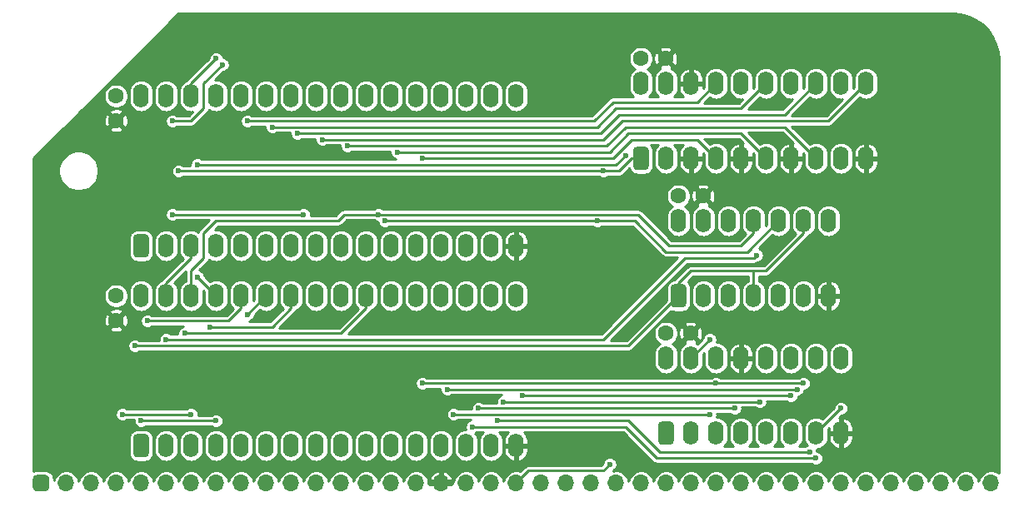
<source format=gbr>
%TF.GenerationSoftware,KiCad,Pcbnew,(5.1.9)-1*%
%TF.CreationDate,2021-02-18T01:59:31-08:00*%
%TF.ProjectId,rc-640k,72632d36-3430-46b2-9e6b-696361645f70,rev?*%
%TF.SameCoordinates,PX9157080PY9071968*%
%TF.FileFunction,Copper,L2,Bot*%
%TF.FilePolarity,Positive*%
%FSLAX46Y46*%
G04 Gerber Fmt 4.6, Leading zero omitted, Abs format (unit mm)*
G04 Created by KiCad (PCBNEW (5.1.9)-1) date 2021-02-18 01:59:31*
%MOMM*%
%LPD*%
G01*
G04 APERTURE LIST*
%TA.AperFunction,ComponentPad*%
%ADD10O,1.700000X1.700000*%
%TD*%
%TA.AperFunction,ComponentPad*%
%ADD11O,1.600000X2.400000*%
%TD*%
%TA.AperFunction,ComponentPad*%
%ADD12C,1.600000*%
%TD*%
%TA.AperFunction,ViaPad*%
%ADD13C,0.900000*%
%TD*%
%TA.AperFunction,ViaPad*%
%ADD14C,0.600000*%
%TD*%
%TA.AperFunction,Conductor*%
%ADD15C,0.635000*%
%TD*%
%TA.AperFunction,Conductor*%
%ADD16C,0.254000*%
%TD*%
%TA.AperFunction,Conductor*%
%ADD17C,0.250000*%
%TD*%
%TA.AperFunction,Conductor*%
%ADD18C,0.100000*%
%TD*%
G04 APERTURE END LIST*
D10*
%TO.P,J1,39*%
%TO.N,Net-(J1-Pad39)*%
X97790000Y1600200D03*
%TO.P,J1,38*%
%TO.N,Net-(J1-Pad38)*%
X95250000Y1600200D03*
%TO.P,J1,37*%
%TO.N,Net-(J1-Pad37)*%
X92710000Y1600200D03*
%TO.P,J1,36*%
%TO.N,Net-(J1-Pad36)*%
X90170000Y1600200D03*
%TO.P,J1,35*%
%TO.N,Net-(J1-Pad35)*%
X87630000Y1600200D03*
%TO.P,J1,34*%
%TO.N,D7*%
X85090000Y1600200D03*
%TO.P,J1,33*%
%TO.N,D6*%
X82550000Y1600200D03*
%TO.P,J1,32*%
%TO.N,D5*%
X80010000Y1600200D03*
%TO.P,J1,31*%
%TO.N,D4*%
X77470000Y1600200D03*
%TO.P,J1,30*%
%TO.N,D3*%
X74930000Y1600200D03*
%TO.P,J1,29*%
%TO.N,D2*%
X72390000Y1600200D03*
%TO.P,J1,28*%
%TO.N,D1*%
X69850000Y1600200D03*
%TO.P,J1,27*%
%TO.N,D0*%
X67310000Y1600200D03*
%TO.P,J1,26*%
%TO.N,~IOREQ*%
X64770000Y1600200D03*
%TO.P,J1,25*%
%TO.N,~RD*%
X62230000Y1600200D03*
%TO.P,J1,24*%
%TO.N,~WR*%
X59690000Y1600200D03*
%TO.P,J1,23*%
%TO.N,~MREQ*%
X57150000Y1600200D03*
%TO.P,J1,22*%
%TO.N,Net-(J1-Pad22)*%
X54610000Y1600200D03*
%TO.P,J1,21*%
%TO.N,Net-(J1-Pad21)*%
X52070000Y1600200D03*
%TO.P,J1,20*%
%TO.N,~RESET*%
X49530000Y1600200D03*
%TO.P,J1,19*%
%TO.N,Net-(J1-Pad19)*%
X46990000Y1600200D03*
%TO.P,J1,18*%
%TO.N,+5V*%
X44450000Y1600200D03*
%TO.P,J1,17*%
%TO.N,GND*%
X41910000Y1600200D03*
%TO.P,J1,16*%
%TO.N,A0*%
X39370000Y1600200D03*
%TO.P,J1,15*%
%TO.N,A1*%
X36830000Y1600200D03*
%TO.P,J1,14*%
%TO.N,A2*%
X34290000Y1600200D03*
%TO.P,J1,13*%
%TO.N,A3*%
X31750000Y1600200D03*
%TO.P,J1,12*%
%TO.N,A4*%
X29210000Y1600200D03*
%TO.P,J1,11*%
%TO.N,A5*%
X26670000Y1600200D03*
%TO.P,J1,10*%
%TO.N,A6*%
X24130000Y1600200D03*
%TO.P,J1,9*%
%TO.N,A7*%
X21590000Y1600200D03*
%TO.P,J1,8*%
%TO.N,A8*%
X19050000Y1600200D03*
%TO.P,J1,7*%
%TO.N,A9*%
X16510000Y1600200D03*
%TO.P,J1,6*%
%TO.N,A10*%
X13970000Y1600200D03*
%TO.P,J1,5*%
%TO.N,A11*%
X11430000Y1600200D03*
%TO.P,J1,4*%
%TO.N,A12*%
X8890000Y1600200D03*
%TO.P,J1,3*%
%TO.N,A13*%
X6350000Y1600200D03*
%TO.P,J1,2*%
%TO.N,A14*%
X3810000Y1600200D03*
%TO.P,J1,1*%
%TO.N,A15*%
%TA.AperFunction,ComponentPad*%
G36*
G01*
X1695000Y750200D02*
X845000Y750200D01*
G75*
G02*
X420000Y1175200I0J425000D01*
G01*
X420000Y2025200D01*
G75*
G02*
X845000Y2450200I425000J0D01*
G01*
X1695000Y2450200D01*
G75*
G02*
X2120000Y2025200I0J-425000D01*
G01*
X2120000Y1175200D01*
G75*
G02*
X1695000Y750200I-425000J0D01*
G01*
G37*
%TD.AperFunction*%
%TD*%
D11*
%TO.P,U5,14*%
%TO.N,+5V*%
X66040000Y28270200D03*
%TO.P,U5,7*%
%TO.N,GND*%
X81280000Y20650200D03*
%TO.P,U5,13*%
%TO.N,/~ROM_EN*%
X68580000Y28270200D03*
%TO.P,U5,6*%
%TO.N,MEM_A16*%
X78740000Y20650200D03*
%TO.P,U5,12*%
%TO.N,/~LMREQ*%
X71120000Y28270200D03*
%TO.P,U5,5*%
%TO.N,/MEM_A16'*%
X76200000Y20650200D03*
%TO.P,U5,11*%
%TO.N,~ROM_CS*%
X73660000Y28270200D03*
%TO.P,U5,4*%
%TO.N,A15*%
X73660000Y20650200D03*
%TO.P,U5,10*%
%TO.N,~MREQ*%
X76200000Y28270200D03*
%TO.P,U5,3*%
%TO.N,MEM_A15*%
X71120000Y20650200D03*
%TO.P,U5,9*%
%TO.N,A15*%
X78740000Y28270200D03*
%TO.P,U5,2*%
%TO.N,/MEM_A15'*%
X68580000Y20650200D03*
%TO.P,U5,8*%
%TO.N,/~LMREQ*%
X81280000Y28270200D03*
%TO.P,U5,1*%
%TO.N,A15*%
%TA.AperFunction,ComponentPad*%
G36*
G01*
X66440000Y19450200D02*
X65640000Y19450200D01*
G75*
G02*
X65240000Y19850200I0J400000D01*
G01*
X65240000Y21450200D01*
G75*
G02*
X65640000Y21850200I400000J0D01*
G01*
X66440000Y21850200D01*
G75*
G02*
X66840000Y21450200I0J-400000D01*
G01*
X66840000Y19850200D01*
G75*
G02*
X66440000Y19450200I-400000J0D01*
G01*
G37*
%TD.AperFunction*%
%TD*%
%TO.P,U1,32*%
%TO.N,+5V*%
X11430000Y40970200D03*
%TO.P,U1,16*%
%TO.N,GND*%
X49530000Y25730200D03*
%TO.P,U1,31*%
%TO.N,~WR*%
X13970000Y40970200D03*
%TO.P,U1,15*%
%TO.N,D2*%
X46990000Y25730200D03*
%TO.P,U1,30*%
%TO.N,MEM_A17*%
X16510000Y40970200D03*
%TO.P,U1,14*%
%TO.N,D1*%
X44450000Y25730200D03*
%TO.P,U1,29*%
%TO.N,A14*%
X19050000Y40970200D03*
%TO.P,U1,13*%
%TO.N,D0*%
X41910000Y25730200D03*
%TO.P,U1,28*%
%TO.N,A13*%
X21590000Y40970200D03*
%TO.P,U1,12*%
%TO.N,A0*%
X39370000Y25730200D03*
%TO.P,U1,27*%
%TO.N,A8*%
X24130000Y40970200D03*
%TO.P,U1,11*%
%TO.N,A1*%
X36830000Y25730200D03*
%TO.P,U1,26*%
%TO.N,A9*%
X26670000Y40970200D03*
%TO.P,U1,10*%
%TO.N,A2*%
X34290000Y25730200D03*
%TO.P,U1,25*%
%TO.N,A11*%
X29210000Y40970200D03*
%TO.P,U1,9*%
%TO.N,A3*%
X31750000Y25730200D03*
%TO.P,U1,24*%
%TO.N,~RD*%
X31750000Y40970200D03*
%TO.P,U1,8*%
%TO.N,A4*%
X29210000Y25730200D03*
%TO.P,U1,23*%
%TO.N,A10*%
X34290000Y40970200D03*
%TO.P,U1,7*%
%TO.N,A5*%
X26670000Y25730200D03*
%TO.P,U1,22*%
%TO.N,~ROM_CS*%
X36830000Y40970200D03*
%TO.P,U1,6*%
%TO.N,A6*%
X24130000Y25730200D03*
%TO.P,U1,21*%
%TO.N,D7*%
X39370000Y40970200D03*
%TO.P,U1,5*%
%TO.N,A7*%
X21590000Y25730200D03*
%TO.P,U1,20*%
%TO.N,D6*%
X41910000Y40970200D03*
%TO.P,U1,4*%
%TO.N,A12*%
X19050000Y25730200D03*
%TO.P,U1,19*%
%TO.N,D5*%
X44450000Y40970200D03*
%TO.P,U1,3*%
%TO.N,MEM_A15*%
X16510000Y25730200D03*
%TO.P,U1,18*%
%TO.N,D4*%
X46990000Y40970200D03*
%TO.P,U1,2*%
%TO.N,MEM_A16*%
X13970000Y25730200D03*
%TO.P,U1,17*%
%TO.N,D3*%
X49530000Y40970200D03*
%TO.P,U1,1*%
%TO.N,MEM_A18*%
%TA.AperFunction,ComponentPad*%
G36*
G01*
X11830000Y24530200D02*
X11030000Y24530200D01*
G75*
G02*
X10630000Y24930200I0J400000D01*
G01*
X10630000Y26530200D01*
G75*
G02*
X11030000Y26930200I400000J0D01*
G01*
X11830000Y26930200D01*
G75*
G02*
X12230000Y26530200I0J-400000D01*
G01*
X12230000Y24930200D01*
G75*
G02*
X11830000Y24530200I-400000J0D01*
G01*
G37*
%TD.AperFunction*%
%TD*%
%TO.P,U4,16*%
%TO.N,+5V*%
X64770000Y14300200D03*
%TO.P,U4,8*%
%TO.N,GND*%
X82550000Y6680200D03*
%TO.P,U4,15*%
%TO.N,/~ROM_EN*%
X67310000Y14300200D03*
%TO.P,U4,7*%
%TO.N,MEM_A17*%
X80010000Y6680200D03*
%TO.P,U4,14*%
%TO.N,D7*%
X69850000Y14300200D03*
%TO.P,U4,6*%
%TO.N,D2*%
X77470000Y6680200D03*
%TO.P,U4,13*%
%TO.N,GND*%
X72390000Y14300200D03*
%TO.P,U4,5*%
%TO.N,/MEM_A16'*%
X74930000Y6680200D03*
%TO.P,U4,12*%
%TO.N,Net-(U4-Pad12)*%
X74930000Y14300200D03*
%TO.P,U4,4*%
%TO.N,D1*%
X72390000Y6680200D03*
%TO.P,U4,11*%
%TO.N,D3*%
X77470000Y14300200D03*
%TO.P,U4,3*%
%TO.N,D0*%
X69850000Y6680200D03*
%TO.P,U4,10*%
%TO.N,MEM_A18*%
X80010000Y14300200D03*
%TO.P,U4,2*%
%TO.N,/MEM_A15'*%
X67310000Y6680200D03*
%TO.P,U4,9*%
%TO.N,/~CFG_CS*%
X82550000Y14300200D03*
%TO.P,U4,1*%
%TO.N,~RESET*%
%TA.AperFunction,ComponentPad*%
G36*
G01*
X65170000Y5480200D02*
X64370000Y5480200D01*
G75*
G02*
X63970000Y5880200I0J400000D01*
G01*
X63970000Y7480200D01*
G75*
G02*
X64370000Y7880200I400000J0D01*
G01*
X65170000Y7880200D01*
G75*
G02*
X65570000Y7480200I0J-400000D01*
G01*
X65570000Y5880200D01*
G75*
G02*
X65170000Y5480200I-400000J0D01*
G01*
G37*
%TD.AperFunction*%
%TD*%
%TO.P,U3,20*%
%TO.N,+5V*%
X62230000Y42240200D03*
%TO.P,U3,10*%
%TO.N,GND*%
X85090000Y34620200D03*
%TO.P,U3,19*%
%TO.N,/~CFG_CS*%
X64770000Y42240200D03*
%TO.P,U3,9*%
%TO.N,+5V*%
X82550000Y34620200D03*
%TO.P,U3,18*%
%TO.N,GND*%
X67310000Y42240200D03*
%TO.P,U3,8*%
%TO.N,A3*%
X80010000Y34620200D03*
%TO.P,U3,17*%
%TO.N,A7*%
X69850000Y42240200D03*
%TO.P,U3,7*%
%TO.N,GND*%
X77470000Y34620200D03*
%TO.P,U3,16*%
%TO.N,+5V*%
X72390000Y42240200D03*
%TO.P,U3,6*%
%TO.N,A1*%
X74930000Y34620200D03*
%TO.P,U3,15*%
%TO.N,A6*%
X74930000Y42240200D03*
%TO.P,U3,5*%
%TO.N,GND*%
X72390000Y34620200D03*
%TO.P,U3,14*%
%TO.N,+5V*%
X77470000Y42240200D03*
%TO.P,U3,4*%
%TO.N,A0*%
X69850000Y34620200D03*
%TO.P,U3,13*%
%TO.N,A5*%
X80010000Y42240200D03*
%TO.P,U3,3*%
%TO.N,GND*%
X67310000Y34620200D03*
%TO.P,U3,12*%
%TO.N,+5V*%
X82550000Y42240200D03*
%TO.P,U3,2*%
%TO.N,~IOREQ*%
X64770000Y34620200D03*
%TO.P,U3,11*%
%TO.N,A4*%
X85090000Y42240200D03*
%TO.P,U3,1*%
%TO.N,~WR*%
%TA.AperFunction,ComponentPad*%
G36*
G01*
X62630000Y33420200D02*
X61830000Y33420200D01*
G75*
G02*
X61430000Y33820200I0J400000D01*
G01*
X61430000Y35420200D01*
G75*
G02*
X61830000Y35820200I400000J0D01*
G01*
X62630000Y35820200D01*
G75*
G02*
X63030000Y35420200I0J-400000D01*
G01*
X63030000Y33820200D01*
G75*
G02*
X62630000Y33420200I-400000J0D01*
G01*
G37*
%TD.AperFunction*%
%TD*%
%TO.P,U2,32*%
%TO.N,+5V*%
X11430000Y20650200D03*
%TO.P,U2,16*%
%TO.N,GND*%
X49530000Y5410200D03*
%TO.P,U2,31*%
%TO.N,MEM_A15*%
X13970000Y20650200D03*
%TO.P,U2,15*%
%TO.N,D2*%
X46990000Y5410200D03*
%TO.P,U2,30*%
%TO.N,~ROM_CS*%
X16510000Y20650200D03*
%TO.P,U2,14*%
%TO.N,D1*%
X44450000Y5410200D03*
%TO.P,U2,29*%
%TO.N,~WR*%
X19050000Y20650200D03*
%TO.P,U2,13*%
%TO.N,D0*%
X41910000Y5410200D03*
%TO.P,U2,28*%
%TO.N,A13*%
X21590000Y20650200D03*
%TO.P,U2,12*%
%TO.N,A0*%
X39370000Y5410200D03*
%TO.P,U2,27*%
%TO.N,A8*%
X24130000Y20650200D03*
%TO.P,U2,11*%
%TO.N,A1*%
X36830000Y5410200D03*
%TO.P,U2,26*%
%TO.N,A9*%
X26670000Y20650200D03*
%TO.P,U2,10*%
%TO.N,A2*%
X34290000Y5410200D03*
%TO.P,U2,25*%
%TO.N,A11*%
X29210000Y20650200D03*
%TO.P,U2,9*%
%TO.N,A3*%
X31750000Y5410200D03*
%TO.P,U2,24*%
%TO.N,~RD*%
X31750000Y20650200D03*
%TO.P,U2,8*%
%TO.N,A4*%
X29210000Y5410200D03*
%TO.P,U2,23*%
%TO.N,A10*%
X34290000Y20650200D03*
%TO.P,U2,7*%
%TO.N,A5*%
X26670000Y5410200D03*
%TO.P,U2,22*%
%TO.N,~MREQ*%
X36830000Y20650200D03*
%TO.P,U2,6*%
%TO.N,A6*%
X24130000Y5410200D03*
%TO.P,U2,21*%
%TO.N,D7*%
X39370000Y20650200D03*
%TO.P,U2,5*%
%TO.N,A7*%
X21590000Y5410200D03*
%TO.P,U2,20*%
%TO.N,D6*%
X41910000Y20650200D03*
%TO.P,U2,4*%
%TO.N,A12*%
X19050000Y5410200D03*
%TO.P,U2,19*%
%TO.N,D5*%
X44450000Y20650200D03*
%TO.P,U2,3*%
%TO.N,A14*%
X16510000Y5410200D03*
%TO.P,U2,18*%
%TO.N,D4*%
X46990000Y20650200D03*
%TO.P,U2,2*%
%TO.N,MEM_A16*%
X13970000Y5410200D03*
%TO.P,U2,17*%
%TO.N,D3*%
X49530000Y20650200D03*
%TO.P,U2,1*%
%TO.N,Net-(U2-Pad1)*%
%TA.AperFunction,ComponentPad*%
G36*
G01*
X11830000Y4210200D02*
X11030000Y4210200D01*
G75*
G02*
X10630000Y4610200I0J400000D01*
G01*
X10630000Y6210200D01*
G75*
G02*
X11030000Y6610200I400000J0D01*
G01*
X11830000Y6610200D01*
G75*
G02*
X12230000Y6210200I0J-400000D01*
G01*
X12230000Y4610200D01*
G75*
G02*
X11830000Y4210200I-400000J0D01*
G01*
G37*
%TD.AperFunction*%
%TD*%
D12*
%TO.P,C5,2*%
%TO.N,+5V*%
X66040000Y30810200D03*
%TO.P,C5,1*%
%TO.N,GND*%
X68540000Y30810200D03*
%TD*%
%TO.P,C4,2*%
%TO.N,+5V*%
X64770000Y16840200D03*
%TO.P,C4,1*%
%TO.N,GND*%
X67270000Y16840200D03*
%TD*%
%TO.P,C3,2*%
%TO.N,+5V*%
X62230000Y44780200D03*
%TO.P,C3,1*%
%TO.N,GND*%
X64730000Y44780200D03*
%TD*%
%TO.P,C2,2*%
%TO.N,GND*%
X8890000Y18150200D03*
%TO.P,C2,1*%
%TO.N,+5V*%
X8890000Y20650200D03*
%TD*%
%TO.P,C1,2*%
%TO.N,GND*%
X8890000Y38470200D03*
%TO.P,C1,1*%
%TO.N,+5V*%
X8890000Y40970200D03*
%TD*%
D13*
%TO.N,GND*%
X52070000Y40335200D03*
X49530000Y31127706D03*
X51117500Y13665200D03*
D14*
%TO.N,D7*%
X78740000Y11760200D03*
X40005000Y11760200D03*
X69850000Y11760200D03*
%TO.N,D6*%
X78105000Y11125200D03*
X42545000Y11125200D03*
%TO.N,D5*%
X80010000Y4140200D03*
X45085000Y7315200D03*
%TO.N,D4*%
X79375000Y4775200D03*
X47625000Y7950200D03*
%TO.N,D3*%
X50165000Y10490200D03*
X77470000Y10490200D03*
%TO.N,D2*%
X48260000Y9855200D03*
X74295000Y9855200D03*
%TO.N,D1*%
X71755000Y9220200D03*
X45720000Y9220200D03*
%TO.N,D0*%
X43180000Y8585200D03*
X69215000Y8585200D03*
%TO.N,~WR*%
X15240000Y33350200D03*
X17145000Y22555200D03*
X58420000Y33350200D03*
%TO.N,~RESET*%
X59055000Y3505200D03*
%TO.N,A0*%
X40005000Y34620200D03*
%TO.N,A1*%
X37465000Y35255200D03*
%TO.N,A3*%
X32385000Y35890200D03*
%TO.N,A4*%
X29845000Y36525200D03*
%TO.N,A5*%
X27305000Y37160200D03*
%TO.N,A6*%
X24765000Y37795200D03*
%TO.N,A7*%
X22225000Y38430200D03*
%TO.N,~MREQ*%
X36195000Y28270200D03*
X57785000Y28270200D03*
%TO.N,A8*%
X22225000Y18745200D03*
%TO.N,A9*%
X18415000Y17475200D03*
%TO.N,A10*%
X15875000Y16840200D03*
%TO.N,A11*%
X27940000Y28905200D03*
X14605000Y28905200D03*
%TO.N,A12*%
X11430000Y7950200D03*
X19050000Y7950200D03*
%TO.N,A13*%
X12065000Y18110200D03*
%TO.N,A14*%
X16510000Y8585200D03*
X9525000Y8585198D03*
%TO.N,A15*%
X10795000Y15570200D03*
%TO.N,MEM_A17*%
X19050000Y44780200D03*
X82550000Y9220200D03*
%TO.N,~ROM_CS*%
X35560000Y28905200D03*
%TO.N,MEM_A15*%
X17145000Y33985200D03*
X60642500Y34937700D03*
%TO.N,MEM_A16*%
X73977500Y24777700D03*
X13970000Y16205200D03*
%TO.N,MEM_A18*%
X19685000Y44145200D03*
X14605000Y38430200D03*
%TO.N,/~ROM_EN*%
X69215000Y16205200D03*
%TD*%
D15*
%TO.N,GND*%
X41910000Y1600200D02*
X42926000Y1600200D01*
X41910000Y1600200D02*
X40894000Y1600200D01*
D16*
%TO.N,D7*%
X69850000Y11760200D02*
X40005000Y11760200D01*
X78740000Y11760200D02*
X69850000Y11760200D01*
%TO.N,D6*%
X78105000Y11125200D02*
X42545000Y11125200D01*
%TO.N,D5*%
X60642500Y7315200D02*
X45085000Y7315200D01*
X63817500Y4140200D02*
X60642500Y7315200D01*
X80010000Y4140200D02*
X63817500Y4140200D01*
%TO.N,D4*%
X79375000Y4775200D02*
X64135000Y4775200D01*
X64135000Y4775200D02*
X60960000Y7950200D01*
X60960000Y7950200D02*
X47625000Y7950200D01*
%TO.N,D3*%
X50165000Y10490200D02*
X77470000Y10490200D01*
%TO.N,D2*%
X48260000Y9855200D02*
X74295000Y9855200D01*
%TO.N,D1*%
X71755000Y9220200D02*
X45720000Y9220200D01*
%TO.N,D0*%
X43180000Y8585200D02*
X69215000Y8585200D01*
D17*
%TO.N,~WR*%
X19050000Y20650200D02*
X17145000Y22555200D01*
D16*
X61277500Y34620200D02*
X60007500Y33350200D01*
X62230000Y34620200D02*
X61277500Y34620200D01*
X60007500Y33350200D02*
X15240000Y33350200D01*
%TO.N,~RESET*%
X58420000Y2870200D02*
X59055000Y3505200D01*
X50800000Y2870200D02*
X58420000Y2870200D01*
X49530000Y1600200D02*
X50800000Y2870200D01*
%TO.N,A0*%
X59372500Y34620200D02*
X40005000Y34620200D01*
X61277500Y36525200D02*
X59372500Y34620200D01*
X67945000Y36525200D02*
X61277500Y36525200D01*
X69850000Y34620200D02*
X67945000Y36525200D01*
%TO.N,A1*%
X59055000Y35255200D02*
X37465000Y35255200D01*
X60960000Y37160200D02*
X59055000Y35255200D01*
X72390000Y37160200D02*
X60960000Y37160200D01*
X74930000Y34620200D02*
X72390000Y37160200D01*
%TO.N,A3*%
X58737500Y35890200D02*
X32385000Y35890200D01*
X60642500Y37795200D02*
X58737500Y35890200D01*
X76835000Y37795200D02*
X60642500Y37795200D01*
X80010000Y34620200D02*
X76835000Y37795200D01*
%TO.N,A4*%
X58420000Y36525200D02*
X29845000Y36525200D01*
X60325000Y38430200D02*
X58420000Y36525200D01*
X81280000Y38430200D02*
X60325000Y38430200D01*
X85090000Y42240200D02*
X81280000Y38430200D01*
%TO.N,A5*%
X58102500Y37160200D02*
X27305000Y37160200D01*
X60007500Y39065200D02*
X58102500Y37160200D01*
X76835000Y39065200D02*
X60007500Y39065200D01*
X80010000Y42240200D02*
X76835000Y39065200D01*
%TO.N,A6*%
X57785000Y37795200D02*
X24765000Y37795200D01*
X72390000Y39700200D02*
X59690000Y39700200D01*
X59690000Y39700200D02*
X57785000Y37795200D01*
X74930000Y42240200D02*
X72390000Y39700200D01*
%TO.N,A7*%
X57467500Y38430200D02*
X22225000Y38430200D01*
X59372500Y40335200D02*
X57467500Y38430200D01*
X67945000Y40335200D02*
X59372500Y40335200D01*
X69850000Y42240200D02*
X67945000Y40335200D01*
%TO.N,~MREQ*%
X36195000Y28270200D02*
X57785000Y28270200D01*
X61595000Y28270200D02*
X57785000Y28270200D01*
X64770000Y25095200D02*
X61595000Y28270200D01*
X73025000Y25095200D02*
X64770000Y25095200D01*
X76200000Y28270200D02*
X73025000Y25095200D01*
%TO.N,A8*%
X22225000Y18745200D02*
X24130000Y20650200D01*
%TO.N,A9*%
X24765000Y17475200D02*
X18415000Y17475200D01*
X26670000Y19380200D02*
X24765000Y17475200D01*
X26670000Y20650200D02*
X26670000Y19380200D01*
%TO.N,A10*%
X31750000Y16840200D02*
X15875000Y16840200D01*
X34290000Y19380200D02*
X31750000Y16840200D01*
X34290000Y20650200D02*
X34290000Y19380200D01*
%TO.N,A11*%
X27940000Y28905200D02*
X14605000Y28905200D01*
%TO.N,A12*%
X11430000Y7950200D02*
X19050000Y7950200D01*
%TO.N,A13*%
X20320000Y18110200D02*
X12065000Y18110200D01*
X21590000Y19380200D02*
X20320000Y18110200D01*
X21590000Y20650200D02*
X21590000Y19380200D01*
%TO.N,A14*%
X16510000Y8585200D02*
X9525002Y8585200D01*
X9525002Y8585200D02*
X9525000Y8585198D01*
%TO.N,A15*%
X73660000Y20650200D02*
X73660000Y23190200D01*
X78740000Y27000200D02*
X78740000Y28270200D01*
X74930000Y23190200D02*
X78740000Y27000200D01*
X73660000Y23190200D02*
X74930000Y23190200D01*
X66040000Y20650200D02*
X66040000Y21920200D01*
X66040000Y21920200D02*
X67310000Y23190200D01*
X67310000Y23190200D02*
X73660000Y23190200D01*
X60960000Y15570200D02*
X10795000Y15570200D01*
X66040000Y20650200D02*
X60960000Y15570200D01*
%TO.N,MEM_A17*%
X16510000Y42240200D02*
X19050000Y44780200D01*
X16510000Y40970200D02*
X16510000Y42240200D01*
X80010000Y6680200D02*
X82550000Y9220200D01*
%TO.N,~ROM_CS*%
X61912500Y28905200D02*
X35560000Y28905200D01*
X65087500Y25730200D02*
X61912500Y28905200D01*
X72390000Y25730200D02*
X65087500Y25730200D01*
X73660000Y27000200D02*
X72390000Y25730200D01*
X73660000Y28270200D02*
X73660000Y27000200D01*
X32067500Y28905200D02*
X35560000Y28905200D01*
X31432500Y28270200D02*
X32067500Y28905200D01*
X19050000Y28270200D02*
X31432500Y28270200D01*
X17780000Y27000200D02*
X19050000Y28270200D01*
X17780000Y24460200D02*
X17780000Y27000200D01*
X16510000Y23190200D02*
X17780000Y24460200D01*
X16510000Y20650200D02*
X16510000Y23190200D01*
%TO.N,MEM_A15*%
X13970000Y20650200D02*
X13970000Y21920200D01*
X16510000Y24460200D02*
X16510000Y25730200D01*
X13970000Y21920200D02*
X16510000Y24460200D01*
X17145000Y33985200D02*
X59690000Y33985200D01*
X59690000Y33985200D02*
X60642500Y34937700D01*
%TO.N,MEM_A16*%
X58420000Y16205200D02*
X13970000Y16205200D01*
X73977500Y24777700D02*
X73677501Y24477701D01*
X73677501Y24477701D02*
X66692501Y24477701D01*
X66692501Y24477701D02*
X58420000Y16205200D01*
%TO.N,MEM_A18*%
X19685000Y44145200D02*
X17780000Y42240200D01*
X17780000Y42240200D02*
X17780000Y39700200D01*
X17780000Y39700200D02*
X16510000Y38430200D01*
X16510000Y38430200D02*
X14605000Y38430200D01*
%TO.N,/~ROM_EN*%
X67310000Y14300200D02*
X69215000Y16205200D01*
%TD*%
%TO.N,GND*%
X94730956Y49280497D02*
X95517463Y49069754D01*
X96255433Y48725633D01*
X96922429Y48258597D01*
X97498197Y47682829D01*
X97965233Y47015833D01*
X98309354Y46277863D01*
X98520098Y45491355D01*
X98594600Y44639789D01*
X98594601Y2604191D01*
X98397160Y2736116D01*
X98163887Y2832741D01*
X97916246Y2882000D01*
X97663754Y2882000D01*
X97416113Y2832741D01*
X97182840Y2736116D01*
X96972900Y2595839D01*
X96794361Y2417300D01*
X96654084Y2207360D01*
X96557459Y1974087D01*
X96520000Y1785768D01*
X96482541Y1974087D01*
X96385916Y2207360D01*
X96245639Y2417300D01*
X96067100Y2595839D01*
X95857160Y2736116D01*
X95623887Y2832741D01*
X95376246Y2882000D01*
X95123754Y2882000D01*
X94876113Y2832741D01*
X94642840Y2736116D01*
X94432900Y2595839D01*
X94254361Y2417300D01*
X94114084Y2207360D01*
X94017459Y1974087D01*
X93980000Y1785768D01*
X93942541Y1974087D01*
X93845916Y2207360D01*
X93705639Y2417300D01*
X93527100Y2595839D01*
X93317160Y2736116D01*
X93083887Y2832741D01*
X92836246Y2882000D01*
X92583754Y2882000D01*
X92336113Y2832741D01*
X92102840Y2736116D01*
X91892900Y2595839D01*
X91714361Y2417300D01*
X91574084Y2207360D01*
X91477459Y1974087D01*
X91440000Y1785768D01*
X91402541Y1974087D01*
X91305916Y2207360D01*
X91165639Y2417300D01*
X90987100Y2595839D01*
X90777160Y2736116D01*
X90543887Y2832741D01*
X90296246Y2882000D01*
X90043754Y2882000D01*
X89796113Y2832741D01*
X89562840Y2736116D01*
X89352900Y2595839D01*
X89174361Y2417300D01*
X89034084Y2207360D01*
X88937459Y1974087D01*
X88900000Y1785768D01*
X88862541Y1974087D01*
X88765916Y2207360D01*
X88625639Y2417300D01*
X88447100Y2595839D01*
X88237160Y2736116D01*
X88003887Y2832741D01*
X87756246Y2882000D01*
X87503754Y2882000D01*
X87256113Y2832741D01*
X87022840Y2736116D01*
X86812900Y2595839D01*
X86634361Y2417300D01*
X86494084Y2207360D01*
X86397459Y1974087D01*
X86360000Y1785768D01*
X86322541Y1974087D01*
X86225916Y2207360D01*
X86085639Y2417300D01*
X85907100Y2595839D01*
X85697160Y2736116D01*
X85463887Y2832741D01*
X85216246Y2882000D01*
X84963754Y2882000D01*
X84716113Y2832741D01*
X84482840Y2736116D01*
X84272900Y2595839D01*
X84094361Y2417300D01*
X83954084Y2207360D01*
X83857459Y1974087D01*
X83820000Y1785768D01*
X83782541Y1974087D01*
X83685916Y2207360D01*
X83545639Y2417300D01*
X83367100Y2595839D01*
X83157160Y2736116D01*
X82923887Y2832741D01*
X82676246Y2882000D01*
X82423754Y2882000D01*
X82176113Y2832741D01*
X81942840Y2736116D01*
X81732900Y2595839D01*
X81554361Y2417300D01*
X81414084Y2207360D01*
X81317459Y1974087D01*
X81280000Y1785768D01*
X81242541Y1974087D01*
X81145916Y2207360D01*
X81005639Y2417300D01*
X80827100Y2595839D01*
X80617160Y2736116D01*
X80383887Y2832741D01*
X80136246Y2882000D01*
X79883754Y2882000D01*
X79636113Y2832741D01*
X79402840Y2736116D01*
X79192900Y2595839D01*
X79014361Y2417300D01*
X78874084Y2207360D01*
X78777459Y1974087D01*
X78740000Y1785768D01*
X78702541Y1974087D01*
X78605916Y2207360D01*
X78465639Y2417300D01*
X78287100Y2595839D01*
X78077160Y2736116D01*
X77843887Y2832741D01*
X77596246Y2882000D01*
X77343754Y2882000D01*
X77096113Y2832741D01*
X76862840Y2736116D01*
X76652900Y2595839D01*
X76474361Y2417300D01*
X76334084Y2207360D01*
X76237459Y1974087D01*
X76200000Y1785768D01*
X76162541Y1974087D01*
X76065916Y2207360D01*
X75925639Y2417300D01*
X75747100Y2595839D01*
X75537160Y2736116D01*
X75303887Y2832741D01*
X75056246Y2882000D01*
X74803754Y2882000D01*
X74556113Y2832741D01*
X74322840Y2736116D01*
X74112900Y2595839D01*
X73934361Y2417300D01*
X73794084Y2207360D01*
X73697459Y1974087D01*
X73660000Y1785768D01*
X73622541Y1974087D01*
X73525916Y2207360D01*
X73385639Y2417300D01*
X73207100Y2595839D01*
X72997160Y2736116D01*
X72763887Y2832741D01*
X72516246Y2882000D01*
X72263754Y2882000D01*
X72016113Y2832741D01*
X71782840Y2736116D01*
X71572900Y2595839D01*
X71394361Y2417300D01*
X71254084Y2207360D01*
X71157459Y1974087D01*
X71120000Y1785768D01*
X71082541Y1974087D01*
X70985916Y2207360D01*
X70845639Y2417300D01*
X70667100Y2595839D01*
X70457160Y2736116D01*
X70223887Y2832741D01*
X69976246Y2882000D01*
X69723754Y2882000D01*
X69476113Y2832741D01*
X69242840Y2736116D01*
X69032900Y2595839D01*
X68854361Y2417300D01*
X68714084Y2207360D01*
X68617459Y1974087D01*
X68580000Y1785768D01*
X68542541Y1974087D01*
X68445916Y2207360D01*
X68305639Y2417300D01*
X68127100Y2595839D01*
X67917160Y2736116D01*
X67683887Y2832741D01*
X67436246Y2882000D01*
X67183754Y2882000D01*
X66936113Y2832741D01*
X66702840Y2736116D01*
X66492900Y2595839D01*
X66314361Y2417300D01*
X66174084Y2207360D01*
X66077459Y1974087D01*
X66040000Y1785768D01*
X66002541Y1974087D01*
X65905916Y2207360D01*
X65765639Y2417300D01*
X65587100Y2595839D01*
X65377160Y2736116D01*
X65143887Y2832741D01*
X64896246Y2882000D01*
X64643754Y2882000D01*
X64396113Y2832741D01*
X64162840Y2736116D01*
X63952900Y2595839D01*
X63774361Y2417300D01*
X63634084Y2207360D01*
X63537459Y1974087D01*
X63500000Y1785768D01*
X63462541Y1974087D01*
X63365916Y2207360D01*
X63225639Y2417300D01*
X63047100Y2595839D01*
X62837160Y2736116D01*
X62603887Y2832741D01*
X62356246Y2882000D01*
X62103754Y2882000D01*
X61856113Y2832741D01*
X61622840Y2736116D01*
X61412900Y2595839D01*
X61234361Y2417300D01*
X61094084Y2207360D01*
X60997459Y1974087D01*
X60960000Y1785768D01*
X60922541Y1974087D01*
X60825916Y2207360D01*
X60685639Y2417300D01*
X60507100Y2595839D01*
X60297160Y2736116D01*
X60063887Y2832741D01*
X59816246Y2882000D01*
X59563754Y2882000D01*
X59369429Y2843346D01*
X59401637Y2856687D01*
X59521495Y2936774D01*
X59623426Y3038705D01*
X59703513Y3158563D01*
X59758677Y3291742D01*
X59786800Y3433124D01*
X59786800Y3577276D01*
X59758677Y3718658D01*
X59703513Y3851837D01*
X59623426Y3971695D01*
X59521495Y4073626D01*
X59401637Y4153713D01*
X59268458Y4208877D01*
X59127076Y4237000D01*
X58982924Y4237000D01*
X58841542Y4208877D01*
X58708363Y4153713D01*
X58588505Y4073626D01*
X58486574Y3971695D01*
X58406487Y3851837D01*
X58351323Y3718658D01*
X58323200Y3577276D01*
X58323200Y3563662D01*
X58188538Y3429000D01*
X50827441Y3429000D01*
X50799999Y3431703D01*
X50772557Y3429000D01*
X50772556Y3429000D01*
X50690456Y3420914D01*
X50585122Y3388961D01*
X50488046Y3337073D01*
X50402957Y3267243D01*
X50385457Y3245919D01*
X49952247Y2812709D01*
X49903887Y2832741D01*
X49656246Y2882000D01*
X49403754Y2882000D01*
X49156113Y2832741D01*
X48922840Y2736116D01*
X48712900Y2595839D01*
X48534361Y2417300D01*
X48394084Y2207360D01*
X48297459Y1974087D01*
X48260000Y1785768D01*
X48222541Y1974087D01*
X48125916Y2207360D01*
X47985639Y2417300D01*
X47807100Y2595839D01*
X47597160Y2736116D01*
X47363887Y2832741D01*
X47116246Y2882000D01*
X46863754Y2882000D01*
X46616113Y2832741D01*
X46382840Y2736116D01*
X46172900Y2595839D01*
X45994361Y2417300D01*
X45854084Y2207360D01*
X45757459Y1974087D01*
X45720000Y1785768D01*
X45682541Y1974087D01*
X45585916Y2207360D01*
X45445639Y2417300D01*
X45267100Y2595839D01*
X45057160Y2736116D01*
X44823887Y2832741D01*
X44576246Y2882000D01*
X44323754Y2882000D01*
X44076113Y2832741D01*
X43842840Y2736116D01*
X43632900Y2595839D01*
X43454361Y2417300D01*
X43314084Y2207360D01*
X43217459Y1974087D01*
X43168350Y1727202D01*
X43077550Y1727202D01*
X43149928Y1925168D01*
X43062705Y2160822D01*
X42931184Y2374931D01*
X42760420Y2559268D01*
X42556975Y2706748D01*
X42328667Y2811705D01*
X42234967Y2840122D01*
X42037000Y2767160D01*
X42037000Y1727200D01*
X42057000Y1727200D01*
X42057000Y1473200D01*
X42037000Y1473200D01*
X42037000Y1453200D01*
X41783000Y1453200D01*
X41783000Y1473200D01*
X41763000Y1473200D01*
X41763000Y1727200D01*
X41783000Y1727200D01*
X41783000Y2767160D01*
X41585033Y2840122D01*
X41491333Y2811705D01*
X41263025Y2706748D01*
X41059580Y2559268D01*
X40888816Y2374931D01*
X40757295Y2160822D01*
X40670072Y1925168D01*
X40742450Y1727202D01*
X40651650Y1727202D01*
X40602541Y1974087D01*
X40505916Y2207360D01*
X40365639Y2417300D01*
X40187100Y2595839D01*
X39977160Y2736116D01*
X39743887Y2832741D01*
X39496246Y2882000D01*
X39243754Y2882000D01*
X38996113Y2832741D01*
X38762840Y2736116D01*
X38552900Y2595839D01*
X38374361Y2417300D01*
X38234084Y2207360D01*
X38137459Y1974087D01*
X38100000Y1785768D01*
X38062541Y1974087D01*
X37965916Y2207360D01*
X37825639Y2417300D01*
X37647100Y2595839D01*
X37437160Y2736116D01*
X37203887Y2832741D01*
X36956246Y2882000D01*
X36703754Y2882000D01*
X36456113Y2832741D01*
X36222840Y2736116D01*
X36012900Y2595839D01*
X35834361Y2417300D01*
X35694084Y2207360D01*
X35597459Y1974087D01*
X35560000Y1785768D01*
X35522541Y1974087D01*
X35425916Y2207360D01*
X35285639Y2417300D01*
X35107100Y2595839D01*
X34897160Y2736116D01*
X34663887Y2832741D01*
X34416246Y2882000D01*
X34163754Y2882000D01*
X33916113Y2832741D01*
X33682840Y2736116D01*
X33472900Y2595839D01*
X33294361Y2417300D01*
X33154084Y2207360D01*
X33057459Y1974087D01*
X33020000Y1785768D01*
X32982541Y1974087D01*
X32885916Y2207360D01*
X32745639Y2417300D01*
X32567100Y2595839D01*
X32357160Y2736116D01*
X32123887Y2832741D01*
X31876246Y2882000D01*
X31623754Y2882000D01*
X31376113Y2832741D01*
X31142840Y2736116D01*
X30932900Y2595839D01*
X30754361Y2417300D01*
X30614084Y2207360D01*
X30517459Y1974087D01*
X30480000Y1785768D01*
X30442541Y1974087D01*
X30345916Y2207360D01*
X30205639Y2417300D01*
X30027100Y2595839D01*
X29817160Y2736116D01*
X29583887Y2832741D01*
X29336246Y2882000D01*
X29083754Y2882000D01*
X28836113Y2832741D01*
X28602840Y2736116D01*
X28392900Y2595839D01*
X28214361Y2417300D01*
X28074084Y2207360D01*
X27977459Y1974087D01*
X27940000Y1785768D01*
X27902541Y1974087D01*
X27805916Y2207360D01*
X27665639Y2417300D01*
X27487100Y2595839D01*
X27277160Y2736116D01*
X27043887Y2832741D01*
X26796246Y2882000D01*
X26543754Y2882000D01*
X26296113Y2832741D01*
X26062840Y2736116D01*
X25852900Y2595839D01*
X25674361Y2417300D01*
X25534084Y2207360D01*
X25437459Y1974087D01*
X25400000Y1785768D01*
X25362541Y1974087D01*
X25265916Y2207360D01*
X25125639Y2417300D01*
X24947100Y2595839D01*
X24737160Y2736116D01*
X24503887Y2832741D01*
X24256246Y2882000D01*
X24003754Y2882000D01*
X23756113Y2832741D01*
X23522840Y2736116D01*
X23312900Y2595839D01*
X23134361Y2417300D01*
X22994084Y2207360D01*
X22897459Y1974087D01*
X22860000Y1785768D01*
X22822541Y1974087D01*
X22725916Y2207360D01*
X22585639Y2417300D01*
X22407100Y2595839D01*
X22197160Y2736116D01*
X21963887Y2832741D01*
X21716246Y2882000D01*
X21463754Y2882000D01*
X21216113Y2832741D01*
X20982840Y2736116D01*
X20772900Y2595839D01*
X20594361Y2417300D01*
X20454084Y2207360D01*
X20357459Y1974087D01*
X20320000Y1785768D01*
X20282541Y1974087D01*
X20185916Y2207360D01*
X20045639Y2417300D01*
X19867100Y2595839D01*
X19657160Y2736116D01*
X19423887Y2832741D01*
X19176246Y2882000D01*
X18923754Y2882000D01*
X18676113Y2832741D01*
X18442840Y2736116D01*
X18232900Y2595839D01*
X18054361Y2417300D01*
X17914084Y2207360D01*
X17817459Y1974087D01*
X17780000Y1785768D01*
X17742541Y1974087D01*
X17645916Y2207360D01*
X17505639Y2417300D01*
X17327100Y2595839D01*
X17117160Y2736116D01*
X16883887Y2832741D01*
X16636246Y2882000D01*
X16383754Y2882000D01*
X16136113Y2832741D01*
X15902840Y2736116D01*
X15692900Y2595839D01*
X15514361Y2417300D01*
X15374084Y2207360D01*
X15277459Y1974087D01*
X15240000Y1785768D01*
X15202541Y1974087D01*
X15105916Y2207360D01*
X14965639Y2417300D01*
X14787100Y2595839D01*
X14577160Y2736116D01*
X14343887Y2832741D01*
X14096246Y2882000D01*
X13843754Y2882000D01*
X13596113Y2832741D01*
X13362840Y2736116D01*
X13152900Y2595839D01*
X12974361Y2417300D01*
X12834084Y2207360D01*
X12737459Y1974087D01*
X12700000Y1785768D01*
X12662541Y1974087D01*
X12565916Y2207360D01*
X12425639Y2417300D01*
X12247100Y2595839D01*
X12037160Y2736116D01*
X11803887Y2832741D01*
X11556246Y2882000D01*
X11303754Y2882000D01*
X11056113Y2832741D01*
X10822840Y2736116D01*
X10612900Y2595839D01*
X10434361Y2417300D01*
X10294084Y2207360D01*
X10197459Y1974087D01*
X10160000Y1785768D01*
X10122541Y1974087D01*
X10025916Y2207360D01*
X9885639Y2417300D01*
X9707100Y2595839D01*
X9497160Y2736116D01*
X9263887Y2832741D01*
X9016246Y2882000D01*
X8763754Y2882000D01*
X8516113Y2832741D01*
X8282840Y2736116D01*
X8072900Y2595839D01*
X7894361Y2417300D01*
X7754084Y2207360D01*
X7657459Y1974087D01*
X7620000Y1785768D01*
X7582541Y1974087D01*
X7485916Y2207360D01*
X7345639Y2417300D01*
X7167100Y2595839D01*
X6957160Y2736116D01*
X6723887Y2832741D01*
X6476246Y2882000D01*
X6223754Y2882000D01*
X5976113Y2832741D01*
X5742840Y2736116D01*
X5532900Y2595839D01*
X5354361Y2417300D01*
X5214084Y2207360D01*
X5117459Y1974087D01*
X5080000Y1785768D01*
X5042541Y1974087D01*
X4945916Y2207360D01*
X4805639Y2417300D01*
X4627100Y2595839D01*
X4417160Y2736116D01*
X4183887Y2832741D01*
X3936246Y2882000D01*
X3683754Y2882000D01*
X3436113Y2832741D01*
X3202840Y2736116D01*
X2992900Y2595839D01*
X2814361Y2417300D01*
X2674084Y2207360D01*
X2577459Y1974087D01*
X2553889Y1855593D01*
X2553889Y2025200D01*
X2537386Y2192761D01*
X2488510Y2353883D01*
X2409140Y2502373D01*
X2302326Y2632526D01*
X2172173Y2739340D01*
X2023683Y2818710D01*
X1862561Y2867586D01*
X1695000Y2884089D01*
X845000Y2884089D01*
X677439Y2867586D01*
X516317Y2818710D01*
X506800Y2813623D01*
X506800Y6210200D01*
X10196111Y6210200D01*
X10196111Y4610200D01*
X10212134Y4447516D01*
X10259587Y4291084D01*
X10336647Y4146916D01*
X10440351Y4020551D01*
X10566716Y3916847D01*
X10710884Y3839787D01*
X10867316Y3792334D01*
X11030000Y3776311D01*
X11830000Y3776311D01*
X11992684Y3792334D01*
X12149116Y3839787D01*
X12293284Y3916847D01*
X12419649Y4020551D01*
X12523353Y4146916D01*
X12600413Y4291084D01*
X12647866Y4447516D01*
X12663889Y4610200D01*
X12663889Y5870712D01*
X12738200Y5870712D01*
X12738200Y4949687D01*
X12756023Y4768725D01*
X12826459Y4536530D01*
X12940841Y4322537D01*
X13094773Y4134972D01*
X13282338Y3981040D01*
X13496331Y3866659D01*
X13728526Y3796223D01*
X13970000Y3772440D01*
X14211475Y3796223D01*
X14443670Y3866659D01*
X14657663Y3981040D01*
X14845228Y4134972D01*
X14999160Y4322537D01*
X15113541Y4536530D01*
X15183977Y4768726D01*
X15201800Y4949688D01*
X15201800Y5870712D01*
X15278200Y5870712D01*
X15278200Y4949687D01*
X15296023Y4768725D01*
X15366459Y4536530D01*
X15480841Y4322537D01*
X15634773Y4134972D01*
X15822338Y3981040D01*
X16036331Y3866659D01*
X16268526Y3796223D01*
X16510000Y3772440D01*
X16751475Y3796223D01*
X16983670Y3866659D01*
X17197663Y3981040D01*
X17385228Y4134972D01*
X17539160Y4322537D01*
X17653541Y4536530D01*
X17723977Y4768726D01*
X17741800Y4949688D01*
X17741800Y5870712D01*
X17818200Y5870712D01*
X17818200Y4949687D01*
X17836023Y4768725D01*
X17906459Y4536530D01*
X18020841Y4322537D01*
X18174773Y4134972D01*
X18362338Y3981040D01*
X18576331Y3866659D01*
X18808526Y3796223D01*
X19050000Y3772440D01*
X19291475Y3796223D01*
X19523670Y3866659D01*
X19737663Y3981040D01*
X19925228Y4134972D01*
X20079160Y4322537D01*
X20193541Y4536530D01*
X20263977Y4768726D01*
X20281800Y4949688D01*
X20281800Y5870712D01*
X20358200Y5870712D01*
X20358200Y4949687D01*
X20376023Y4768725D01*
X20446459Y4536530D01*
X20560841Y4322537D01*
X20714773Y4134972D01*
X20902338Y3981040D01*
X21116331Y3866659D01*
X21348526Y3796223D01*
X21590000Y3772440D01*
X21831475Y3796223D01*
X22063670Y3866659D01*
X22277663Y3981040D01*
X22465228Y4134972D01*
X22619160Y4322537D01*
X22733541Y4536530D01*
X22803977Y4768726D01*
X22821800Y4949688D01*
X22821800Y5870712D01*
X22898200Y5870712D01*
X22898200Y4949687D01*
X22916023Y4768725D01*
X22986459Y4536530D01*
X23100841Y4322537D01*
X23254773Y4134972D01*
X23442338Y3981040D01*
X23656331Y3866659D01*
X23888526Y3796223D01*
X24130000Y3772440D01*
X24371475Y3796223D01*
X24603670Y3866659D01*
X24817663Y3981040D01*
X25005228Y4134972D01*
X25159160Y4322537D01*
X25273541Y4536530D01*
X25343977Y4768726D01*
X25361800Y4949688D01*
X25361800Y5870712D01*
X25438200Y5870712D01*
X25438200Y4949687D01*
X25456023Y4768725D01*
X25526459Y4536530D01*
X25640841Y4322537D01*
X25794773Y4134972D01*
X25982338Y3981040D01*
X26196331Y3866659D01*
X26428526Y3796223D01*
X26670000Y3772440D01*
X26911475Y3796223D01*
X27143670Y3866659D01*
X27357663Y3981040D01*
X27545228Y4134972D01*
X27699160Y4322537D01*
X27813541Y4536530D01*
X27883977Y4768726D01*
X27901800Y4949688D01*
X27901800Y5870712D01*
X27978200Y5870712D01*
X27978200Y4949687D01*
X27996023Y4768725D01*
X28066459Y4536530D01*
X28180841Y4322537D01*
X28334773Y4134972D01*
X28522338Y3981040D01*
X28736331Y3866659D01*
X28968526Y3796223D01*
X29210000Y3772440D01*
X29451475Y3796223D01*
X29683670Y3866659D01*
X29897663Y3981040D01*
X30085228Y4134972D01*
X30239160Y4322537D01*
X30353541Y4536530D01*
X30423977Y4768726D01*
X30441800Y4949688D01*
X30441800Y5870712D01*
X30518200Y5870712D01*
X30518200Y4949687D01*
X30536023Y4768725D01*
X30606459Y4536530D01*
X30720841Y4322537D01*
X30874773Y4134972D01*
X31062338Y3981040D01*
X31276331Y3866659D01*
X31508526Y3796223D01*
X31750000Y3772440D01*
X31991475Y3796223D01*
X32223670Y3866659D01*
X32437663Y3981040D01*
X32625228Y4134972D01*
X32779160Y4322537D01*
X32893541Y4536530D01*
X32963977Y4768726D01*
X32981800Y4949688D01*
X32981800Y5870712D01*
X33058200Y5870712D01*
X33058200Y4949687D01*
X33076023Y4768725D01*
X33146459Y4536530D01*
X33260841Y4322537D01*
X33414773Y4134972D01*
X33602338Y3981040D01*
X33816331Y3866659D01*
X34048526Y3796223D01*
X34290000Y3772440D01*
X34531475Y3796223D01*
X34763670Y3866659D01*
X34977663Y3981040D01*
X35165228Y4134972D01*
X35319160Y4322537D01*
X35433541Y4536530D01*
X35503977Y4768726D01*
X35521800Y4949688D01*
X35521800Y5870712D01*
X35598200Y5870712D01*
X35598200Y4949687D01*
X35616023Y4768725D01*
X35686459Y4536530D01*
X35800841Y4322537D01*
X35954773Y4134972D01*
X36142338Y3981040D01*
X36356331Y3866659D01*
X36588526Y3796223D01*
X36830000Y3772440D01*
X37071475Y3796223D01*
X37303670Y3866659D01*
X37517663Y3981040D01*
X37705228Y4134972D01*
X37859160Y4322537D01*
X37973541Y4536530D01*
X38043977Y4768726D01*
X38061800Y4949688D01*
X38061800Y5870712D01*
X38138200Y5870712D01*
X38138200Y4949687D01*
X38156023Y4768725D01*
X38226459Y4536530D01*
X38340841Y4322537D01*
X38494773Y4134972D01*
X38682338Y3981040D01*
X38896331Y3866659D01*
X39128526Y3796223D01*
X39370000Y3772440D01*
X39611475Y3796223D01*
X39843670Y3866659D01*
X40057663Y3981040D01*
X40245228Y4134972D01*
X40399160Y4322537D01*
X40513541Y4536530D01*
X40583977Y4768726D01*
X40601800Y4949688D01*
X40601800Y5870712D01*
X40678200Y5870712D01*
X40678200Y4949687D01*
X40696023Y4768725D01*
X40766459Y4536530D01*
X40880841Y4322537D01*
X41034773Y4134972D01*
X41222338Y3981040D01*
X41436331Y3866659D01*
X41668526Y3796223D01*
X41910000Y3772440D01*
X42151475Y3796223D01*
X42383670Y3866659D01*
X42597663Y3981040D01*
X42785228Y4134972D01*
X42939160Y4322537D01*
X43053541Y4536530D01*
X43123977Y4768726D01*
X43141800Y4949688D01*
X43141800Y5870713D01*
X43123977Y6051675D01*
X43053541Y6283870D01*
X42939160Y6497863D01*
X42785228Y6685428D01*
X42597662Y6839360D01*
X42383669Y6953741D01*
X42151474Y7024177D01*
X41910000Y7047960D01*
X41668525Y7024177D01*
X41436330Y6953741D01*
X41222337Y6839360D01*
X41034772Y6685428D01*
X40880840Y6497862D01*
X40766459Y6283869D01*
X40696023Y6051674D01*
X40678200Y5870712D01*
X40601800Y5870712D01*
X40601800Y5870713D01*
X40583977Y6051675D01*
X40513541Y6283870D01*
X40399160Y6497863D01*
X40245228Y6685428D01*
X40057662Y6839360D01*
X39843669Y6953741D01*
X39611474Y7024177D01*
X39370000Y7047960D01*
X39128525Y7024177D01*
X38896330Y6953741D01*
X38682337Y6839360D01*
X38494772Y6685428D01*
X38340840Y6497862D01*
X38226459Y6283869D01*
X38156023Y6051674D01*
X38138200Y5870712D01*
X38061800Y5870712D01*
X38061800Y5870713D01*
X38043977Y6051675D01*
X37973541Y6283870D01*
X37859160Y6497863D01*
X37705228Y6685428D01*
X37517662Y6839360D01*
X37303669Y6953741D01*
X37071474Y7024177D01*
X36830000Y7047960D01*
X36588525Y7024177D01*
X36356330Y6953741D01*
X36142337Y6839360D01*
X35954772Y6685428D01*
X35800840Y6497862D01*
X35686459Y6283869D01*
X35616023Y6051674D01*
X35598200Y5870712D01*
X35521800Y5870712D01*
X35521800Y5870713D01*
X35503977Y6051675D01*
X35433541Y6283870D01*
X35319160Y6497863D01*
X35165228Y6685428D01*
X34977662Y6839360D01*
X34763669Y6953741D01*
X34531474Y7024177D01*
X34290000Y7047960D01*
X34048525Y7024177D01*
X33816330Y6953741D01*
X33602337Y6839360D01*
X33414772Y6685428D01*
X33260840Y6497862D01*
X33146459Y6283869D01*
X33076023Y6051674D01*
X33058200Y5870712D01*
X32981800Y5870712D01*
X32981800Y5870713D01*
X32963977Y6051675D01*
X32893541Y6283870D01*
X32779160Y6497863D01*
X32625228Y6685428D01*
X32437662Y6839360D01*
X32223669Y6953741D01*
X31991474Y7024177D01*
X31750000Y7047960D01*
X31508525Y7024177D01*
X31276330Y6953741D01*
X31062337Y6839360D01*
X30874772Y6685428D01*
X30720840Y6497862D01*
X30606459Y6283869D01*
X30536023Y6051674D01*
X30518200Y5870712D01*
X30441800Y5870712D01*
X30441800Y5870713D01*
X30423977Y6051675D01*
X30353541Y6283870D01*
X30239160Y6497863D01*
X30085228Y6685428D01*
X29897662Y6839360D01*
X29683669Y6953741D01*
X29451474Y7024177D01*
X29210000Y7047960D01*
X28968525Y7024177D01*
X28736330Y6953741D01*
X28522337Y6839360D01*
X28334772Y6685428D01*
X28180840Y6497862D01*
X28066459Y6283869D01*
X27996023Y6051674D01*
X27978200Y5870712D01*
X27901800Y5870712D01*
X27901800Y5870713D01*
X27883977Y6051675D01*
X27813541Y6283870D01*
X27699160Y6497863D01*
X27545228Y6685428D01*
X27357662Y6839360D01*
X27143669Y6953741D01*
X26911474Y7024177D01*
X26670000Y7047960D01*
X26428525Y7024177D01*
X26196330Y6953741D01*
X25982337Y6839360D01*
X25794772Y6685428D01*
X25640840Y6497862D01*
X25526459Y6283869D01*
X25456023Y6051674D01*
X25438200Y5870712D01*
X25361800Y5870712D01*
X25361800Y5870713D01*
X25343977Y6051675D01*
X25273541Y6283870D01*
X25159160Y6497863D01*
X25005228Y6685428D01*
X24817662Y6839360D01*
X24603669Y6953741D01*
X24371474Y7024177D01*
X24130000Y7047960D01*
X23888525Y7024177D01*
X23656330Y6953741D01*
X23442337Y6839360D01*
X23254772Y6685428D01*
X23100840Y6497862D01*
X22986459Y6283869D01*
X22916023Y6051674D01*
X22898200Y5870712D01*
X22821800Y5870712D01*
X22821800Y5870713D01*
X22803977Y6051675D01*
X22733541Y6283870D01*
X22619160Y6497863D01*
X22465228Y6685428D01*
X22277662Y6839360D01*
X22063669Y6953741D01*
X21831474Y7024177D01*
X21590000Y7047960D01*
X21348525Y7024177D01*
X21116330Y6953741D01*
X20902337Y6839360D01*
X20714772Y6685428D01*
X20560840Y6497862D01*
X20446459Y6283869D01*
X20376023Y6051674D01*
X20358200Y5870712D01*
X20281800Y5870712D01*
X20281800Y5870713D01*
X20263977Y6051675D01*
X20193541Y6283870D01*
X20079160Y6497863D01*
X19925228Y6685428D01*
X19737662Y6839360D01*
X19523669Y6953741D01*
X19291474Y7024177D01*
X19050000Y7047960D01*
X18808525Y7024177D01*
X18576330Y6953741D01*
X18362337Y6839360D01*
X18174772Y6685428D01*
X18020840Y6497862D01*
X17906459Y6283869D01*
X17836023Y6051674D01*
X17818200Y5870712D01*
X17741800Y5870712D01*
X17741800Y5870713D01*
X17723977Y6051675D01*
X17653541Y6283870D01*
X17539160Y6497863D01*
X17385228Y6685428D01*
X17197662Y6839360D01*
X16983669Y6953741D01*
X16751474Y7024177D01*
X16510000Y7047960D01*
X16268525Y7024177D01*
X16036330Y6953741D01*
X15822337Y6839360D01*
X15634772Y6685428D01*
X15480840Y6497862D01*
X15366459Y6283869D01*
X15296023Y6051674D01*
X15278200Y5870712D01*
X15201800Y5870712D01*
X15201800Y5870713D01*
X15183977Y6051675D01*
X15113541Y6283870D01*
X14999160Y6497863D01*
X14845228Y6685428D01*
X14657662Y6839360D01*
X14443669Y6953741D01*
X14211474Y7024177D01*
X13970000Y7047960D01*
X13728525Y7024177D01*
X13496330Y6953741D01*
X13282337Y6839360D01*
X13094772Y6685428D01*
X12940840Y6497862D01*
X12826459Y6283869D01*
X12756023Y6051674D01*
X12738200Y5870712D01*
X12663889Y5870712D01*
X12663889Y6210200D01*
X12647866Y6372884D01*
X12600413Y6529316D01*
X12523353Y6673484D01*
X12419649Y6799849D01*
X12293284Y6903553D01*
X12149116Y6980613D01*
X11992684Y7028066D01*
X11830000Y7044089D01*
X11030000Y7044089D01*
X10867316Y7028066D01*
X10710884Y6980613D01*
X10566716Y6903553D01*
X10440351Y6799849D01*
X10336647Y6673484D01*
X10259587Y6529316D01*
X10212134Y6372884D01*
X10196111Y6210200D01*
X506800Y6210200D01*
X506800Y8657274D01*
X8793200Y8657274D01*
X8793200Y8513122D01*
X8821323Y8371740D01*
X8876487Y8238561D01*
X8956574Y8118703D01*
X9058505Y8016772D01*
X9178363Y7936685D01*
X9311542Y7881521D01*
X9452924Y7853398D01*
X9597076Y7853398D01*
X9738458Y7881521D01*
X9871637Y7936685D01*
X9991495Y8016772D01*
X10001123Y8026400D01*
X10699020Y8026400D01*
X10698200Y8022276D01*
X10698200Y7878124D01*
X10726323Y7736742D01*
X10781487Y7603563D01*
X10861574Y7483705D01*
X10963505Y7381774D01*
X11083363Y7301687D01*
X11216542Y7246523D01*
X11357924Y7218400D01*
X11502076Y7218400D01*
X11643458Y7246523D01*
X11776637Y7301687D01*
X11896495Y7381774D01*
X11906121Y7391400D01*
X18573879Y7391400D01*
X18583505Y7381774D01*
X18703363Y7301687D01*
X18836542Y7246523D01*
X18977924Y7218400D01*
X19122076Y7218400D01*
X19263458Y7246523D01*
X19396637Y7301687D01*
X19516495Y7381774D01*
X19618426Y7483705D01*
X19698513Y7603563D01*
X19753677Y7736742D01*
X19781800Y7878124D01*
X19781800Y8022276D01*
X19753677Y8163658D01*
X19698513Y8296837D01*
X19618426Y8416695D01*
X19516495Y8518626D01*
X19396637Y8598713D01*
X19263458Y8653877D01*
X19122076Y8682000D01*
X18977924Y8682000D01*
X18836542Y8653877D01*
X18703363Y8598713D01*
X18583505Y8518626D01*
X18573879Y8509000D01*
X17240980Y8509000D01*
X17241800Y8513124D01*
X17241800Y8657276D01*
X17213677Y8798658D01*
X17158513Y8931837D01*
X17078426Y9051695D01*
X16976495Y9153626D01*
X16856637Y9233713D01*
X16723458Y9288877D01*
X16582076Y9317000D01*
X16437924Y9317000D01*
X16296542Y9288877D01*
X16163363Y9233713D01*
X16043505Y9153626D01*
X16033879Y9144000D01*
X10001119Y9144000D01*
X9991495Y9153624D01*
X9871637Y9233711D01*
X9738458Y9288875D01*
X9597076Y9316998D01*
X9452924Y9316998D01*
X9311542Y9288875D01*
X9178363Y9233711D01*
X9058505Y9153624D01*
X8956574Y9051693D01*
X8876487Y8931835D01*
X8821323Y8798656D01*
X8793200Y8657274D01*
X506800Y8657274D01*
X506800Y11832276D01*
X39273200Y11832276D01*
X39273200Y11688124D01*
X39301323Y11546742D01*
X39356487Y11413563D01*
X39436574Y11293705D01*
X39538505Y11191774D01*
X39658363Y11111687D01*
X39791542Y11056523D01*
X39932924Y11028400D01*
X40077076Y11028400D01*
X40218458Y11056523D01*
X40351637Y11111687D01*
X40471495Y11191774D01*
X40481121Y11201400D01*
X41814020Y11201400D01*
X41813200Y11197276D01*
X41813200Y11053124D01*
X41841323Y10911742D01*
X41896487Y10778563D01*
X41976574Y10658705D01*
X42078505Y10556774D01*
X42198363Y10476687D01*
X42331542Y10421523D01*
X42472924Y10393400D01*
X42617076Y10393400D01*
X42758458Y10421523D01*
X42891637Y10476687D01*
X43011495Y10556774D01*
X43021121Y10566400D01*
X48084362Y10566400D01*
X48046542Y10558877D01*
X47913363Y10503713D01*
X47793505Y10423626D01*
X47691574Y10321695D01*
X47611487Y10201837D01*
X47556323Y10068658D01*
X47528200Y9927276D01*
X47528200Y9783124D01*
X47529020Y9779000D01*
X46196121Y9779000D01*
X46186495Y9788626D01*
X46066637Y9868713D01*
X45933458Y9923877D01*
X45792076Y9952000D01*
X45647924Y9952000D01*
X45506542Y9923877D01*
X45373363Y9868713D01*
X45253505Y9788626D01*
X45151574Y9686695D01*
X45071487Y9566837D01*
X45016323Y9433658D01*
X44988200Y9292276D01*
X44988200Y9148124D01*
X44989020Y9144000D01*
X43656121Y9144000D01*
X43646495Y9153626D01*
X43526637Y9233713D01*
X43393458Y9288877D01*
X43252076Y9317000D01*
X43107924Y9317000D01*
X42966542Y9288877D01*
X42833363Y9233713D01*
X42713505Y9153626D01*
X42611574Y9051695D01*
X42531487Y8931837D01*
X42476323Y8798658D01*
X42448200Y8657276D01*
X42448200Y8513124D01*
X42476323Y8371742D01*
X42531487Y8238563D01*
X42611574Y8118705D01*
X42713505Y8016774D01*
X42833363Y7936687D01*
X42966542Y7881523D01*
X43107924Y7853400D01*
X43252076Y7853400D01*
X43393458Y7881523D01*
X43526637Y7936687D01*
X43646495Y8016774D01*
X43656121Y8026400D01*
X44909362Y8026400D01*
X44871542Y8018877D01*
X44738363Y7963713D01*
X44618505Y7883626D01*
X44516574Y7781695D01*
X44436487Y7661837D01*
X44381323Y7528658D01*
X44353200Y7387276D01*
X44353200Y7243124D01*
X44381323Y7101742D01*
X44405419Y7043569D01*
X44208525Y7024177D01*
X43976330Y6953741D01*
X43762337Y6839360D01*
X43574772Y6685428D01*
X43420840Y6497862D01*
X43306459Y6283869D01*
X43236023Y6051674D01*
X43218200Y5870712D01*
X43218200Y4949687D01*
X43236023Y4768725D01*
X43306459Y4536530D01*
X43420841Y4322537D01*
X43574773Y4134972D01*
X43762338Y3981040D01*
X43976331Y3866659D01*
X44208526Y3796223D01*
X44450000Y3772440D01*
X44691475Y3796223D01*
X44923670Y3866659D01*
X45137663Y3981040D01*
X45325228Y4134972D01*
X45479160Y4322537D01*
X45593541Y4536530D01*
X45663977Y4768726D01*
X45681800Y4949688D01*
X45681800Y5870713D01*
X45663977Y6051675D01*
X45593541Y6283870D01*
X45479160Y6497863D01*
X45363702Y6638548D01*
X45431637Y6666687D01*
X45551495Y6746774D01*
X45561121Y6756400D01*
X46201251Y6756400D01*
X46114772Y6685428D01*
X45960840Y6497862D01*
X45846459Y6283869D01*
X45776023Y6051674D01*
X45758200Y5870712D01*
X45758200Y4949687D01*
X45776023Y4768725D01*
X45846459Y4536530D01*
X45960841Y4322537D01*
X46114773Y4134972D01*
X46302338Y3981040D01*
X46516331Y3866659D01*
X46748526Y3796223D01*
X46990000Y3772440D01*
X47231475Y3796223D01*
X47463670Y3866659D01*
X47677663Y3981040D01*
X47865228Y4134972D01*
X48019160Y4322537D01*
X48133541Y4536530D01*
X48203977Y4768726D01*
X48221800Y4949688D01*
X48221800Y5283200D01*
X48298200Y5283200D01*
X48298200Y4883200D01*
X48346645Y4645328D01*
X48440566Y4421478D01*
X48576353Y4220252D01*
X48748788Y4049383D01*
X48951245Y3915438D01*
X49175943Y3823564D01*
X49212894Y3819916D01*
X49403000Y3893549D01*
X49403000Y5283200D01*
X49657000Y5283200D01*
X49657000Y3893549D01*
X49847106Y3819916D01*
X49884057Y3823564D01*
X50108755Y3915438D01*
X50311212Y4049383D01*
X50483647Y4220252D01*
X50619434Y4421478D01*
X50713355Y4645328D01*
X50761800Y4883200D01*
X50761800Y5283200D01*
X49657000Y5283200D01*
X49403000Y5283200D01*
X48298200Y5283200D01*
X48221800Y5283200D01*
X48221800Y5870713D01*
X48203977Y6051675D01*
X48133541Y6283870D01*
X48019160Y6497863D01*
X47865228Y6685428D01*
X47778749Y6756400D01*
X48734037Y6756400D01*
X48576353Y6600148D01*
X48440566Y6398922D01*
X48346645Y6175072D01*
X48298200Y5937200D01*
X48298200Y5537200D01*
X49403000Y5537200D01*
X49403000Y5557200D01*
X49657000Y5557200D01*
X49657000Y5537200D01*
X50761800Y5537200D01*
X50761800Y5937200D01*
X50713355Y6175072D01*
X50619434Y6398922D01*
X50483647Y6600148D01*
X50325963Y6756400D01*
X60411038Y6756400D01*
X63402962Y3764475D01*
X63420457Y3743157D01*
X63505546Y3673327D01*
X63602622Y3621439D01*
X63707956Y3589486D01*
X63790056Y3581400D01*
X63790057Y3581400D01*
X63817499Y3578697D01*
X63844941Y3581400D01*
X79533879Y3581400D01*
X79543505Y3571774D01*
X79663363Y3491687D01*
X79796542Y3436523D01*
X79937924Y3408400D01*
X80082076Y3408400D01*
X80223458Y3436523D01*
X80356637Y3491687D01*
X80476495Y3571774D01*
X80578426Y3673705D01*
X80658513Y3793563D01*
X80713677Y3926742D01*
X80741800Y4068124D01*
X80741800Y4212276D01*
X80713677Y4353658D01*
X80658513Y4486837D01*
X80578426Y4606695D01*
X80476495Y4708626D01*
X80356637Y4788713D01*
X80223458Y4843877D01*
X80102698Y4867898D01*
X80078677Y4988658D01*
X80054581Y5046831D01*
X80251475Y5066223D01*
X80483670Y5136659D01*
X80697663Y5251040D01*
X80885228Y5404972D01*
X81039160Y5592537D01*
X81153541Y5806530D01*
X81223977Y6038726D01*
X81241800Y6219688D01*
X81241800Y6553200D01*
X81318200Y6553200D01*
X81318200Y6153200D01*
X81366645Y5915328D01*
X81460566Y5691478D01*
X81596353Y5490252D01*
X81768788Y5319383D01*
X81971245Y5185438D01*
X82195943Y5093564D01*
X82232894Y5089916D01*
X82423000Y5163549D01*
X82423000Y6553200D01*
X82677000Y6553200D01*
X82677000Y5163549D01*
X82867106Y5089916D01*
X82904057Y5093564D01*
X83128755Y5185438D01*
X83331212Y5319383D01*
X83503647Y5490252D01*
X83639434Y5691478D01*
X83733355Y5915328D01*
X83781800Y6153200D01*
X83781800Y6553200D01*
X82677000Y6553200D01*
X82423000Y6553200D01*
X81318200Y6553200D01*
X81241800Y6553200D01*
X81241800Y7121738D01*
X81318200Y7198138D01*
X81318200Y6807200D01*
X82423000Y6807200D01*
X82423000Y8196851D01*
X82677000Y8196851D01*
X82677000Y6807200D01*
X83781800Y6807200D01*
X83781800Y7207200D01*
X83733355Y7445072D01*
X83639434Y7668922D01*
X83503647Y7870148D01*
X83331212Y8041017D01*
X83128755Y8174962D01*
X82904057Y8266836D01*
X82867106Y8270484D01*
X82677000Y8196851D01*
X82423000Y8196851D01*
X82346531Y8226469D01*
X82608462Y8488400D01*
X82622076Y8488400D01*
X82763458Y8516523D01*
X82896637Y8571687D01*
X83016495Y8651774D01*
X83118426Y8753705D01*
X83198513Y8873563D01*
X83253677Y9006742D01*
X83281800Y9148124D01*
X83281800Y9292276D01*
X83253677Y9433658D01*
X83198513Y9566837D01*
X83118426Y9686695D01*
X83016495Y9788626D01*
X82896637Y9868713D01*
X82763458Y9923877D01*
X82622076Y9952000D01*
X82477924Y9952000D01*
X82336542Y9923877D01*
X82203363Y9868713D01*
X82083505Y9788626D01*
X81981574Y9686695D01*
X81901487Y9566837D01*
X81846323Y9433658D01*
X81818200Y9292276D01*
X81818200Y9278662D01*
X80665884Y8126346D01*
X80483669Y8223741D01*
X80251474Y8294177D01*
X80010000Y8317960D01*
X79768525Y8294177D01*
X79536330Y8223741D01*
X79322337Y8109360D01*
X79134772Y7955428D01*
X78980840Y7767862D01*
X78866459Y7553869D01*
X78796023Y7321674D01*
X78778200Y7140712D01*
X78778200Y6219687D01*
X78796023Y6038725D01*
X78866459Y5806530D01*
X78980841Y5592537D01*
X79096299Y5451853D01*
X79028363Y5423713D01*
X78908505Y5343626D01*
X78898879Y5334000D01*
X78258749Y5334000D01*
X78345228Y5404972D01*
X78499160Y5592537D01*
X78613541Y5806530D01*
X78683977Y6038726D01*
X78701800Y6219688D01*
X78701800Y7140713D01*
X78683977Y7321675D01*
X78613541Y7553870D01*
X78499160Y7767863D01*
X78345228Y7955428D01*
X78157662Y8109360D01*
X77943669Y8223741D01*
X77711474Y8294177D01*
X77470000Y8317960D01*
X77228525Y8294177D01*
X76996330Y8223741D01*
X76782337Y8109360D01*
X76594772Y7955428D01*
X76440840Y7767862D01*
X76326459Y7553869D01*
X76256023Y7321674D01*
X76238200Y7140712D01*
X76238200Y6219687D01*
X76256023Y6038725D01*
X76326459Y5806530D01*
X76440841Y5592537D01*
X76594773Y5404972D01*
X76681252Y5334000D01*
X75718749Y5334000D01*
X75805228Y5404972D01*
X75959160Y5592537D01*
X76073541Y5806530D01*
X76143977Y6038726D01*
X76161800Y6219688D01*
X76161800Y7140713D01*
X76143977Y7321675D01*
X76073541Y7553870D01*
X75959160Y7767863D01*
X75805228Y7955428D01*
X75617662Y8109360D01*
X75403669Y8223741D01*
X75171474Y8294177D01*
X74930000Y8317960D01*
X74688525Y8294177D01*
X74456330Y8223741D01*
X74242337Y8109360D01*
X74054772Y7955428D01*
X73900840Y7767862D01*
X73786459Y7553869D01*
X73716023Y7321674D01*
X73698200Y7140712D01*
X73698200Y6219687D01*
X73716023Y6038725D01*
X73786459Y5806530D01*
X73900841Y5592537D01*
X74054773Y5404972D01*
X74141252Y5334000D01*
X73178749Y5334000D01*
X73265228Y5404972D01*
X73419160Y5592537D01*
X73533541Y5806530D01*
X73603977Y6038726D01*
X73621800Y6219688D01*
X73621800Y7140713D01*
X73603977Y7321675D01*
X73533541Y7553870D01*
X73419160Y7767863D01*
X73265228Y7955428D01*
X73077662Y8109360D01*
X72863669Y8223741D01*
X72631474Y8294177D01*
X72390000Y8317960D01*
X72148525Y8294177D01*
X71916330Y8223741D01*
X71702337Y8109360D01*
X71514772Y7955428D01*
X71360840Y7767862D01*
X71246459Y7553869D01*
X71176023Y7321674D01*
X71158200Y7140712D01*
X71158200Y6219687D01*
X71176023Y6038725D01*
X71246459Y5806530D01*
X71360841Y5592537D01*
X71514773Y5404972D01*
X71601252Y5334000D01*
X70638749Y5334000D01*
X70725228Y5404972D01*
X70879160Y5592537D01*
X70993541Y5806530D01*
X71063977Y6038726D01*
X71081800Y6219688D01*
X71081800Y7140713D01*
X71063977Y7321675D01*
X70993541Y7553870D01*
X70879160Y7767863D01*
X70725228Y7955428D01*
X70537662Y8109360D01*
X70323669Y8223741D01*
X70091474Y8294177D01*
X69894581Y8313569D01*
X69918677Y8371742D01*
X69946800Y8513124D01*
X69946800Y8657276D01*
X69945980Y8661400D01*
X71278879Y8661400D01*
X71288505Y8651774D01*
X71408363Y8571687D01*
X71541542Y8516523D01*
X71682924Y8488400D01*
X71827076Y8488400D01*
X71968458Y8516523D01*
X72101637Y8571687D01*
X72221495Y8651774D01*
X72323426Y8753705D01*
X72403513Y8873563D01*
X72458677Y9006742D01*
X72486800Y9148124D01*
X72486800Y9292276D01*
X72485980Y9296400D01*
X73818879Y9296400D01*
X73828505Y9286774D01*
X73948363Y9206687D01*
X74081542Y9151523D01*
X74222924Y9123400D01*
X74367076Y9123400D01*
X74508458Y9151523D01*
X74641637Y9206687D01*
X74761495Y9286774D01*
X74863426Y9388705D01*
X74943513Y9508563D01*
X74998677Y9641742D01*
X75026800Y9783124D01*
X75026800Y9927276D01*
X75025980Y9931400D01*
X76993879Y9931400D01*
X77003505Y9921774D01*
X77123363Y9841687D01*
X77256542Y9786523D01*
X77397924Y9758400D01*
X77542076Y9758400D01*
X77683458Y9786523D01*
X77816637Y9841687D01*
X77936495Y9921774D01*
X78038426Y10023705D01*
X78118513Y10143563D01*
X78173677Y10276742D01*
X78197698Y10397502D01*
X78318458Y10421523D01*
X78451637Y10476687D01*
X78571495Y10556774D01*
X78673426Y10658705D01*
X78753513Y10778563D01*
X78808677Y10911742D01*
X78832698Y11032502D01*
X78953458Y11056523D01*
X79086637Y11111687D01*
X79206495Y11191774D01*
X79308426Y11293705D01*
X79388513Y11413563D01*
X79443677Y11546742D01*
X79471800Y11688124D01*
X79471800Y11832276D01*
X79443677Y11973658D01*
X79388513Y12106837D01*
X79308426Y12226695D01*
X79206495Y12328626D01*
X79086637Y12408713D01*
X78953458Y12463877D01*
X78812076Y12492000D01*
X78667924Y12492000D01*
X78526542Y12463877D01*
X78393363Y12408713D01*
X78273505Y12328626D01*
X78263879Y12319000D01*
X70326121Y12319000D01*
X70316495Y12328626D01*
X70196637Y12408713D01*
X70063458Y12463877D01*
X69922076Y12492000D01*
X69777924Y12492000D01*
X69636542Y12463877D01*
X69503363Y12408713D01*
X69383505Y12328626D01*
X69373879Y12319000D01*
X40481121Y12319000D01*
X40471495Y12328626D01*
X40351637Y12408713D01*
X40218458Y12463877D01*
X40077076Y12492000D01*
X39932924Y12492000D01*
X39791542Y12463877D01*
X39658363Y12408713D01*
X39538505Y12328626D01*
X39436574Y12226695D01*
X39356487Y12106837D01*
X39301323Y11973658D01*
X39273200Y11832276D01*
X506800Y11832276D01*
X506800Y15642276D01*
X10063200Y15642276D01*
X10063200Y15498124D01*
X10091323Y15356742D01*
X10146487Y15223563D01*
X10226574Y15103705D01*
X10328505Y15001774D01*
X10448363Y14921687D01*
X10581542Y14866523D01*
X10722924Y14838400D01*
X10867076Y14838400D01*
X11008458Y14866523D01*
X11141637Y14921687D01*
X11261495Y15001774D01*
X11271121Y15011400D01*
X60932558Y15011400D01*
X60960000Y15008697D01*
X60987442Y15011400D01*
X60987444Y15011400D01*
X61069544Y15019486D01*
X61174878Y15051439D01*
X61271954Y15103327D01*
X61357043Y15173157D01*
X61374543Y15194481D01*
X63141584Y16961522D01*
X63538200Y16961522D01*
X63538200Y16718878D01*
X63585538Y16480897D01*
X63678393Y16256724D01*
X63813199Y16054973D01*
X63984773Y15883399D01*
X64156212Y15768847D01*
X64082337Y15729360D01*
X63894772Y15575428D01*
X63740840Y15387862D01*
X63626459Y15173869D01*
X63556023Y14941674D01*
X63538200Y14760712D01*
X63538200Y13839687D01*
X63556023Y13658725D01*
X63626459Y13426530D01*
X63740841Y13212537D01*
X63894773Y13024972D01*
X64082338Y12871040D01*
X64296331Y12756659D01*
X64528526Y12686223D01*
X64770000Y12662440D01*
X65011475Y12686223D01*
X65243670Y12756659D01*
X65457663Y12871040D01*
X65645228Y13024972D01*
X65799160Y13212537D01*
X65913541Y13426530D01*
X65983977Y13658726D01*
X66001800Y13839688D01*
X66001800Y14760712D01*
X66078200Y14760712D01*
X66078200Y13839687D01*
X66096023Y13658725D01*
X66166459Y13426530D01*
X66280841Y13212537D01*
X66434773Y13024972D01*
X66622338Y12871040D01*
X66836331Y12756659D01*
X67068526Y12686223D01*
X67310000Y12662440D01*
X67551475Y12686223D01*
X67783670Y12756659D01*
X67997663Y12871040D01*
X68185228Y13024972D01*
X68339160Y13212537D01*
X68453541Y13426530D01*
X68523977Y13658726D01*
X68541800Y13839688D01*
X68541800Y14741738D01*
X68624474Y14824411D01*
X68618200Y14760712D01*
X68618200Y13839687D01*
X68636023Y13658725D01*
X68706459Y13426530D01*
X68820841Y13212537D01*
X68974773Y13024972D01*
X69162338Y12871040D01*
X69376331Y12756659D01*
X69608526Y12686223D01*
X69850000Y12662440D01*
X70091475Y12686223D01*
X70323670Y12756659D01*
X70537663Y12871040D01*
X70725228Y13024972D01*
X70879160Y13212537D01*
X70993541Y13426530D01*
X71063977Y13658726D01*
X71081800Y13839688D01*
X71081800Y14173200D01*
X71158200Y14173200D01*
X71158200Y13773200D01*
X71206645Y13535328D01*
X71300566Y13311478D01*
X71436353Y13110252D01*
X71608788Y12939383D01*
X71811245Y12805438D01*
X72035943Y12713564D01*
X72072894Y12709916D01*
X72263000Y12783549D01*
X72263000Y14173200D01*
X72517000Y14173200D01*
X72517000Y12783549D01*
X72707106Y12709916D01*
X72744057Y12713564D01*
X72968755Y12805438D01*
X73171212Y12939383D01*
X73343647Y13110252D01*
X73479434Y13311478D01*
X73573355Y13535328D01*
X73621800Y13773200D01*
X73621800Y14173200D01*
X72517000Y14173200D01*
X72263000Y14173200D01*
X71158200Y14173200D01*
X71081800Y14173200D01*
X71081800Y14760713D01*
X71075252Y14827200D01*
X71158200Y14827200D01*
X71158200Y14427200D01*
X72263000Y14427200D01*
X72263000Y15816851D01*
X72517000Y15816851D01*
X72517000Y14427200D01*
X73621800Y14427200D01*
X73621800Y14760712D01*
X73698200Y14760712D01*
X73698200Y13839687D01*
X73716023Y13658725D01*
X73786459Y13426530D01*
X73900841Y13212537D01*
X74054773Y13024972D01*
X74242338Y12871040D01*
X74456331Y12756659D01*
X74688526Y12686223D01*
X74930000Y12662440D01*
X75171475Y12686223D01*
X75403670Y12756659D01*
X75617663Y12871040D01*
X75805228Y13024972D01*
X75959160Y13212537D01*
X76073541Y13426530D01*
X76143977Y13658726D01*
X76161800Y13839688D01*
X76161800Y14760712D01*
X76238200Y14760712D01*
X76238200Y13839687D01*
X76256023Y13658725D01*
X76326459Y13426530D01*
X76440841Y13212537D01*
X76594773Y13024972D01*
X76782338Y12871040D01*
X76996331Y12756659D01*
X77228526Y12686223D01*
X77470000Y12662440D01*
X77711475Y12686223D01*
X77943670Y12756659D01*
X78157663Y12871040D01*
X78345228Y13024972D01*
X78499160Y13212537D01*
X78613541Y13426530D01*
X78683977Y13658726D01*
X78701800Y13839688D01*
X78701800Y14760712D01*
X78778200Y14760712D01*
X78778200Y13839687D01*
X78796023Y13658725D01*
X78866459Y13426530D01*
X78980841Y13212537D01*
X79134773Y13024972D01*
X79322338Y12871040D01*
X79536331Y12756659D01*
X79768526Y12686223D01*
X80010000Y12662440D01*
X80251475Y12686223D01*
X80483670Y12756659D01*
X80697663Y12871040D01*
X80885228Y13024972D01*
X81039160Y13212537D01*
X81153541Y13426530D01*
X81223977Y13658726D01*
X81241800Y13839688D01*
X81241800Y14760712D01*
X81318200Y14760712D01*
X81318200Y13839687D01*
X81336023Y13658725D01*
X81406459Y13426530D01*
X81520841Y13212537D01*
X81674773Y13024972D01*
X81862338Y12871040D01*
X82076331Y12756659D01*
X82308526Y12686223D01*
X82550000Y12662440D01*
X82791475Y12686223D01*
X83023670Y12756659D01*
X83237663Y12871040D01*
X83425228Y13024972D01*
X83579160Y13212537D01*
X83693541Y13426530D01*
X83763977Y13658726D01*
X83781800Y13839688D01*
X83781800Y14760713D01*
X83763977Y14941675D01*
X83693541Y15173870D01*
X83579160Y15387863D01*
X83425228Y15575428D01*
X83237662Y15729360D01*
X83023669Y15843741D01*
X82791474Y15914177D01*
X82550000Y15937960D01*
X82308525Y15914177D01*
X82076330Y15843741D01*
X81862337Y15729360D01*
X81674772Y15575428D01*
X81520840Y15387862D01*
X81406459Y15173869D01*
X81336023Y14941674D01*
X81318200Y14760712D01*
X81241800Y14760712D01*
X81241800Y14760713D01*
X81223977Y14941675D01*
X81153541Y15173870D01*
X81039160Y15387863D01*
X80885228Y15575428D01*
X80697662Y15729360D01*
X80483669Y15843741D01*
X80251474Y15914177D01*
X80010000Y15937960D01*
X79768525Y15914177D01*
X79536330Y15843741D01*
X79322337Y15729360D01*
X79134772Y15575428D01*
X78980840Y15387862D01*
X78866459Y15173869D01*
X78796023Y14941674D01*
X78778200Y14760712D01*
X78701800Y14760712D01*
X78701800Y14760713D01*
X78683977Y14941675D01*
X78613541Y15173870D01*
X78499160Y15387863D01*
X78345228Y15575428D01*
X78157662Y15729360D01*
X77943669Y15843741D01*
X77711474Y15914177D01*
X77470000Y15937960D01*
X77228525Y15914177D01*
X76996330Y15843741D01*
X76782337Y15729360D01*
X76594772Y15575428D01*
X76440840Y15387862D01*
X76326459Y15173869D01*
X76256023Y14941674D01*
X76238200Y14760712D01*
X76161800Y14760712D01*
X76161800Y14760713D01*
X76143977Y14941675D01*
X76073541Y15173870D01*
X75959160Y15387863D01*
X75805228Y15575428D01*
X75617662Y15729360D01*
X75403669Y15843741D01*
X75171474Y15914177D01*
X74930000Y15937960D01*
X74688525Y15914177D01*
X74456330Y15843741D01*
X74242337Y15729360D01*
X74054772Y15575428D01*
X73900840Y15387862D01*
X73786459Y15173869D01*
X73716023Y14941674D01*
X73698200Y14760712D01*
X73621800Y14760712D01*
X73621800Y14827200D01*
X73573355Y15065072D01*
X73479434Y15288922D01*
X73343647Y15490148D01*
X73171212Y15661017D01*
X72968755Y15794962D01*
X72744057Y15886836D01*
X72707106Y15890484D01*
X72517000Y15816851D01*
X72263000Y15816851D01*
X72072894Y15890484D01*
X72035943Y15886836D01*
X71811245Y15794962D01*
X71608788Y15661017D01*
X71436353Y15490148D01*
X71300566Y15288922D01*
X71206645Y15065072D01*
X71158200Y14827200D01*
X71075252Y14827200D01*
X71063977Y14941675D01*
X70993541Y15173870D01*
X70879160Y15387863D01*
X70725228Y15575428D01*
X70537662Y15729360D01*
X70323669Y15843741D01*
X70091474Y15914177D01*
X69894581Y15933569D01*
X69918677Y15991742D01*
X69946800Y16133124D01*
X69946800Y16277276D01*
X69918677Y16418658D01*
X69863513Y16551837D01*
X69783426Y16671695D01*
X69681495Y16773626D01*
X69561637Y16853713D01*
X69428458Y16908877D01*
X69287076Y16937000D01*
X69142924Y16937000D01*
X69001542Y16908877D01*
X68868363Y16853713D01*
X68748505Y16773626D01*
X68646574Y16671695D01*
X68566487Y16551837D01*
X68511323Y16418658D01*
X68483200Y16277276D01*
X68483200Y16263663D01*
X67965883Y15746346D01*
X67897027Y15783150D01*
X67974030Y15956565D01*
X67270000Y16660595D01*
X66565970Y15956565D01*
X66649049Y15769468D01*
X66675142Y15757585D01*
X66622337Y15729360D01*
X66434772Y15575428D01*
X66280840Y15387862D01*
X66166459Y15173869D01*
X66096023Y14941674D01*
X66078200Y14760712D01*
X66001800Y14760712D01*
X66001800Y14760713D01*
X65983977Y14941675D01*
X65913541Y15173870D01*
X65799160Y15387863D01*
X65645228Y15575428D01*
X65457662Y15729360D01*
X65383787Y15768847D01*
X65555227Y15883399D01*
X65726801Y16054973D01*
X65861607Y16256724D01*
X65954462Y16480897D01*
X66001800Y16718878D01*
X66001800Y16761635D01*
X66034736Y16761635D01*
X66073798Y16522157D01*
X66158830Y16294900D01*
X66199268Y16219249D01*
X66386365Y16136170D01*
X67090395Y16840200D01*
X67449605Y16840200D01*
X68153635Y16136170D01*
X68340732Y16219249D01*
X68441300Y16440069D01*
X68496856Y16676267D01*
X68505264Y16918765D01*
X68466202Y17158243D01*
X68381170Y17385500D01*
X68340732Y17461151D01*
X68153635Y17544230D01*
X67449605Y16840200D01*
X67090395Y16840200D01*
X66386365Y17544230D01*
X66199268Y17461151D01*
X66098700Y17240331D01*
X66043144Y17004133D01*
X66034736Y16761635D01*
X66001800Y16761635D01*
X66001800Y16961522D01*
X65954462Y17199503D01*
X65861607Y17423676D01*
X65726801Y17625427D01*
X65628393Y17723835D01*
X66565970Y17723835D01*
X67270000Y17019805D01*
X67974030Y17723835D01*
X67890951Y17910932D01*
X67670131Y18011500D01*
X67433933Y18067056D01*
X67191435Y18075464D01*
X66951957Y18036402D01*
X66724700Y17951370D01*
X66649049Y17910932D01*
X66565970Y17723835D01*
X65628393Y17723835D01*
X65555227Y17797001D01*
X65353476Y17931807D01*
X65129303Y18024662D01*
X64891322Y18072000D01*
X64648678Y18072000D01*
X64410697Y18024662D01*
X64186524Y17931807D01*
X63984773Y17797001D01*
X63813199Y17625427D01*
X63678393Y17423676D01*
X63585538Y17199503D01*
X63538200Y16961522D01*
X63141584Y16961522D01*
X65281110Y19101047D01*
X65320884Y19079787D01*
X65477316Y19032334D01*
X65640000Y19016311D01*
X66440000Y19016311D01*
X66602684Y19032334D01*
X66759116Y19079787D01*
X66903284Y19156847D01*
X67029649Y19260551D01*
X67133353Y19386916D01*
X67210413Y19531084D01*
X67257866Y19687516D01*
X67273889Y19850200D01*
X67273889Y21110712D01*
X67348200Y21110712D01*
X67348200Y20189687D01*
X67366023Y20008725D01*
X67436459Y19776530D01*
X67550841Y19562537D01*
X67704773Y19374972D01*
X67892338Y19221040D01*
X68106331Y19106659D01*
X68338526Y19036223D01*
X68580000Y19012440D01*
X68821475Y19036223D01*
X69053670Y19106659D01*
X69267663Y19221040D01*
X69455228Y19374972D01*
X69609160Y19562537D01*
X69723541Y19776530D01*
X69793977Y20008726D01*
X69811800Y20189688D01*
X69811800Y21110712D01*
X69888200Y21110712D01*
X69888200Y20189687D01*
X69906023Y20008725D01*
X69976459Y19776530D01*
X70090841Y19562537D01*
X70244773Y19374972D01*
X70432338Y19221040D01*
X70646331Y19106659D01*
X70878526Y19036223D01*
X71120000Y19012440D01*
X71361475Y19036223D01*
X71593670Y19106659D01*
X71807663Y19221040D01*
X71995228Y19374972D01*
X72149160Y19562537D01*
X72263541Y19776530D01*
X72333977Y20008726D01*
X72351800Y20189688D01*
X72351800Y21110713D01*
X72333977Y21291675D01*
X72263541Y21523870D01*
X72149160Y21737863D01*
X71995228Y21925428D01*
X71807662Y22079360D01*
X71593669Y22193741D01*
X71361474Y22264177D01*
X71120000Y22287960D01*
X70878525Y22264177D01*
X70646330Y22193741D01*
X70432337Y22079360D01*
X70244772Y21925428D01*
X70090840Y21737862D01*
X69976459Y21523869D01*
X69906023Y21291674D01*
X69888200Y21110712D01*
X69811800Y21110712D01*
X69811800Y21110713D01*
X69793977Y21291675D01*
X69723541Y21523870D01*
X69609160Y21737863D01*
X69455228Y21925428D01*
X69267662Y22079360D01*
X69053669Y22193741D01*
X68821474Y22264177D01*
X68580000Y22287960D01*
X68338525Y22264177D01*
X68106330Y22193741D01*
X67892337Y22079360D01*
X67704772Y21925428D01*
X67550840Y21737862D01*
X67436459Y21523869D01*
X67366023Y21291674D01*
X67348200Y21110712D01*
X67273889Y21110712D01*
X67273889Y21450200D01*
X67257866Y21612884D01*
X67210413Y21769316D01*
X67133353Y21913484D01*
X67029649Y22039849D01*
X66985853Y22075791D01*
X67541462Y22631400D01*
X73101201Y22631400D01*
X73101201Y22148239D01*
X72972337Y22079360D01*
X72784772Y21925428D01*
X72630840Y21737862D01*
X72516459Y21523869D01*
X72446023Y21291674D01*
X72428200Y21110712D01*
X72428200Y20189687D01*
X72446023Y20008725D01*
X72516459Y19776530D01*
X72630841Y19562537D01*
X72784773Y19374972D01*
X72972338Y19221040D01*
X73186331Y19106659D01*
X73418526Y19036223D01*
X73660000Y19012440D01*
X73901475Y19036223D01*
X74133670Y19106659D01*
X74347663Y19221040D01*
X74535228Y19374972D01*
X74689160Y19562537D01*
X74803541Y19776530D01*
X74873977Y20008726D01*
X74891800Y20189688D01*
X74891800Y21110712D01*
X74968200Y21110712D01*
X74968200Y20189687D01*
X74986023Y20008725D01*
X75056459Y19776530D01*
X75170841Y19562537D01*
X75324773Y19374972D01*
X75512338Y19221040D01*
X75726331Y19106659D01*
X75958526Y19036223D01*
X76200000Y19012440D01*
X76441475Y19036223D01*
X76673670Y19106659D01*
X76887663Y19221040D01*
X77075228Y19374972D01*
X77229160Y19562537D01*
X77343541Y19776530D01*
X77413977Y20008726D01*
X77431800Y20189688D01*
X77431800Y21110712D01*
X77508200Y21110712D01*
X77508200Y20189687D01*
X77526023Y20008725D01*
X77596459Y19776530D01*
X77710841Y19562537D01*
X77864773Y19374972D01*
X78052338Y19221040D01*
X78266331Y19106659D01*
X78498526Y19036223D01*
X78740000Y19012440D01*
X78981475Y19036223D01*
X79213670Y19106659D01*
X79427663Y19221040D01*
X79615228Y19374972D01*
X79769160Y19562537D01*
X79883541Y19776530D01*
X79953977Y20008726D01*
X79971800Y20189688D01*
X79971800Y20523200D01*
X80048200Y20523200D01*
X80048200Y20123200D01*
X80096645Y19885328D01*
X80190566Y19661478D01*
X80326353Y19460252D01*
X80498788Y19289383D01*
X80701245Y19155438D01*
X80925943Y19063564D01*
X80962894Y19059916D01*
X81153000Y19133549D01*
X81153000Y20523200D01*
X81407000Y20523200D01*
X81407000Y19133549D01*
X81597106Y19059916D01*
X81634057Y19063564D01*
X81858755Y19155438D01*
X82061212Y19289383D01*
X82233647Y19460252D01*
X82369434Y19661478D01*
X82463355Y19885328D01*
X82511800Y20123200D01*
X82511800Y20523200D01*
X81407000Y20523200D01*
X81153000Y20523200D01*
X80048200Y20523200D01*
X79971800Y20523200D01*
X79971800Y21110713D01*
X79965252Y21177200D01*
X80048200Y21177200D01*
X80048200Y20777200D01*
X81153000Y20777200D01*
X81153000Y22166851D01*
X81407000Y22166851D01*
X81407000Y20777200D01*
X82511800Y20777200D01*
X82511800Y21177200D01*
X82463355Y21415072D01*
X82369434Y21638922D01*
X82233647Y21840148D01*
X82061212Y22011017D01*
X81858755Y22144962D01*
X81634057Y22236836D01*
X81597106Y22240484D01*
X81407000Y22166851D01*
X81153000Y22166851D01*
X80962894Y22240484D01*
X80925943Y22236836D01*
X80701245Y22144962D01*
X80498788Y22011017D01*
X80326353Y21840148D01*
X80190566Y21638922D01*
X80096645Y21415072D01*
X80048200Y21177200D01*
X79965252Y21177200D01*
X79953977Y21291675D01*
X79883541Y21523870D01*
X79769160Y21737863D01*
X79615228Y21925428D01*
X79427662Y22079360D01*
X79213669Y22193741D01*
X78981474Y22264177D01*
X78740000Y22287960D01*
X78498525Y22264177D01*
X78266330Y22193741D01*
X78052337Y22079360D01*
X77864772Y21925428D01*
X77710840Y21737862D01*
X77596459Y21523869D01*
X77526023Y21291674D01*
X77508200Y21110712D01*
X77431800Y21110712D01*
X77431800Y21110713D01*
X77413977Y21291675D01*
X77343541Y21523870D01*
X77229160Y21737863D01*
X77075228Y21925428D01*
X76887662Y22079360D01*
X76673669Y22193741D01*
X76441474Y22264177D01*
X76200000Y22287960D01*
X75958525Y22264177D01*
X75726330Y22193741D01*
X75512337Y22079360D01*
X75324772Y21925428D01*
X75170840Y21737862D01*
X75056459Y21523869D01*
X74986023Y21291674D01*
X74968200Y21110712D01*
X74891800Y21110712D01*
X74891800Y21110713D01*
X74873977Y21291675D01*
X74803541Y21523870D01*
X74689160Y21737863D01*
X74535228Y21925428D01*
X74347662Y22079360D01*
X74218800Y22148238D01*
X74218800Y22631400D01*
X74902558Y22631400D01*
X74930000Y22628697D01*
X74957442Y22631400D01*
X74957444Y22631400D01*
X75039544Y22639486D01*
X75144878Y22671439D01*
X75241954Y22723327D01*
X75327043Y22793157D01*
X75344543Y22814481D01*
X79115726Y26585663D01*
X79137043Y26603157D01*
X79180593Y26656223D01*
X79206873Y26688245D01*
X79232899Y26736937D01*
X79427663Y26841040D01*
X79615228Y26994972D01*
X79769160Y27182537D01*
X79883541Y27396530D01*
X79953977Y27628726D01*
X79971800Y27809688D01*
X79971800Y28730712D01*
X80048200Y28730712D01*
X80048200Y27809687D01*
X80066023Y27628725D01*
X80136459Y27396530D01*
X80250841Y27182537D01*
X80404773Y26994972D01*
X80592338Y26841040D01*
X80806331Y26726659D01*
X81038526Y26656223D01*
X81280000Y26632440D01*
X81521475Y26656223D01*
X81753670Y26726659D01*
X81967663Y26841040D01*
X82155228Y26994972D01*
X82309160Y27182537D01*
X82423541Y27396530D01*
X82493977Y27628726D01*
X82511800Y27809688D01*
X82511800Y28730713D01*
X82493977Y28911675D01*
X82423541Y29143870D01*
X82309160Y29357863D01*
X82155228Y29545428D01*
X81967662Y29699360D01*
X81753669Y29813741D01*
X81521474Y29884177D01*
X81280000Y29907960D01*
X81038525Y29884177D01*
X80806330Y29813741D01*
X80592337Y29699360D01*
X80404772Y29545428D01*
X80250840Y29357862D01*
X80136459Y29143869D01*
X80066023Y28911674D01*
X80048200Y28730712D01*
X79971800Y28730712D01*
X79971800Y28730713D01*
X79953977Y28911675D01*
X79883541Y29143870D01*
X79769160Y29357863D01*
X79615228Y29545428D01*
X79427662Y29699360D01*
X79213669Y29813741D01*
X78981474Y29884177D01*
X78740000Y29907960D01*
X78498525Y29884177D01*
X78266330Y29813741D01*
X78052337Y29699360D01*
X77864772Y29545428D01*
X77710840Y29357862D01*
X77596459Y29143869D01*
X77526023Y28911674D01*
X77508200Y28730712D01*
X77508200Y27809687D01*
X77526023Y27628725D01*
X77596459Y27396530D01*
X77710841Y27182537D01*
X77864773Y26994972D01*
X77908568Y26959030D01*
X74698538Y23749000D01*
X73687444Y23749000D01*
X73660000Y23751703D01*
X73632556Y23749000D01*
X67337441Y23749000D01*
X67309999Y23751703D01*
X67282557Y23749000D01*
X67282556Y23749000D01*
X67200456Y23740914D01*
X67095122Y23708961D01*
X66998046Y23657073D01*
X66912957Y23587243D01*
X66895457Y23565919D01*
X65664276Y22334738D01*
X65642958Y22317243D01*
X65625463Y22295925D01*
X65613617Y22281490D01*
X65477316Y22268066D01*
X65320884Y22220613D01*
X65176716Y22143553D01*
X65050351Y22039849D01*
X64946647Y21913484D01*
X64869587Y21769316D01*
X64822134Y21612884D01*
X64806111Y21450200D01*
X64806111Y20206574D01*
X60728538Y16129000D01*
X59134062Y16129000D01*
X66923964Y23918901D01*
X73650059Y23918901D01*
X73677501Y23916198D01*
X73704943Y23918901D01*
X73704945Y23918901D01*
X73787045Y23926987D01*
X73892379Y23958940D01*
X73989455Y24010828D01*
X74032191Y24045900D01*
X74049576Y24045900D01*
X74190958Y24074023D01*
X74324137Y24129187D01*
X74443995Y24209274D01*
X74545926Y24311205D01*
X74626013Y24431063D01*
X74681177Y24564242D01*
X74709300Y24705624D01*
X74709300Y24849776D01*
X74681177Y24991158D01*
X74626013Y25124337D01*
X74545926Y25244195D01*
X74443995Y25346126D01*
X74324137Y25426213D01*
X74198369Y25478307D01*
X75544117Y26824054D01*
X75726331Y26726659D01*
X75958526Y26656223D01*
X76200000Y26632440D01*
X76441475Y26656223D01*
X76673670Y26726659D01*
X76887663Y26841040D01*
X77075228Y26994972D01*
X77229160Y27182537D01*
X77343541Y27396530D01*
X77413977Y27628726D01*
X77431800Y27809688D01*
X77431800Y28730713D01*
X77413977Y28911675D01*
X77343541Y29143870D01*
X77229160Y29357863D01*
X77075228Y29545428D01*
X76887662Y29699360D01*
X76673669Y29813741D01*
X76441474Y29884177D01*
X76200000Y29907960D01*
X75958525Y29884177D01*
X75726330Y29813741D01*
X75512337Y29699360D01*
X75324772Y29545428D01*
X75170840Y29357862D01*
X75056459Y29143869D01*
X74986023Y28911674D01*
X74968200Y28730712D01*
X74968200Y27828663D01*
X74885526Y27745989D01*
X74891800Y27809688D01*
X74891800Y28730713D01*
X74873977Y28911675D01*
X74803541Y29143870D01*
X74689160Y29357863D01*
X74535228Y29545428D01*
X74347662Y29699360D01*
X74133669Y29813741D01*
X73901474Y29884177D01*
X73660000Y29907960D01*
X73418525Y29884177D01*
X73186330Y29813741D01*
X72972337Y29699360D01*
X72784772Y29545428D01*
X72630840Y29357862D01*
X72516459Y29143869D01*
X72446023Y28911674D01*
X72428200Y28730712D01*
X72428200Y27809687D01*
X72446023Y27628725D01*
X72516459Y27396530D01*
X72630841Y27182537D01*
X72784773Y26994972D01*
X72828568Y26959030D01*
X72158538Y26289000D01*
X65318963Y26289000D01*
X62327043Y29280919D01*
X62309543Y29302243D01*
X62224454Y29372073D01*
X62127378Y29423961D01*
X62022044Y29455914D01*
X61939944Y29464000D01*
X61939942Y29464000D01*
X61912500Y29466703D01*
X61885058Y29464000D01*
X36036121Y29464000D01*
X36026495Y29473626D01*
X35906637Y29553713D01*
X35773458Y29608877D01*
X35632076Y29637000D01*
X35487924Y29637000D01*
X35346542Y29608877D01*
X35213363Y29553713D01*
X35093505Y29473626D01*
X35083879Y29464000D01*
X32094944Y29464000D01*
X32067500Y29466703D01*
X31957955Y29455914D01*
X31852622Y29423961D01*
X31755545Y29372073D01*
X31705495Y29330998D01*
X31670457Y29302243D01*
X31652961Y29280924D01*
X31201038Y28829000D01*
X28670980Y28829000D01*
X28671800Y28833124D01*
X28671800Y28977276D01*
X28643677Y29118658D01*
X28588513Y29251837D01*
X28508426Y29371695D01*
X28406495Y29473626D01*
X28286637Y29553713D01*
X28153458Y29608877D01*
X28012076Y29637000D01*
X27867924Y29637000D01*
X27726542Y29608877D01*
X27593363Y29553713D01*
X27473505Y29473626D01*
X27463879Y29464000D01*
X15081121Y29464000D01*
X15071495Y29473626D01*
X14951637Y29553713D01*
X14818458Y29608877D01*
X14677076Y29637000D01*
X14532924Y29637000D01*
X14391542Y29608877D01*
X14258363Y29553713D01*
X14138505Y29473626D01*
X14036574Y29371695D01*
X13956487Y29251837D01*
X13901323Y29118658D01*
X13873200Y28977276D01*
X13873200Y28833124D01*
X13901323Y28691742D01*
X13956487Y28558563D01*
X14036574Y28438705D01*
X14138505Y28336774D01*
X14258363Y28256687D01*
X14391542Y28201523D01*
X14532924Y28173400D01*
X14677076Y28173400D01*
X14818458Y28201523D01*
X14951637Y28256687D01*
X15071495Y28336774D01*
X15081121Y28346400D01*
X18335938Y28346400D01*
X17404276Y27414738D01*
X17382958Y27397243D01*
X17365463Y27375925D01*
X17313128Y27312154D01*
X17261239Y27215077D01*
X17235034Y27128689D01*
X17197662Y27159360D01*
X16983669Y27273741D01*
X16751474Y27344177D01*
X16510000Y27367960D01*
X16268525Y27344177D01*
X16036330Y27273741D01*
X15822337Y27159360D01*
X15634772Y27005428D01*
X15480840Y26817862D01*
X15366459Y26603869D01*
X15296023Y26371674D01*
X15278200Y26190712D01*
X15278200Y25269687D01*
X15296023Y25088725D01*
X15366459Y24856530D01*
X15480841Y24642537D01*
X15634773Y24454972D01*
X15678568Y24419030D01*
X13594276Y22334738D01*
X13572958Y22317243D01*
X13555463Y22295925D01*
X13503128Y22232154D01*
X13477102Y22183464D01*
X13282337Y22079360D01*
X13094772Y21925428D01*
X12940840Y21737862D01*
X12826459Y21523869D01*
X12756023Y21291674D01*
X12738200Y21110712D01*
X12738200Y20189687D01*
X12756023Y20008725D01*
X12826459Y19776530D01*
X12940841Y19562537D01*
X13094773Y19374972D01*
X13282338Y19221040D01*
X13496331Y19106659D01*
X13728526Y19036223D01*
X13970000Y19012440D01*
X14211475Y19036223D01*
X14443670Y19106659D01*
X14657663Y19221040D01*
X14845228Y19374972D01*
X14999160Y19562537D01*
X15113541Y19776530D01*
X15183977Y20008726D01*
X15201800Y20189688D01*
X15201800Y21110713D01*
X15183977Y21291675D01*
X15113541Y21523870D01*
X14999160Y21737863D01*
X14845228Y21925428D01*
X14801432Y21961370D01*
X15951201Y23111139D01*
X15951201Y22148239D01*
X15822337Y22079360D01*
X15634772Y21925428D01*
X15480840Y21737862D01*
X15366459Y21523869D01*
X15296023Y21291674D01*
X15278200Y21110712D01*
X15278200Y20189687D01*
X15296023Y20008725D01*
X15366459Y19776530D01*
X15480841Y19562537D01*
X15634773Y19374972D01*
X15822338Y19221040D01*
X16036331Y19106659D01*
X16268526Y19036223D01*
X16510000Y19012440D01*
X16751475Y19036223D01*
X16983670Y19106659D01*
X17197663Y19221040D01*
X17385228Y19374972D01*
X17539160Y19562537D01*
X17653541Y19776530D01*
X17723977Y20008726D01*
X17741800Y20189688D01*
X17741800Y21110713D01*
X17735217Y21177549D01*
X17818200Y21094566D01*
X17818200Y20189687D01*
X17836023Y20008725D01*
X17906459Y19776530D01*
X18020841Y19562537D01*
X18174773Y19374972D01*
X18362338Y19221040D01*
X18576331Y19106659D01*
X18808526Y19036223D01*
X19050000Y19012440D01*
X19291475Y19036223D01*
X19523670Y19106659D01*
X19737663Y19221040D01*
X19925228Y19374972D01*
X20079160Y19562537D01*
X20193541Y19776530D01*
X20263977Y20008726D01*
X20281800Y20189688D01*
X20281800Y21110713D01*
X20263977Y21291675D01*
X20193541Y21523870D01*
X20079160Y21737863D01*
X19925228Y21925428D01*
X19737662Y22079360D01*
X19523669Y22193741D01*
X19291474Y22264177D01*
X19050000Y22287960D01*
X18808525Y22264177D01*
X18576330Y22193741D01*
X18392273Y22095361D01*
X17876800Y22610833D01*
X17876800Y22627276D01*
X17848677Y22768658D01*
X17793513Y22901837D01*
X17713426Y23021695D01*
X17611495Y23123626D01*
X17491637Y23203713D01*
X17365869Y23255807D01*
X18155719Y24045657D01*
X18177043Y24063157D01*
X18246873Y24148246D01*
X18298761Y24245322D01*
X18324967Y24331710D01*
X18362338Y24301040D01*
X18576331Y24186659D01*
X18808526Y24116223D01*
X19050000Y24092440D01*
X19291475Y24116223D01*
X19523670Y24186659D01*
X19737663Y24301040D01*
X19925228Y24454972D01*
X20079160Y24642537D01*
X20193541Y24856530D01*
X20263977Y25088726D01*
X20281800Y25269688D01*
X20281800Y26190712D01*
X20358200Y26190712D01*
X20358200Y25269687D01*
X20376023Y25088725D01*
X20446459Y24856530D01*
X20560841Y24642537D01*
X20714773Y24454972D01*
X20902338Y24301040D01*
X21116331Y24186659D01*
X21348526Y24116223D01*
X21590000Y24092440D01*
X21831475Y24116223D01*
X22063670Y24186659D01*
X22277663Y24301040D01*
X22465228Y24454972D01*
X22619160Y24642537D01*
X22733541Y24856530D01*
X22803977Y25088726D01*
X22821800Y25269688D01*
X22821800Y26190712D01*
X22898200Y26190712D01*
X22898200Y25269687D01*
X22916023Y25088725D01*
X22986459Y24856530D01*
X23100841Y24642537D01*
X23254773Y24454972D01*
X23442338Y24301040D01*
X23656331Y24186659D01*
X23888526Y24116223D01*
X24130000Y24092440D01*
X24371475Y24116223D01*
X24603670Y24186659D01*
X24817663Y24301040D01*
X25005228Y24454972D01*
X25159160Y24642537D01*
X25273541Y24856530D01*
X25343977Y25088726D01*
X25361800Y25269688D01*
X25361800Y26190712D01*
X25438200Y26190712D01*
X25438200Y25269687D01*
X25456023Y25088725D01*
X25526459Y24856530D01*
X25640841Y24642537D01*
X25794773Y24454972D01*
X25982338Y24301040D01*
X26196331Y24186659D01*
X26428526Y24116223D01*
X26670000Y24092440D01*
X26911475Y24116223D01*
X27143670Y24186659D01*
X27357663Y24301040D01*
X27545228Y24454972D01*
X27699160Y24642537D01*
X27813541Y24856530D01*
X27883977Y25088726D01*
X27901800Y25269688D01*
X27901800Y26190712D01*
X27978200Y26190712D01*
X27978200Y25269687D01*
X27996023Y25088725D01*
X28066459Y24856530D01*
X28180841Y24642537D01*
X28334773Y24454972D01*
X28522338Y24301040D01*
X28736331Y24186659D01*
X28968526Y24116223D01*
X29210000Y24092440D01*
X29451475Y24116223D01*
X29683670Y24186659D01*
X29897663Y24301040D01*
X30085228Y24454972D01*
X30239160Y24642537D01*
X30353541Y24856530D01*
X30423977Y25088726D01*
X30441800Y25269688D01*
X30441800Y26190712D01*
X30518200Y26190712D01*
X30518200Y25269687D01*
X30536023Y25088725D01*
X30606459Y24856530D01*
X30720841Y24642537D01*
X30874773Y24454972D01*
X31062338Y24301040D01*
X31276331Y24186659D01*
X31508526Y24116223D01*
X31750000Y24092440D01*
X31991475Y24116223D01*
X32223670Y24186659D01*
X32437663Y24301040D01*
X32625228Y24454972D01*
X32779160Y24642537D01*
X32893541Y24856530D01*
X32963977Y25088726D01*
X32981800Y25269688D01*
X32981800Y26190712D01*
X33058200Y26190712D01*
X33058200Y25269687D01*
X33076023Y25088725D01*
X33146459Y24856530D01*
X33260841Y24642537D01*
X33414773Y24454972D01*
X33602338Y24301040D01*
X33816331Y24186659D01*
X34048526Y24116223D01*
X34290000Y24092440D01*
X34531475Y24116223D01*
X34763670Y24186659D01*
X34977663Y24301040D01*
X35165228Y24454972D01*
X35319160Y24642537D01*
X35433541Y24856530D01*
X35503977Y25088726D01*
X35521800Y25269688D01*
X35521800Y26190712D01*
X35598200Y26190712D01*
X35598200Y25269687D01*
X35616023Y25088725D01*
X35686459Y24856530D01*
X35800841Y24642537D01*
X35954773Y24454972D01*
X36142338Y24301040D01*
X36356331Y24186659D01*
X36588526Y24116223D01*
X36830000Y24092440D01*
X37071475Y24116223D01*
X37303670Y24186659D01*
X37517663Y24301040D01*
X37705228Y24454972D01*
X37859160Y24642537D01*
X37973541Y24856530D01*
X38043977Y25088726D01*
X38061800Y25269688D01*
X38061800Y26190712D01*
X38138200Y26190712D01*
X38138200Y25269687D01*
X38156023Y25088725D01*
X38226459Y24856530D01*
X38340841Y24642537D01*
X38494773Y24454972D01*
X38682338Y24301040D01*
X38896331Y24186659D01*
X39128526Y24116223D01*
X39370000Y24092440D01*
X39611475Y24116223D01*
X39843670Y24186659D01*
X40057663Y24301040D01*
X40245228Y24454972D01*
X40399160Y24642537D01*
X40513541Y24856530D01*
X40583977Y25088726D01*
X40601800Y25269688D01*
X40601800Y26190712D01*
X40678200Y26190712D01*
X40678200Y25269687D01*
X40696023Y25088725D01*
X40766459Y24856530D01*
X40880841Y24642537D01*
X41034773Y24454972D01*
X41222338Y24301040D01*
X41436331Y24186659D01*
X41668526Y24116223D01*
X41910000Y24092440D01*
X42151475Y24116223D01*
X42383670Y24186659D01*
X42597663Y24301040D01*
X42785228Y24454972D01*
X42939160Y24642537D01*
X43053541Y24856530D01*
X43123977Y25088726D01*
X43141800Y25269688D01*
X43141800Y26190712D01*
X43218200Y26190712D01*
X43218200Y25269687D01*
X43236023Y25088725D01*
X43306459Y24856530D01*
X43420841Y24642537D01*
X43574773Y24454972D01*
X43762338Y24301040D01*
X43976331Y24186659D01*
X44208526Y24116223D01*
X44450000Y24092440D01*
X44691475Y24116223D01*
X44923670Y24186659D01*
X45137663Y24301040D01*
X45325228Y24454972D01*
X45479160Y24642537D01*
X45593541Y24856530D01*
X45663977Y25088726D01*
X45681800Y25269688D01*
X45681800Y26190712D01*
X45758200Y26190712D01*
X45758200Y25269687D01*
X45776023Y25088725D01*
X45846459Y24856530D01*
X45960841Y24642537D01*
X46114773Y24454972D01*
X46302338Y24301040D01*
X46516331Y24186659D01*
X46748526Y24116223D01*
X46990000Y24092440D01*
X47231475Y24116223D01*
X47463670Y24186659D01*
X47677663Y24301040D01*
X47865228Y24454972D01*
X48019160Y24642537D01*
X48133541Y24856530D01*
X48203977Y25088726D01*
X48221800Y25269688D01*
X48221800Y25603200D01*
X48298200Y25603200D01*
X48298200Y25203200D01*
X48346645Y24965328D01*
X48440566Y24741478D01*
X48576353Y24540252D01*
X48748788Y24369383D01*
X48951245Y24235438D01*
X49175943Y24143564D01*
X49212894Y24139916D01*
X49403000Y24213549D01*
X49403000Y25603200D01*
X49657000Y25603200D01*
X49657000Y24213549D01*
X49847106Y24139916D01*
X49884057Y24143564D01*
X50108755Y24235438D01*
X50311212Y24369383D01*
X50483647Y24540252D01*
X50619434Y24741478D01*
X50713355Y24965328D01*
X50761800Y25203200D01*
X50761800Y25603200D01*
X49657000Y25603200D01*
X49403000Y25603200D01*
X48298200Y25603200D01*
X48221800Y25603200D01*
X48221800Y26190713D01*
X48215252Y26257200D01*
X48298200Y26257200D01*
X48298200Y25857200D01*
X49403000Y25857200D01*
X49403000Y27246851D01*
X49657000Y27246851D01*
X49657000Y25857200D01*
X50761800Y25857200D01*
X50761800Y26257200D01*
X50713355Y26495072D01*
X50619434Y26718922D01*
X50483647Y26920148D01*
X50311212Y27091017D01*
X50108755Y27224962D01*
X49884057Y27316836D01*
X49847106Y27320484D01*
X49657000Y27246851D01*
X49403000Y27246851D01*
X49212894Y27320484D01*
X49175943Y27316836D01*
X48951245Y27224962D01*
X48748788Y27091017D01*
X48576353Y26920148D01*
X48440566Y26718922D01*
X48346645Y26495072D01*
X48298200Y26257200D01*
X48215252Y26257200D01*
X48203977Y26371675D01*
X48133541Y26603870D01*
X48019160Y26817863D01*
X47865228Y27005428D01*
X47677662Y27159360D01*
X47463669Y27273741D01*
X47231474Y27344177D01*
X46990000Y27367960D01*
X46748525Y27344177D01*
X46516330Y27273741D01*
X46302337Y27159360D01*
X46114772Y27005428D01*
X45960840Y26817862D01*
X45846459Y26603869D01*
X45776023Y26371674D01*
X45758200Y26190712D01*
X45681800Y26190712D01*
X45681800Y26190713D01*
X45663977Y26371675D01*
X45593541Y26603870D01*
X45479160Y26817863D01*
X45325228Y27005428D01*
X45137662Y27159360D01*
X44923669Y27273741D01*
X44691474Y27344177D01*
X44450000Y27367960D01*
X44208525Y27344177D01*
X43976330Y27273741D01*
X43762337Y27159360D01*
X43574772Y27005428D01*
X43420840Y26817862D01*
X43306459Y26603869D01*
X43236023Y26371674D01*
X43218200Y26190712D01*
X43141800Y26190712D01*
X43141800Y26190713D01*
X43123977Y26371675D01*
X43053541Y26603870D01*
X42939160Y26817863D01*
X42785228Y27005428D01*
X42597662Y27159360D01*
X42383669Y27273741D01*
X42151474Y27344177D01*
X41910000Y27367960D01*
X41668525Y27344177D01*
X41436330Y27273741D01*
X41222337Y27159360D01*
X41034772Y27005428D01*
X40880840Y26817862D01*
X40766459Y26603869D01*
X40696023Y26371674D01*
X40678200Y26190712D01*
X40601800Y26190712D01*
X40601800Y26190713D01*
X40583977Y26371675D01*
X40513541Y26603870D01*
X40399160Y26817863D01*
X40245228Y27005428D01*
X40057662Y27159360D01*
X39843669Y27273741D01*
X39611474Y27344177D01*
X39370000Y27367960D01*
X39128525Y27344177D01*
X38896330Y27273741D01*
X38682337Y27159360D01*
X38494772Y27005428D01*
X38340840Y26817862D01*
X38226459Y26603869D01*
X38156023Y26371674D01*
X38138200Y26190712D01*
X38061800Y26190712D01*
X38061800Y26190713D01*
X38043977Y26371675D01*
X37973541Y26603870D01*
X37859160Y26817863D01*
X37705228Y27005428D01*
X37517662Y27159360D01*
X37303669Y27273741D01*
X37071474Y27344177D01*
X36830000Y27367960D01*
X36588525Y27344177D01*
X36356330Y27273741D01*
X36142337Y27159360D01*
X35954772Y27005428D01*
X35800840Y26817862D01*
X35686459Y26603869D01*
X35616023Y26371674D01*
X35598200Y26190712D01*
X35521800Y26190712D01*
X35521800Y26190713D01*
X35503977Y26371675D01*
X35433541Y26603870D01*
X35319160Y26817863D01*
X35165228Y27005428D01*
X34977662Y27159360D01*
X34763669Y27273741D01*
X34531474Y27344177D01*
X34290000Y27367960D01*
X34048525Y27344177D01*
X33816330Y27273741D01*
X33602337Y27159360D01*
X33414772Y27005428D01*
X33260840Y26817862D01*
X33146459Y26603869D01*
X33076023Y26371674D01*
X33058200Y26190712D01*
X32981800Y26190712D01*
X32981800Y26190713D01*
X32963977Y26371675D01*
X32893541Y26603870D01*
X32779160Y26817863D01*
X32625228Y27005428D01*
X32437662Y27159360D01*
X32223669Y27273741D01*
X31991474Y27344177D01*
X31750000Y27367960D01*
X31508525Y27344177D01*
X31276330Y27273741D01*
X31062337Y27159360D01*
X30874772Y27005428D01*
X30720840Y26817862D01*
X30606459Y26603869D01*
X30536023Y26371674D01*
X30518200Y26190712D01*
X30441800Y26190712D01*
X30441800Y26190713D01*
X30423977Y26371675D01*
X30353541Y26603870D01*
X30239160Y26817863D01*
X30085228Y27005428D01*
X29897662Y27159360D01*
X29683669Y27273741D01*
X29451474Y27344177D01*
X29210000Y27367960D01*
X28968525Y27344177D01*
X28736330Y27273741D01*
X28522337Y27159360D01*
X28334772Y27005428D01*
X28180840Y26817862D01*
X28066459Y26603869D01*
X27996023Y26371674D01*
X27978200Y26190712D01*
X27901800Y26190712D01*
X27901800Y26190713D01*
X27883977Y26371675D01*
X27813541Y26603870D01*
X27699160Y26817863D01*
X27545228Y27005428D01*
X27357662Y27159360D01*
X27143669Y27273741D01*
X26911474Y27344177D01*
X26670000Y27367960D01*
X26428525Y27344177D01*
X26196330Y27273741D01*
X25982337Y27159360D01*
X25794772Y27005428D01*
X25640840Y26817862D01*
X25526459Y26603869D01*
X25456023Y26371674D01*
X25438200Y26190712D01*
X25361800Y26190712D01*
X25361800Y26190713D01*
X25343977Y26371675D01*
X25273541Y26603870D01*
X25159160Y26817863D01*
X25005228Y27005428D01*
X24817662Y27159360D01*
X24603669Y27273741D01*
X24371474Y27344177D01*
X24130000Y27367960D01*
X23888525Y27344177D01*
X23656330Y27273741D01*
X23442337Y27159360D01*
X23254772Y27005428D01*
X23100840Y26817862D01*
X22986459Y26603869D01*
X22916023Y26371674D01*
X22898200Y26190712D01*
X22821800Y26190712D01*
X22821800Y26190713D01*
X22803977Y26371675D01*
X22733541Y26603870D01*
X22619160Y26817863D01*
X22465228Y27005428D01*
X22277662Y27159360D01*
X22063669Y27273741D01*
X21831474Y27344177D01*
X21590000Y27367960D01*
X21348525Y27344177D01*
X21116330Y27273741D01*
X20902337Y27159360D01*
X20714772Y27005428D01*
X20560840Y26817862D01*
X20446459Y26603869D01*
X20376023Y26371674D01*
X20358200Y26190712D01*
X20281800Y26190712D01*
X20281800Y26190713D01*
X20263977Y26371675D01*
X20193541Y26603870D01*
X20079160Y26817863D01*
X19925228Y27005428D01*
X19737662Y27159360D01*
X19523669Y27273741D01*
X19291474Y27344177D01*
X19050000Y27367960D01*
X18925788Y27355726D01*
X19281462Y27711400D01*
X31405058Y27711400D01*
X31432500Y27708697D01*
X31459942Y27711400D01*
X31459944Y27711400D01*
X31542044Y27719486D01*
X31647378Y27751439D01*
X31744454Y27803327D01*
X31829543Y27873157D01*
X31847043Y27894481D01*
X32298963Y28346400D01*
X35083879Y28346400D01*
X35093505Y28336774D01*
X35213363Y28256687D01*
X35346542Y28201523D01*
X35467302Y28177502D01*
X35491323Y28056742D01*
X35546487Y27923563D01*
X35626574Y27803705D01*
X35728505Y27701774D01*
X35848363Y27621687D01*
X35981542Y27566523D01*
X36122924Y27538400D01*
X36267076Y27538400D01*
X36408458Y27566523D01*
X36541637Y27621687D01*
X36661495Y27701774D01*
X36671121Y27711400D01*
X57308879Y27711400D01*
X57318505Y27701774D01*
X57438363Y27621687D01*
X57571542Y27566523D01*
X57712924Y27538400D01*
X57857076Y27538400D01*
X57998458Y27566523D01*
X58131637Y27621687D01*
X58251495Y27701774D01*
X58261121Y27711400D01*
X61363538Y27711400D01*
X64355462Y24719475D01*
X64372957Y24698157D01*
X64458046Y24628327D01*
X64555122Y24576439D01*
X64660456Y24544486D01*
X64742556Y24536400D01*
X64742557Y24536400D01*
X64769999Y24533697D01*
X64797441Y24536400D01*
X65960937Y24536400D01*
X58188538Y16764000D01*
X32464062Y16764000D01*
X34665719Y18965657D01*
X34687043Y18983157D01*
X34756873Y19068246D01*
X34782899Y19116937D01*
X34977663Y19221040D01*
X35165228Y19374972D01*
X35319160Y19562537D01*
X35433541Y19776530D01*
X35503977Y20008726D01*
X35521800Y20189688D01*
X35521800Y21110712D01*
X35598200Y21110712D01*
X35598200Y20189687D01*
X35616023Y20008725D01*
X35686459Y19776530D01*
X35800841Y19562537D01*
X35954773Y19374972D01*
X36142338Y19221040D01*
X36356331Y19106659D01*
X36588526Y19036223D01*
X36830000Y19012440D01*
X37071475Y19036223D01*
X37303670Y19106659D01*
X37517663Y19221040D01*
X37705228Y19374972D01*
X37859160Y19562537D01*
X37973541Y19776530D01*
X38043977Y20008726D01*
X38061800Y20189688D01*
X38061800Y21110712D01*
X38138200Y21110712D01*
X38138200Y20189687D01*
X38156023Y20008725D01*
X38226459Y19776530D01*
X38340841Y19562537D01*
X38494773Y19374972D01*
X38682338Y19221040D01*
X38896331Y19106659D01*
X39128526Y19036223D01*
X39370000Y19012440D01*
X39611475Y19036223D01*
X39843670Y19106659D01*
X40057663Y19221040D01*
X40245228Y19374972D01*
X40399160Y19562537D01*
X40513541Y19776530D01*
X40583977Y20008726D01*
X40601800Y20189688D01*
X40601800Y21110712D01*
X40678200Y21110712D01*
X40678200Y20189687D01*
X40696023Y20008725D01*
X40766459Y19776530D01*
X40880841Y19562537D01*
X41034773Y19374972D01*
X41222338Y19221040D01*
X41436331Y19106659D01*
X41668526Y19036223D01*
X41910000Y19012440D01*
X42151475Y19036223D01*
X42383670Y19106659D01*
X42597663Y19221040D01*
X42785228Y19374972D01*
X42939160Y19562537D01*
X43053541Y19776530D01*
X43123977Y20008726D01*
X43141800Y20189688D01*
X43141800Y21110712D01*
X43218200Y21110712D01*
X43218200Y20189687D01*
X43236023Y20008725D01*
X43306459Y19776530D01*
X43420841Y19562537D01*
X43574773Y19374972D01*
X43762338Y19221040D01*
X43976331Y19106659D01*
X44208526Y19036223D01*
X44450000Y19012440D01*
X44691475Y19036223D01*
X44923670Y19106659D01*
X45137663Y19221040D01*
X45325228Y19374972D01*
X45479160Y19562537D01*
X45593541Y19776530D01*
X45663977Y20008726D01*
X45681800Y20189688D01*
X45681800Y21110712D01*
X45758200Y21110712D01*
X45758200Y20189687D01*
X45776023Y20008725D01*
X45846459Y19776530D01*
X45960841Y19562537D01*
X46114773Y19374972D01*
X46302338Y19221040D01*
X46516331Y19106659D01*
X46748526Y19036223D01*
X46990000Y19012440D01*
X47231475Y19036223D01*
X47463670Y19106659D01*
X47677663Y19221040D01*
X47865228Y19374972D01*
X48019160Y19562537D01*
X48133541Y19776530D01*
X48203977Y20008726D01*
X48221800Y20189688D01*
X48221800Y21110712D01*
X48298200Y21110712D01*
X48298200Y20189687D01*
X48316023Y20008725D01*
X48386459Y19776530D01*
X48500841Y19562537D01*
X48654773Y19374972D01*
X48842338Y19221040D01*
X49056331Y19106659D01*
X49288526Y19036223D01*
X49530000Y19012440D01*
X49771475Y19036223D01*
X50003670Y19106659D01*
X50217663Y19221040D01*
X50405228Y19374972D01*
X50559160Y19562537D01*
X50673541Y19776530D01*
X50743977Y20008726D01*
X50761800Y20189688D01*
X50761800Y21110713D01*
X50743977Y21291675D01*
X50673541Y21523870D01*
X50559160Y21737863D01*
X50405228Y21925428D01*
X50217662Y22079360D01*
X50003669Y22193741D01*
X49771474Y22264177D01*
X49530000Y22287960D01*
X49288525Y22264177D01*
X49056330Y22193741D01*
X48842337Y22079360D01*
X48654772Y21925428D01*
X48500840Y21737862D01*
X48386459Y21523869D01*
X48316023Y21291674D01*
X48298200Y21110712D01*
X48221800Y21110712D01*
X48221800Y21110713D01*
X48203977Y21291675D01*
X48133541Y21523870D01*
X48019160Y21737863D01*
X47865228Y21925428D01*
X47677662Y22079360D01*
X47463669Y22193741D01*
X47231474Y22264177D01*
X46990000Y22287960D01*
X46748525Y22264177D01*
X46516330Y22193741D01*
X46302337Y22079360D01*
X46114772Y21925428D01*
X45960840Y21737862D01*
X45846459Y21523869D01*
X45776023Y21291674D01*
X45758200Y21110712D01*
X45681800Y21110712D01*
X45681800Y21110713D01*
X45663977Y21291675D01*
X45593541Y21523870D01*
X45479160Y21737863D01*
X45325228Y21925428D01*
X45137662Y22079360D01*
X44923669Y22193741D01*
X44691474Y22264177D01*
X44450000Y22287960D01*
X44208525Y22264177D01*
X43976330Y22193741D01*
X43762337Y22079360D01*
X43574772Y21925428D01*
X43420840Y21737862D01*
X43306459Y21523869D01*
X43236023Y21291674D01*
X43218200Y21110712D01*
X43141800Y21110712D01*
X43141800Y21110713D01*
X43123977Y21291675D01*
X43053541Y21523870D01*
X42939160Y21737863D01*
X42785228Y21925428D01*
X42597662Y22079360D01*
X42383669Y22193741D01*
X42151474Y22264177D01*
X41910000Y22287960D01*
X41668525Y22264177D01*
X41436330Y22193741D01*
X41222337Y22079360D01*
X41034772Y21925428D01*
X40880840Y21737862D01*
X40766459Y21523869D01*
X40696023Y21291674D01*
X40678200Y21110712D01*
X40601800Y21110712D01*
X40601800Y21110713D01*
X40583977Y21291675D01*
X40513541Y21523870D01*
X40399160Y21737863D01*
X40245228Y21925428D01*
X40057662Y22079360D01*
X39843669Y22193741D01*
X39611474Y22264177D01*
X39370000Y22287960D01*
X39128525Y22264177D01*
X38896330Y22193741D01*
X38682337Y22079360D01*
X38494772Y21925428D01*
X38340840Y21737862D01*
X38226459Y21523869D01*
X38156023Y21291674D01*
X38138200Y21110712D01*
X38061800Y21110712D01*
X38061800Y21110713D01*
X38043977Y21291675D01*
X37973541Y21523870D01*
X37859160Y21737863D01*
X37705228Y21925428D01*
X37517662Y22079360D01*
X37303669Y22193741D01*
X37071474Y22264177D01*
X36830000Y22287960D01*
X36588525Y22264177D01*
X36356330Y22193741D01*
X36142337Y22079360D01*
X35954772Y21925428D01*
X35800840Y21737862D01*
X35686459Y21523869D01*
X35616023Y21291674D01*
X35598200Y21110712D01*
X35521800Y21110712D01*
X35521800Y21110713D01*
X35503977Y21291675D01*
X35433541Y21523870D01*
X35319160Y21737863D01*
X35165228Y21925428D01*
X34977662Y22079360D01*
X34763669Y22193741D01*
X34531474Y22264177D01*
X34290000Y22287960D01*
X34048525Y22264177D01*
X33816330Y22193741D01*
X33602337Y22079360D01*
X33414772Y21925428D01*
X33260840Y21737862D01*
X33146459Y21523869D01*
X33076023Y21291674D01*
X33058200Y21110712D01*
X33058200Y20189687D01*
X33076023Y20008725D01*
X33146459Y19776530D01*
X33260841Y19562537D01*
X33414773Y19374972D01*
X33458568Y19339030D01*
X31518538Y17399000D01*
X25479062Y17399000D01*
X27045725Y18965662D01*
X27067043Y18983157D01*
X27110593Y19036223D01*
X27136873Y19068245D01*
X27162899Y19116937D01*
X27357663Y19221040D01*
X27545228Y19374972D01*
X27699160Y19562537D01*
X27813541Y19776530D01*
X27883977Y20008726D01*
X27901800Y20189688D01*
X27901800Y21110712D01*
X27978200Y21110712D01*
X27978200Y20189687D01*
X27996023Y20008725D01*
X28066459Y19776530D01*
X28180841Y19562537D01*
X28334773Y19374972D01*
X28522338Y19221040D01*
X28736331Y19106659D01*
X28968526Y19036223D01*
X29210000Y19012440D01*
X29451475Y19036223D01*
X29683670Y19106659D01*
X29897663Y19221040D01*
X30085228Y19374972D01*
X30239160Y19562537D01*
X30353541Y19776530D01*
X30423977Y20008726D01*
X30441800Y20189688D01*
X30441800Y21110712D01*
X30518200Y21110712D01*
X30518200Y20189687D01*
X30536023Y20008725D01*
X30606459Y19776530D01*
X30720841Y19562537D01*
X30874773Y19374972D01*
X31062338Y19221040D01*
X31276331Y19106659D01*
X31508526Y19036223D01*
X31750000Y19012440D01*
X31991475Y19036223D01*
X32223670Y19106659D01*
X32437663Y19221040D01*
X32625228Y19374972D01*
X32779160Y19562537D01*
X32893541Y19776530D01*
X32963977Y20008726D01*
X32981800Y20189688D01*
X32981800Y21110713D01*
X32963977Y21291675D01*
X32893541Y21523870D01*
X32779160Y21737863D01*
X32625228Y21925428D01*
X32437662Y22079360D01*
X32223669Y22193741D01*
X31991474Y22264177D01*
X31750000Y22287960D01*
X31508525Y22264177D01*
X31276330Y22193741D01*
X31062337Y22079360D01*
X30874772Y21925428D01*
X30720840Y21737862D01*
X30606459Y21523869D01*
X30536023Y21291674D01*
X30518200Y21110712D01*
X30441800Y21110712D01*
X30441800Y21110713D01*
X30423977Y21291675D01*
X30353541Y21523870D01*
X30239160Y21737863D01*
X30085228Y21925428D01*
X29897662Y22079360D01*
X29683669Y22193741D01*
X29451474Y22264177D01*
X29210000Y22287960D01*
X28968525Y22264177D01*
X28736330Y22193741D01*
X28522337Y22079360D01*
X28334772Y21925428D01*
X28180840Y21737862D01*
X28066459Y21523869D01*
X27996023Y21291674D01*
X27978200Y21110712D01*
X27901800Y21110712D01*
X27901800Y21110713D01*
X27883977Y21291675D01*
X27813541Y21523870D01*
X27699160Y21737863D01*
X27545228Y21925428D01*
X27357662Y22079360D01*
X27143669Y22193741D01*
X26911474Y22264177D01*
X26670000Y22287960D01*
X26428525Y22264177D01*
X26196330Y22193741D01*
X25982337Y22079360D01*
X25794772Y21925428D01*
X25640840Y21737862D01*
X25526459Y21523869D01*
X25456023Y21291674D01*
X25438200Y21110712D01*
X25438200Y20189687D01*
X25456023Y20008725D01*
X25526459Y19776530D01*
X25640841Y19562537D01*
X25794773Y19374972D01*
X25838568Y19339030D01*
X24533538Y18034000D01*
X22400638Y18034000D01*
X22438458Y18041523D01*
X22571637Y18096687D01*
X22691495Y18176774D01*
X22793426Y18278705D01*
X22873513Y18398563D01*
X22928677Y18531742D01*
X22956800Y18673124D01*
X22956800Y18686738D01*
X23474117Y19204054D01*
X23656331Y19106659D01*
X23888526Y19036223D01*
X24130000Y19012440D01*
X24371475Y19036223D01*
X24603670Y19106659D01*
X24817663Y19221040D01*
X25005228Y19374972D01*
X25159160Y19562537D01*
X25273541Y19776530D01*
X25343977Y20008726D01*
X25361800Y20189688D01*
X25361800Y21110713D01*
X25343977Y21291675D01*
X25273541Y21523870D01*
X25159160Y21737863D01*
X25005228Y21925428D01*
X24817662Y22079360D01*
X24603669Y22193741D01*
X24371474Y22264177D01*
X24130000Y22287960D01*
X23888525Y22264177D01*
X23656330Y22193741D01*
X23442337Y22079360D01*
X23254772Y21925428D01*
X23100840Y21737862D01*
X22986459Y21523869D01*
X22916023Y21291674D01*
X22898200Y21110712D01*
X22898200Y20208663D01*
X22815526Y20125989D01*
X22821800Y20189688D01*
X22821800Y21110713D01*
X22803977Y21291675D01*
X22733541Y21523870D01*
X22619160Y21737863D01*
X22465228Y21925428D01*
X22277662Y22079360D01*
X22063669Y22193741D01*
X21831474Y22264177D01*
X21590000Y22287960D01*
X21348525Y22264177D01*
X21116330Y22193741D01*
X20902337Y22079360D01*
X20714772Y21925428D01*
X20560840Y21737862D01*
X20446459Y21523869D01*
X20376023Y21291674D01*
X20358200Y21110712D01*
X20358200Y20189687D01*
X20376023Y20008725D01*
X20446459Y19776530D01*
X20560841Y19562537D01*
X20714773Y19374972D01*
X20758568Y19339030D01*
X20088538Y18669000D01*
X12541121Y18669000D01*
X12531495Y18678626D01*
X12411637Y18758713D01*
X12278458Y18813877D01*
X12137076Y18842000D01*
X11992924Y18842000D01*
X11851542Y18813877D01*
X11718363Y18758713D01*
X11598505Y18678626D01*
X11496574Y18576695D01*
X11416487Y18456837D01*
X11361323Y18323658D01*
X11333200Y18182276D01*
X11333200Y18038124D01*
X11361323Y17896742D01*
X11416487Y17763563D01*
X11496574Y17643705D01*
X11598505Y17541774D01*
X11718363Y17461687D01*
X11851542Y17406523D01*
X11992924Y17378400D01*
X12137076Y17378400D01*
X12278458Y17406523D01*
X12411637Y17461687D01*
X12531495Y17541774D01*
X12541121Y17551400D01*
X15699362Y17551400D01*
X15661542Y17543877D01*
X15528363Y17488713D01*
X15408505Y17408626D01*
X15306574Y17306695D01*
X15226487Y17186837D01*
X15171323Y17053658D01*
X15143200Y16912276D01*
X15143200Y16768124D01*
X15144020Y16764000D01*
X14446121Y16764000D01*
X14436495Y16773626D01*
X14316637Y16853713D01*
X14183458Y16908877D01*
X14042076Y16937000D01*
X13897924Y16937000D01*
X13756542Y16908877D01*
X13623363Y16853713D01*
X13503505Y16773626D01*
X13401574Y16671695D01*
X13321487Y16551837D01*
X13266323Y16418658D01*
X13238200Y16277276D01*
X13238200Y16133124D01*
X13239020Y16129000D01*
X11271121Y16129000D01*
X11261495Y16138626D01*
X11141637Y16218713D01*
X11008458Y16273877D01*
X10867076Y16302000D01*
X10722924Y16302000D01*
X10581542Y16273877D01*
X10448363Y16218713D01*
X10328505Y16138626D01*
X10226574Y16036695D01*
X10146487Y15916837D01*
X10091323Y15783658D01*
X10063200Y15642276D01*
X506800Y15642276D01*
X506800Y17266565D01*
X8185970Y17266565D01*
X8269049Y17079468D01*
X8489869Y16978900D01*
X8726067Y16923344D01*
X8968565Y16914936D01*
X9208043Y16953998D01*
X9435300Y17039030D01*
X9510951Y17079468D01*
X9594030Y17266565D01*
X8890000Y17970595D01*
X8185970Y17266565D01*
X506800Y17266565D01*
X506800Y18071635D01*
X7654736Y18071635D01*
X7693798Y17832157D01*
X7778830Y17604900D01*
X7819268Y17529249D01*
X8006365Y17446170D01*
X8710395Y18150200D01*
X9069605Y18150200D01*
X9773635Y17446170D01*
X9960732Y17529249D01*
X10061300Y17750069D01*
X10116856Y17986267D01*
X10125264Y18228765D01*
X10086202Y18468243D01*
X10001170Y18695500D01*
X9960732Y18771151D01*
X9773635Y18854230D01*
X9069605Y18150200D01*
X8710395Y18150200D01*
X8006365Y18854230D01*
X7819268Y18771151D01*
X7718700Y18550331D01*
X7663144Y18314133D01*
X7654736Y18071635D01*
X506800Y18071635D01*
X506800Y19033835D01*
X8185970Y19033835D01*
X8890000Y18329805D01*
X9594030Y19033835D01*
X9510951Y19220932D01*
X9290131Y19321500D01*
X9053933Y19377056D01*
X8811435Y19385464D01*
X8571957Y19346402D01*
X8344700Y19261370D01*
X8269049Y19220932D01*
X8185970Y19033835D01*
X506800Y19033835D01*
X506800Y20771522D01*
X7658200Y20771522D01*
X7658200Y20528878D01*
X7705538Y20290897D01*
X7798393Y20066724D01*
X7933199Y19864973D01*
X8104773Y19693399D01*
X8306524Y19558593D01*
X8530697Y19465738D01*
X8768678Y19418400D01*
X9011322Y19418400D01*
X9249303Y19465738D01*
X9473476Y19558593D01*
X9675227Y19693399D01*
X9846801Y19864973D01*
X9981607Y20066724D01*
X10074462Y20290897D01*
X10121800Y20528878D01*
X10121800Y20771522D01*
X10074462Y21009503D01*
X10032541Y21110712D01*
X10198200Y21110712D01*
X10198200Y20189687D01*
X10216023Y20008725D01*
X10286459Y19776530D01*
X10400841Y19562537D01*
X10554773Y19374972D01*
X10742338Y19221040D01*
X10956331Y19106659D01*
X11188526Y19036223D01*
X11430000Y19012440D01*
X11671475Y19036223D01*
X11903670Y19106659D01*
X12117663Y19221040D01*
X12305228Y19374972D01*
X12459160Y19562537D01*
X12573541Y19776530D01*
X12643977Y20008726D01*
X12661800Y20189688D01*
X12661800Y21110713D01*
X12643977Y21291675D01*
X12573541Y21523870D01*
X12459160Y21737863D01*
X12305228Y21925428D01*
X12117662Y22079360D01*
X11903669Y22193741D01*
X11671474Y22264177D01*
X11430000Y22287960D01*
X11188525Y22264177D01*
X10956330Y22193741D01*
X10742337Y22079360D01*
X10554772Y21925428D01*
X10400840Y21737862D01*
X10286459Y21523869D01*
X10216023Y21291674D01*
X10198200Y21110712D01*
X10032541Y21110712D01*
X9981607Y21233676D01*
X9846801Y21435427D01*
X9675227Y21607001D01*
X9473476Y21741807D01*
X9249303Y21834662D01*
X9011322Y21882000D01*
X8768678Y21882000D01*
X8530697Y21834662D01*
X8306524Y21741807D01*
X8104773Y21607001D01*
X7933199Y21435427D01*
X7798393Y21233676D01*
X7705538Y21009503D01*
X7658200Y20771522D01*
X506800Y20771522D01*
X506800Y26530200D01*
X10196111Y26530200D01*
X10196111Y24930200D01*
X10212134Y24767516D01*
X10259587Y24611084D01*
X10336647Y24466916D01*
X10440351Y24340551D01*
X10566716Y24236847D01*
X10710884Y24159787D01*
X10867316Y24112334D01*
X11030000Y24096311D01*
X11830000Y24096311D01*
X11992684Y24112334D01*
X12149116Y24159787D01*
X12293284Y24236847D01*
X12419649Y24340551D01*
X12523353Y24466916D01*
X12600413Y24611084D01*
X12647866Y24767516D01*
X12663889Y24930200D01*
X12663889Y26190712D01*
X12738200Y26190712D01*
X12738200Y25269687D01*
X12756023Y25088725D01*
X12826459Y24856530D01*
X12940841Y24642537D01*
X13094773Y24454972D01*
X13282338Y24301040D01*
X13496331Y24186659D01*
X13728526Y24116223D01*
X13970000Y24092440D01*
X14211475Y24116223D01*
X14443670Y24186659D01*
X14657663Y24301040D01*
X14845228Y24454972D01*
X14999160Y24642537D01*
X15113541Y24856530D01*
X15183977Y25088726D01*
X15201800Y25269688D01*
X15201800Y26190713D01*
X15183977Y26371675D01*
X15113541Y26603870D01*
X14999160Y26817863D01*
X14845228Y27005428D01*
X14657662Y27159360D01*
X14443669Y27273741D01*
X14211474Y27344177D01*
X13970000Y27367960D01*
X13728525Y27344177D01*
X13496330Y27273741D01*
X13282337Y27159360D01*
X13094772Y27005428D01*
X12940840Y26817862D01*
X12826459Y26603869D01*
X12756023Y26371674D01*
X12738200Y26190712D01*
X12663889Y26190712D01*
X12663889Y26530200D01*
X12647866Y26692884D01*
X12600413Y26849316D01*
X12523353Y26993484D01*
X12419649Y27119849D01*
X12293284Y27223553D01*
X12149116Y27300613D01*
X11992684Y27348066D01*
X11830000Y27364089D01*
X11030000Y27364089D01*
X10867316Y27348066D01*
X10710884Y27300613D01*
X10566716Y27223553D01*
X10440351Y27119849D01*
X10336647Y26993484D01*
X10259587Y26849316D01*
X10212134Y26692884D01*
X10196111Y26530200D01*
X506800Y26530200D01*
X506800Y30931522D01*
X64808200Y30931522D01*
X64808200Y30688878D01*
X64855538Y30450897D01*
X64948393Y30226724D01*
X65083199Y30024973D01*
X65254773Y29853399D01*
X65426212Y29738847D01*
X65352337Y29699360D01*
X65164772Y29545428D01*
X65010840Y29357862D01*
X64896459Y29143869D01*
X64826023Y28911674D01*
X64808200Y28730712D01*
X64808200Y27809687D01*
X64826023Y27628725D01*
X64896459Y27396530D01*
X65010841Y27182537D01*
X65164773Y26994972D01*
X65352338Y26841040D01*
X65566331Y26726659D01*
X65798526Y26656223D01*
X66040000Y26632440D01*
X66281475Y26656223D01*
X66513670Y26726659D01*
X66727663Y26841040D01*
X66915228Y26994972D01*
X67069160Y27182537D01*
X67183541Y27396530D01*
X67253977Y27628726D01*
X67271800Y27809688D01*
X67271800Y28730712D01*
X67348200Y28730712D01*
X67348200Y27809687D01*
X67366023Y27628725D01*
X67436459Y27396530D01*
X67550841Y27182537D01*
X67704773Y26994972D01*
X67892338Y26841040D01*
X68106331Y26726659D01*
X68338526Y26656223D01*
X68580000Y26632440D01*
X68821475Y26656223D01*
X69053670Y26726659D01*
X69267663Y26841040D01*
X69455228Y26994972D01*
X69609160Y27182537D01*
X69723541Y27396530D01*
X69793977Y27628726D01*
X69811800Y27809688D01*
X69811800Y28730712D01*
X69888200Y28730712D01*
X69888200Y27809687D01*
X69906023Y27628725D01*
X69976459Y27396530D01*
X70090841Y27182537D01*
X70244773Y26994972D01*
X70432338Y26841040D01*
X70646331Y26726659D01*
X70878526Y26656223D01*
X71120000Y26632440D01*
X71361475Y26656223D01*
X71593670Y26726659D01*
X71807663Y26841040D01*
X71995228Y26994972D01*
X72149160Y27182537D01*
X72263541Y27396530D01*
X72333977Y27628726D01*
X72351800Y27809688D01*
X72351800Y28730713D01*
X72333977Y28911675D01*
X72263541Y29143870D01*
X72149160Y29357863D01*
X71995228Y29545428D01*
X71807662Y29699360D01*
X71593669Y29813741D01*
X71361474Y29884177D01*
X71120000Y29907960D01*
X70878525Y29884177D01*
X70646330Y29813741D01*
X70432337Y29699360D01*
X70244772Y29545428D01*
X70090840Y29357862D01*
X69976459Y29143869D01*
X69906023Y28911674D01*
X69888200Y28730712D01*
X69811800Y28730712D01*
X69811800Y28730713D01*
X69793977Y28911675D01*
X69723541Y29143870D01*
X69609160Y29357863D01*
X69455228Y29545428D01*
X69267662Y29699360D01*
X69167027Y29753150D01*
X69244030Y29926565D01*
X68540000Y30630595D01*
X67835970Y29926565D01*
X67919049Y29739468D01*
X67945142Y29727585D01*
X67892337Y29699360D01*
X67704772Y29545428D01*
X67550840Y29357862D01*
X67436459Y29143869D01*
X67366023Y28911674D01*
X67348200Y28730712D01*
X67271800Y28730712D01*
X67271800Y28730713D01*
X67253977Y28911675D01*
X67183541Y29143870D01*
X67069160Y29357863D01*
X66915228Y29545428D01*
X66727662Y29699360D01*
X66653787Y29738847D01*
X66825227Y29853399D01*
X66996801Y30024973D01*
X67131607Y30226724D01*
X67224462Y30450897D01*
X67271800Y30688878D01*
X67271800Y30731635D01*
X67304736Y30731635D01*
X67343798Y30492157D01*
X67428830Y30264900D01*
X67469268Y30189249D01*
X67656365Y30106170D01*
X68360395Y30810200D01*
X68719605Y30810200D01*
X69423635Y30106170D01*
X69610732Y30189249D01*
X69711300Y30410069D01*
X69766856Y30646267D01*
X69775264Y30888765D01*
X69736202Y31128243D01*
X69651170Y31355500D01*
X69610732Y31431151D01*
X69423635Y31514230D01*
X68719605Y30810200D01*
X68360395Y30810200D01*
X67656365Y31514230D01*
X67469268Y31431151D01*
X67368700Y31210331D01*
X67313144Y30974133D01*
X67304736Y30731635D01*
X67271800Y30731635D01*
X67271800Y30931522D01*
X67224462Y31169503D01*
X67131607Y31393676D01*
X66996801Y31595427D01*
X66898393Y31693835D01*
X67835970Y31693835D01*
X68540000Y30989805D01*
X69244030Y31693835D01*
X69160951Y31880932D01*
X68940131Y31981500D01*
X68703933Y32037056D01*
X68461435Y32045464D01*
X68221957Y32006402D01*
X67994700Y31921370D01*
X67919049Y31880932D01*
X67835970Y31693835D01*
X66898393Y31693835D01*
X66825227Y31767001D01*
X66623476Y31901807D01*
X66399303Y31994662D01*
X66161322Y32042000D01*
X65918678Y32042000D01*
X65680697Y31994662D01*
X65456524Y31901807D01*
X65254773Y31767001D01*
X65083199Y31595427D01*
X64948393Y31393676D01*
X64855538Y31169503D01*
X64808200Y30931522D01*
X506800Y30931522D01*
X506800Y33550315D01*
X3048200Y33550315D01*
X3048200Y33150085D01*
X3126281Y32757546D01*
X3279442Y32387782D01*
X3501798Y32055003D01*
X3784803Y31771998D01*
X4117582Y31549642D01*
X4487346Y31396481D01*
X4879885Y31318400D01*
X5280115Y31318400D01*
X5672654Y31396481D01*
X6042418Y31549642D01*
X6375197Y31771998D01*
X6658202Y32055003D01*
X6880558Y32387782D01*
X7033719Y32757546D01*
X7111800Y33150085D01*
X7111800Y33422276D01*
X14508200Y33422276D01*
X14508200Y33278124D01*
X14536323Y33136742D01*
X14591487Y33003563D01*
X14671574Y32883705D01*
X14773505Y32781774D01*
X14893363Y32701687D01*
X15026542Y32646523D01*
X15167924Y32618400D01*
X15312076Y32618400D01*
X15453458Y32646523D01*
X15586637Y32701687D01*
X15706495Y32781774D01*
X15716121Y32791400D01*
X57943879Y32791400D01*
X57953505Y32781774D01*
X58073363Y32701687D01*
X58206542Y32646523D01*
X58347924Y32618400D01*
X58492076Y32618400D01*
X58633458Y32646523D01*
X58766637Y32701687D01*
X58886495Y32781774D01*
X58896121Y32791400D01*
X59980058Y32791400D01*
X60007500Y32788697D01*
X60034942Y32791400D01*
X60034944Y32791400D01*
X60117044Y32799486D01*
X60222378Y32831439D01*
X60319454Y32883327D01*
X60404543Y32953157D01*
X60422043Y32974481D01*
X61033766Y33586204D01*
X61059587Y33501084D01*
X61136647Y33356916D01*
X61240351Y33230551D01*
X61366716Y33126847D01*
X61510884Y33049787D01*
X61667316Y33002334D01*
X61830000Y32986311D01*
X62630000Y32986311D01*
X62792684Y33002334D01*
X62949116Y33049787D01*
X63093284Y33126847D01*
X63219649Y33230551D01*
X63323353Y33356916D01*
X63400413Y33501084D01*
X63447866Y33657516D01*
X63463889Y33820200D01*
X63463889Y35420200D01*
X63447866Y35582884D01*
X63400413Y35739316D01*
X63323353Y35883484D01*
X63255306Y35966400D01*
X63981251Y35966400D01*
X63894772Y35895428D01*
X63740840Y35707862D01*
X63626459Y35493869D01*
X63556023Y35261674D01*
X63538200Y35080712D01*
X63538200Y34159687D01*
X63556023Y33978725D01*
X63626459Y33746530D01*
X63740841Y33532537D01*
X63894773Y33344972D01*
X64082338Y33191040D01*
X64296331Y33076659D01*
X64528526Y33006223D01*
X64770000Y32982440D01*
X65011475Y33006223D01*
X65243670Y33076659D01*
X65457663Y33191040D01*
X65645228Y33344972D01*
X65799160Y33532537D01*
X65913541Y33746530D01*
X65983977Y33978726D01*
X66001800Y34159688D01*
X66001800Y34493200D01*
X66078200Y34493200D01*
X66078200Y34093200D01*
X66126645Y33855328D01*
X66220566Y33631478D01*
X66356353Y33430252D01*
X66528788Y33259383D01*
X66731245Y33125438D01*
X66955943Y33033564D01*
X66992894Y33029916D01*
X67183000Y33103549D01*
X67183000Y34493200D01*
X67437000Y34493200D01*
X67437000Y33103549D01*
X67627106Y33029916D01*
X67664057Y33033564D01*
X67888755Y33125438D01*
X68091212Y33259383D01*
X68263647Y33430252D01*
X68399434Y33631478D01*
X68493355Y33855328D01*
X68541800Y34093200D01*
X68541800Y34493200D01*
X67437000Y34493200D01*
X67183000Y34493200D01*
X66078200Y34493200D01*
X66001800Y34493200D01*
X66001800Y35080713D01*
X65983977Y35261675D01*
X65913541Y35493870D01*
X65799160Y35707863D01*
X65645228Y35895428D01*
X65558749Y35966400D01*
X66514037Y35966400D01*
X66356353Y35810148D01*
X66220566Y35608922D01*
X66126645Y35385072D01*
X66078200Y35147200D01*
X66078200Y34747200D01*
X67183000Y34747200D01*
X67183000Y34767200D01*
X67437000Y34767200D01*
X67437000Y34747200D01*
X68541800Y34747200D01*
X68541800Y35138137D01*
X68618200Y35061737D01*
X68618200Y34159687D01*
X68636023Y33978725D01*
X68706459Y33746530D01*
X68820841Y33532537D01*
X68974773Y33344972D01*
X69162338Y33191040D01*
X69376331Y33076659D01*
X69608526Y33006223D01*
X69850000Y32982440D01*
X70091475Y33006223D01*
X70323670Y33076659D01*
X70537663Y33191040D01*
X70725228Y33344972D01*
X70879160Y33532537D01*
X70993541Y33746530D01*
X71063977Y33978726D01*
X71081800Y34159688D01*
X71081800Y34493200D01*
X71158200Y34493200D01*
X71158200Y34093200D01*
X71206645Y33855328D01*
X71300566Y33631478D01*
X71436353Y33430252D01*
X71608788Y33259383D01*
X71811245Y33125438D01*
X72035943Y33033564D01*
X72072894Y33029916D01*
X72263000Y33103549D01*
X72263000Y34493200D01*
X72517000Y34493200D01*
X72517000Y33103549D01*
X72707106Y33029916D01*
X72744057Y33033564D01*
X72968755Y33125438D01*
X73171212Y33259383D01*
X73343647Y33430252D01*
X73479434Y33631478D01*
X73573355Y33855328D01*
X73621800Y34093200D01*
X73621800Y34493200D01*
X72517000Y34493200D01*
X72263000Y34493200D01*
X71158200Y34493200D01*
X71081800Y34493200D01*
X71081800Y35080713D01*
X71075252Y35147200D01*
X71158200Y35147200D01*
X71158200Y34747200D01*
X72263000Y34747200D01*
X72263000Y36136851D01*
X72072894Y36210484D01*
X72035943Y36206836D01*
X71811245Y36114962D01*
X71608788Y35981017D01*
X71436353Y35810148D01*
X71300566Y35608922D01*
X71206645Y35385072D01*
X71158200Y35147200D01*
X71075252Y35147200D01*
X71063977Y35261675D01*
X70993541Y35493870D01*
X70879160Y35707863D01*
X70725228Y35895428D01*
X70537662Y36049360D01*
X70323669Y36163741D01*
X70091474Y36234177D01*
X69850000Y36257960D01*
X69608525Y36234177D01*
X69376330Y36163741D01*
X69194116Y36066346D01*
X68659062Y36601400D01*
X72158538Y36601400D01*
X72593469Y36166469D01*
X72517000Y36136851D01*
X72517000Y34747200D01*
X73621800Y34747200D01*
X73621800Y35138138D01*
X73698200Y35061738D01*
X73698200Y34159687D01*
X73716023Y33978725D01*
X73786459Y33746530D01*
X73900841Y33532537D01*
X74054773Y33344972D01*
X74242338Y33191040D01*
X74456331Y33076659D01*
X74688526Y33006223D01*
X74930000Y32982440D01*
X75171475Y33006223D01*
X75403670Y33076659D01*
X75617663Y33191040D01*
X75805228Y33344972D01*
X75959160Y33532537D01*
X76073541Y33746530D01*
X76143977Y33978726D01*
X76161800Y34159688D01*
X76161800Y34493200D01*
X76238200Y34493200D01*
X76238200Y34093200D01*
X76286645Y33855328D01*
X76380566Y33631478D01*
X76516353Y33430252D01*
X76688788Y33259383D01*
X76891245Y33125438D01*
X77115943Y33033564D01*
X77152894Y33029916D01*
X77343000Y33103549D01*
X77343000Y34493200D01*
X77597000Y34493200D01*
X77597000Y33103549D01*
X77787106Y33029916D01*
X77824057Y33033564D01*
X78048755Y33125438D01*
X78251212Y33259383D01*
X78423647Y33430252D01*
X78559434Y33631478D01*
X78653355Y33855328D01*
X78701800Y34093200D01*
X78701800Y34493200D01*
X77597000Y34493200D01*
X77343000Y34493200D01*
X76238200Y34493200D01*
X76161800Y34493200D01*
X76161800Y35080713D01*
X76155252Y35147200D01*
X76238200Y35147200D01*
X76238200Y34747200D01*
X77343000Y34747200D01*
X77343000Y36136851D01*
X77152894Y36210484D01*
X77115943Y36206836D01*
X76891245Y36114962D01*
X76688788Y35981017D01*
X76516353Y35810148D01*
X76380566Y35608922D01*
X76286645Y35385072D01*
X76238200Y35147200D01*
X76155252Y35147200D01*
X76143977Y35261675D01*
X76073541Y35493870D01*
X75959160Y35707863D01*
X75805228Y35895428D01*
X75617662Y36049360D01*
X75403669Y36163741D01*
X75171474Y36234177D01*
X74930000Y36257960D01*
X74688525Y36234177D01*
X74456330Y36163741D01*
X74274116Y36066346D01*
X73104062Y37236400D01*
X76603538Y37236400D01*
X77673468Y36166469D01*
X77597000Y36136851D01*
X77597000Y34747200D01*
X78701800Y34747200D01*
X78701800Y35138137D01*
X78778200Y35061737D01*
X78778200Y34159687D01*
X78796023Y33978725D01*
X78866459Y33746530D01*
X78980841Y33532537D01*
X79134773Y33344972D01*
X79322338Y33191040D01*
X79536331Y33076659D01*
X79768526Y33006223D01*
X80010000Y32982440D01*
X80251475Y33006223D01*
X80483670Y33076659D01*
X80697663Y33191040D01*
X80885228Y33344972D01*
X81039160Y33532537D01*
X81153541Y33746530D01*
X81223977Y33978726D01*
X81241800Y34159688D01*
X81241800Y35080712D01*
X81318200Y35080712D01*
X81318200Y34159687D01*
X81336023Y33978725D01*
X81406459Y33746530D01*
X81520841Y33532537D01*
X81674773Y33344972D01*
X81862338Y33191040D01*
X82076331Y33076659D01*
X82308526Y33006223D01*
X82550000Y32982440D01*
X82791475Y33006223D01*
X83023670Y33076659D01*
X83237663Y33191040D01*
X83425228Y33344972D01*
X83579160Y33532537D01*
X83693541Y33746530D01*
X83763977Y33978726D01*
X83781800Y34159688D01*
X83781800Y34493200D01*
X83858200Y34493200D01*
X83858200Y34093200D01*
X83906645Y33855328D01*
X84000566Y33631478D01*
X84136353Y33430252D01*
X84308788Y33259383D01*
X84511245Y33125438D01*
X84735943Y33033564D01*
X84772894Y33029916D01*
X84963000Y33103549D01*
X84963000Y34493200D01*
X85217000Y34493200D01*
X85217000Y33103549D01*
X85407106Y33029916D01*
X85444057Y33033564D01*
X85668755Y33125438D01*
X85871212Y33259383D01*
X86043647Y33430252D01*
X86179434Y33631478D01*
X86273355Y33855328D01*
X86321800Y34093200D01*
X86321800Y34493200D01*
X85217000Y34493200D01*
X84963000Y34493200D01*
X83858200Y34493200D01*
X83781800Y34493200D01*
X83781800Y35080713D01*
X83775252Y35147200D01*
X83858200Y35147200D01*
X83858200Y34747200D01*
X84963000Y34747200D01*
X84963000Y36136851D01*
X85217000Y36136851D01*
X85217000Y34747200D01*
X86321800Y34747200D01*
X86321800Y35147200D01*
X86273355Y35385072D01*
X86179434Y35608922D01*
X86043647Y35810148D01*
X85871212Y35981017D01*
X85668755Y36114962D01*
X85444057Y36206836D01*
X85407106Y36210484D01*
X85217000Y36136851D01*
X84963000Y36136851D01*
X84772894Y36210484D01*
X84735943Y36206836D01*
X84511245Y36114962D01*
X84308788Y35981017D01*
X84136353Y35810148D01*
X84000566Y35608922D01*
X83906645Y35385072D01*
X83858200Y35147200D01*
X83775252Y35147200D01*
X83763977Y35261675D01*
X83693541Y35493870D01*
X83579160Y35707863D01*
X83425228Y35895428D01*
X83237662Y36049360D01*
X83023669Y36163741D01*
X82791474Y36234177D01*
X82550000Y36257960D01*
X82308525Y36234177D01*
X82076330Y36163741D01*
X81862337Y36049360D01*
X81674772Y35895428D01*
X81520840Y35707862D01*
X81406459Y35493869D01*
X81336023Y35261674D01*
X81318200Y35080712D01*
X81241800Y35080712D01*
X81241800Y35080713D01*
X81223977Y35261675D01*
X81153541Y35493870D01*
X81039160Y35707863D01*
X80885228Y35895428D01*
X80697662Y36049360D01*
X80483669Y36163741D01*
X80251474Y36234177D01*
X80010000Y36257960D01*
X79768525Y36234177D01*
X79536330Y36163741D01*
X79354116Y36066346D01*
X77549062Y37871400D01*
X81252558Y37871400D01*
X81280000Y37868697D01*
X81307442Y37871400D01*
X81307444Y37871400D01*
X81389544Y37879486D01*
X81494878Y37911439D01*
X81591954Y37963327D01*
X81677043Y38033157D01*
X81694543Y38054481D01*
X84434117Y40794054D01*
X84616331Y40696659D01*
X84848526Y40626223D01*
X85090000Y40602440D01*
X85331475Y40626223D01*
X85563670Y40696659D01*
X85777663Y40811040D01*
X85965228Y40964972D01*
X86119160Y41152537D01*
X86233541Y41366530D01*
X86303977Y41598726D01*
X86321800Y41779688D01*
X86321800Y42700713D01*
X86303977Y42881675D01*
X86233541Y43113870D01*
X86119160Y43327863D01*
X85965228Y43515428D01*
X85777662Y43669360D01*
X85563669Y43783741D01*
X85331474Y43854177D01*
X85090000Y43877960D01*
X84848525Y43854177D01*
X84616330Y43783741D01*
X84402337Y43669360D01*
X84214772Y43515428D01*
X84060840Y43327862D01*
X83946459Y43113869D01*
X83876023Y42881674D01*
X83858200Y42700712D01*
X83858200Y41798663D01*
X83775526Y41715989D01*
X83781800Y41779688D01*
X83781800Y42700713D01*
X83763977Y42881675D01*
X83693541Y43113870D01*
X83579160Y43327863D01*
X83425228Y43515428D01*
X83237662Y43669360D01*
X83023669Y43783741D01*
X82791474Y43854177D01*
X82550000Y43877960D01*
X82308525Y43854177D01*
X82076330Y43783741D01*
X81862337Y43669360D01*
X81674772Y43515428D01*
X81520840Y43327862D01*
X81406459Y43113869D01*
X81336023Y42881674D01*
X81318200Y42700712D01*
X81318200Y41779687D01*
X81336023Y41598725D01*
X81406459Y41366530D01*
X81520841Y41152537D01*
X81674773Y40964972D01*
X81862338Y40811040D01*
X82076331Y40696659D01*
X82308526Y40626223D01*
X82550000Y40602440D01*
X82674211Y40614674D01*
X81048538Y38989000D01*
X77549062Y38989000D01*
X79354117Y40794054D01*
X79536331Y40696659D01*
X79768526Y40626223D01*
X80010000Y40602440D01*
X80251475Y40626223D01*
X80483670Y40696659D01*
X80697663Y40811040D01*
X80885228Y40964972D01*
X81039160Y41152537D01*
X81153541Y41366530D01*
X81223977Y41598726D01*
X81241800Y41779688D01*
X81241800Y42700713D01*
X81223977Y42881675D01*
X81153541Y43113870D01*
X81039160Y43327863D01*
X80885228Y43515428D01*
X80697662Y43669360D01*
X80483669Y43783741D01*
X80251474Y43854177D01*
X80010000Y43877960D01*
X79768525Y43854177D01*
X79536330Y43783741D01*
X79322337Y43669360D01*
X79134772Y43515428D01*
X78980840Y43327862D01*
X78866459Y43113869D01*
X78796023Y42881674D01*
X78778200Y42700712D01*
X78778200Y41798663D01*
X78695526Y41715989D01*
X78701800Y41779688D01*
X78701800Y42700713D01*
X78683977Y42881675D01*
X78613541Y43113870D01*
X78499160Y43327863D01*
X78345228Y43515428D01*
X78157662Y43669360D01*
X77943669Y43783741D01*
X77711474Y43854177D01*
X77470000Y43877960D01*
X77228525Y43854177D01*
X76996330Y43783741D01*
X76782337Y43669360D01*
X76594772Y43515428D01*
X76440840Y43327862D01*
X76326459Y43113869D01*
X76256023Y42881674D01*
X76238200Y42700712D01*
X76238200Y41779687D01*
X76256023Y41598725D01*
X76326459Y41366530D01*
X76440841Y41152537D01*
X76594773Y40964972D01*
X76782338Y40811040D01*
X76996331Y40696659D01*
X77228526Y40626223D01*
X77470000Y40602440D01*
X77594211Y40614674D01*
X76603538Y39624000D01*
X73104062Y39624000D01*
X74274116Y40794054D01*
X74456331Y40696659D01*
X74688526Y40626223D01*
X74930000Y40602440D01*
X75171475Y40626223D01*
X75403670Y40696659D01*
X75617663Y40811040D01*
X75805228Y40964972D01*
X75959160Y41152537D01*
X76073541Y41366530D01*
X76143977Y41598726D01*
X76161800Y41779688D01*
X76161800Y42700713D01*
X76143977Y42881675D01*
X76073541Y43113870D01*
X75959160Y43327863D01*
X75805228Y43515428D01*
X75617662Y43669360D01*
X75403669Y43783741D01*
X75171474Y43854177D01*
X74930000Y43877960D01*
X74688525Y43854177D01*
X74456330Y43783741D01*
X74242337Y43669360D01*
X74054772Y43515428D01*
X73900840Y43327862D01*
X73786459Y43113869D01*
X73716023Y42881674D01*
X73698200Y42700712D01*
X73698200Y41798662D01*
X73615526Y41715988D01*
X73621800Y41779688D01*
X73621800Y42700713D01*
X73603977Y42881675D01*
X73533541Y43113870D01*
X73419160Y43327863D01*
X73265228Y43515428D01*
X73077662Y43669360D01*
X72863669Y43783741D01*
X72631474Y43854177D01*
X72390000Y43877960D01*
X72148525Y43854177D01*
X71916330Y43783741D01*
X71702337Y43669360D01*
X71514772Y43515428D01*
X71360840Y43327862D01*
X71246459Y43113869D01*
X71176023Y42881674D01*
X71158200Y42700712D01*
X71158200Y41779687D01*
X71176023Y41598725D01*
X71246459Y41366530D01*
X71360841Y41152537D01*
X71514773Y40964972D01*
X71702338Y40811040D01*
X71916331Y40696659D01*
X72148526Y40626223D01*
X72390000Y40602440D01*
X72514212Y40614674D01*
X72158538Y40259000D01*
X68659062Y40259000D01*
X69194117Y40794054D01*
X69376331Y40696659D01*
X69608526Y40626223D01*
X69850000Y40602440D01*
X70091475Y40626223D01*
X70323670Y40696659D01*
X70537663Y40811040D01*
X70725228Y40964972D01*
X70879160Y41152537D01*
X70993541Y41366530D01*
X71063977Y41598726D01*
X71081800Y41779688D01*
X71081800Y42700713D01*
X71063977Y42881675D01*
X70993541Y43113870D01*
X70879160Y43327863D01*
X70725228Y43515428D01*
X70537662Y43669360D01*
X70323669Y43783741D01*
X70091474Y43854177D01*
X69850000Y43877960D01*
X69608525Y43854177D01*
X69376330Y43783741D01*
X69162337Y43669360D01*
X68974772Y43515428D01*
X68820840Y43327862D01*
X68706459Y43113869D01*
X68636023Y42881674D01*
X68618200Y42700712D01*
X68618200Y41798663D01*
X68541800Y41722263D01*
X68541800Y42113200D01*
X67437000Y42113200D01*
X67437000Y42093200D01*
X67183000Y42093200D01*
X67183000Y42113200D01*
X66078200Y42113200D01*
X66078200Y41713200D01*
X66126645Y41475328D01*
X66220566Y41251478D01*
X66356353Y41050252D01*
X66514037Y40894000D01*
X65558749Y40894000D01*
X65645228Y40964972D01*
X65799160Y41152537D01*
X65913541Y41366530D01*
X65983977Y41598726D01*
X66001800Y41779688D01*
X66001800Y42700713D01*
X65995252Y42767200D01*
X66078200Y42767200D01*
X66078200Y42367200D01*
X67183000Y42367200D01*
X67183000Y43756851D01*
X67437000Y43756851D01*
X67437000Y42367200D01*
X68541800Y42367200D01*
X68541800Y42767200D01*
X68493355Y43005072D01*
X68399434Y43228922D01*
X68263647Y43430148D01*
X68091212Y43601017D01*
X67888755Y43734962D01*
X67664057Y43826836D01*
X67627106Y43830484D01*
X67437000Y43756851D01*
X67183000Y43756851D01*
X66992894Y43830484D01*
X66955943Y43826836D01*
X66731245Y43734962D01*
X66528788Y43601017D01*
X66356353Y43430148D01*
X66220566Y43228922D01*
X66126645Y43005072D01*
X66078200Y42767200D01*
X65995252Y42767200D01*
X65983977Y42881675D01*
X65913541Y43113870D01*
X65799160Y43327863D01*
X65645228Y43515428D01*
X65457662Y43669360D01*
X65357027Y43723150D01*
X65434030Y43896565D01*
X64730000Y44600595D01*
X64025970Y43896565D01*
X64109049Y43709468D01*
X64135142Y43697585D01*
X64082337Y43669360D01*
X63894772Y43515428D01*
X63740840Y43327862D01*
X63626459Y43113869D01*
X63556023Y42881674D01*
X63538200Y42700712D01*
X63538200Y41779687D01*
X63556023Y41598725D01*
X63626459Y41366530D01*
X63740841Y41152537D01*
X63894773Y40964972D01*
X63981252Y40894000D01*
X63018749Y40894000D01*
X63105228Y40964972D01*
X63259160Y41152537D01*
X63373541Y41366530D01*
X63443977Y41598726D01*
X63461800Y41779688D01*
X63461800Y42700713D01*
X63443977Y42881675D01*
X63373541Y43113870D01*
X63259160Y43327863D01*
X63105228Y43515428D01*
X62917662Y43669360D01*
X62843787Y43708847D01*
X63015227Y43823399D01*
X63186801Y43994973D01*
X63321607Y44196724D01*
X63414462Y44420897D01*
X63461800Y44658878D01*
X63461800Y44701635D01*
X63494736Y44701635D01*
X63533798Y44462157D01*
X63618830Y44234900D01*
X63659268Y44159249D01*
X63846365Y44076170D01*
X64550395Y44780200D01*
X64909605Y44780200D01*
X65613635Y44076170D01*
X65800732Y44159249D01*
X65901300Y44380069D01*
X65956856Y44616267D01*
X65965264Y44858765D01*
X65926202Y45098243D01*
X65841170Y45325500D01*
X65800732Y45401151D01*
X65613635Y45484230D01*
X64909605Y44780200D01*
X64550395Y44780200D01*
X63846365Y45484230D01*
X63659268Y45401151D01*
X63558700Y45180331D01*
X63503144Y44944133D01*
X63494736Y44701635D01*
X63461800Y44701635D01*
X63461800Y44901522D01*
X63414462Y45139503D01*
X63321607Y45363676D01*
X63186801Y45565427D01*
X63088393Y45663835D01*
X64025970Y45663835D01*
X64730000Y44959805D01*
X65434030Y45663835D01*
X65350951Y45850932D01*
X65130131Y45951500D01*
X64893933Y46007056D01*
X64651435Y46015464D01*
X64411957Y45976402D01*
X64184700Y45891370D01*
X64109049Y45850932D01*
X64025970Y45663835D01*
X63088393Y45663835D01*
X63015227Y45737001D01*
X62813476Y45871807D01*
X62589303Y45964662D01*
X62351322Y46012000D01*
X62108678Y46012000D01*
X61870697Y45964662D01*
X61646524Y45871807D01*
X61444773Y45737001D01*
X61273199Y45565427D01*
X61138393Y45363676D01*
X61045538Y45139503D01*
X60998200Y44901522D01*
X60998200Y44658878D01*
X61045538Y44420897D01*
X61138393Y44196724D01*
X61273199Y43994973D01*
X61444773Y43823399D01*
X61616212Y43708847D01*
X61542337Y43669360D01*
X61354772Y43515428D01*
X61200840Y43327862D01*
X61086459Y43113869D01*
X61016023Y42881674D01*
X60998200Y42700712D01*
X60998200Y41779687D01*
X61016023Y41598725D01*
X61086459Y41366530D01*
X61200841Y41152537D01*
X61354773Y40964972D01*
X61441252Y40894000D01*
X59399942Y40894000D01*
X59372500Y40896703D01*
X59345058Y40894000D01*
X59345056Y40894000D01*
X59262956Y40885914D01*
X59157622Y40853961D01*
X59060545Y40802073D01*
X59010495Y40760998D01*
X58975457Y40732243D01*
X58957962Y40710925D01*
X57236038Y38989000D01*
X22701121Y38989000D01*
X22691495Y38998626D01*
X22571637Y39078713D01*
X22438458Y39133877D01*
X22297076Y39162000D01*
X22152924Y39162000D01*
X22011542Y39133877D01*
X21878363Y39078713D01*
X21758505Y38998626D01*
X21656574Y38896695D01*
X21576487Y38776837D01*
X21521323Y38643658D01*
X21493200Y38502276D01*
X21493200Y38358124D01*
X21521323Y38216742D01*
X21576487Y38083563D01*
X21656574Y37963705D01*
X21758505Y37861774D01*
X21878363Y37781687D01*
X22011542Y37726523D01*
X22152924Y37698400D01*
X22297076Y37698400D01*
X22438458Y37726523D01*
X22571637Y37781687D01*
X22691495Y37861774D01*
X22701121Y37871400D01*
X24034020Y37871400D01*
X24033200Y37867276D01*
X24033200Y37723124D01*
X24061323Y37581742D01*
X24116487Y37448563D01*
X24196574Y37328705D01*
X24298505Y37226774D01*
X24418363Y37146687D01*
X24551542Y37091523D01*
X24692924Y37063400D01*
X24837076Y37063400D01*
X24978458Y37091523D01*
X25111637Y37146687D01*
X25231495Y37226774D01*
X25241121Y37236400D01*
X26574020Y37236400D01*
X26573200Y37232276D01*
X26573200Y37088124D01*
X26601323Y36946742D01*
X26656487Y36813563D01*
X26736574Y36693705D01*
X26838505Y36591774D01*
X26958363Y36511687D01*
X27091542Y36456523D01*
X27232924Y36428400D01*
X27377076Y36428400D01*
X27518458Y36456523D01*
X27651637Y36511687D01*
X27771495Y36591774D01*
X27781121Y36601400D01*
X29114020Y36601400D01*
X29113200Y36597276D01*
X29113200Y36453124D01*
X29141323Y36311742D01*
X29196487Y36178563D01*
X29276574Y36058705D01*
X29378505Y35956774D01*
X29498363Y35876687D01*
X29631542Y35821523D01*
X29772924Y35793400D01*
X29917076Y35793400D01*
X30058458Y35821523D01*
X30191637Y35876687D01*
X30311495Y35956774D01*
X30321121Y35966400D01*
X31654020Y35966400D01*
X31653200Y35962276D01*
X31653200Y35818124D01*
X31681323Y35676742D01*
X31736487Y35543563D01*
X31816574Y35423705D01*
X31918505Y35321774D01*
X32038363Y35241687D01*
X32171542Y35186523D01*
X32312924Y35158400D01*
X32457076Y35158400D01*
X32598458Y35186523D01*
X32731637Y35241687D01*
X32851495Y35321774D01*
X32861121Y35331400D01*
X36734020Y35331400D01*
X36733200Y35327276D01*
X36733200Y35183124D01*
X36761323Y35041742D01*
X36816487Y34908563D01*
X36896574Y34788705D01*
X36998505Y34686774D01*
X37118363Y34606687D01*
X37251542Y34551523D01*
X37289362Y34544000D01*
X17621121Y34544000D01*
X17611495Y34553626D01*
X17491637Y34633713D01*
X17358458Y34688877D01*
X17217076Y34717000D01*
X17072924Y34717000D01*
X16931542Y34688877D01*
X16798363Y34633713D01*
X16678505Y34553626D01*
X16576574Y34451695D01*
X16496487Y34331837D01*
X16441323Y34198658D01*
X16413200Y34057276D01*
X16413200Y33913124D01*
X16414020Y33909000D01*
X15716121Y33909000D01*
X15706495Y33918626D01*
X15586637Y33998713D01*
X15453458Y34053877D01*
X15312076Y34082000D01*
X15167924Y34082000D01*
X15026542Y34053877D01*
X14893363Y33998713D01*
X14773505Y33918626D01*
X14671574Y33816695D01*
X14591487Y33696837D01*
X14536323Y33563658D01*
X14508200Y33422276D01*
X7111800Y33422276D01*
X7111800Y33550315D01*
X7033719Y33942854D01*
X6880558Y34312618D01*
X6658202Y34645397D01*
X6375197Y34928402D01*
X6042418Y35150758D01*
X5672654Y35303919D01*
X5280115Y35382000D01*
X4879885Y35382000D01*
X4487346Y35303919D01*
X4117582Y35150758D01*
X3784803Y34928402D01*
X3501798Y34645397D01*
X3279442Y34312618D01*
X3126281Y33942854D01*
X3048200Y33550315D01*
X506800Y33550315D01*
X506800Y34638878D01*
X3454487Y37586565D01*
X8185970Y37586565D01*
X8269049Y37399468D01*
X8489869Y37298900D01*
X8726067Y37243344D01*
X8968565Y37234936D01*
X9208043Y37273998D01*
X9435300Y37359030D01*
X9510951Y37399468D01*
X9594030Y37586565D01*
X8890000Y38290595D01*
X8185970Y37586565D01*
X3454487Y37586565D01*
X4259557Y38391635D01*
X7654736Y38391635D01*
X7693798Y38152157D01*
X7778830Y37924900D01*
X7819268Y37849249D01*
X8006365Y37766170D01*
X8710395Y38470200D01*
X9069605Y38470200D01*
X9773635Y37766170D01*
X9960732Y37849249D01*
X10061300Y38070069D01*
X10116856Y38306267D01*
X10123652Y38502276D01*
X13873200Y38502276D01*
X13873200Y38358124D01*
X13901323Y38216742D01*
X13956487Y38083563D01*
X14036574Y37963705D01*
X14138505Y37861774D01*
X14258363Y37781687D01*
X14391542Y37726523D01*
X14532924Y37698400D01*
X14677076Y37698400D01*
X14818458Y37726523D01*
X14951637Y37781687D01*
X15071495Y37861774D01*
X15081121Y37871400D01*
X16482558Y37871400D01*
X16510000Y37868697D01*
X16537442Y37871400D01*
X16537444Y37871400D01*
X16619544Y37879486D01*
X16724878Y37911439D01*
X16821954Y37963327D01*
X16907043Y38033157D01*
X16924543Y38054481D01*
X18155719Y39285657D01*
X18177043Y39303157D01*
X18246873Y39388246D01*
X18298761Y39485322D01*
X18324967Y39571710D01*
X18362338Y39541040D01*
X18576331Y39426659D01*
X18808526Y39356223D01*
X19050000Y39332440D01*
X19291475Y39356223D01*
X19523670Y39426659D01*
X19737663Y39541040D01*
X19925228Y39694972D01*
X20079160Y39882537D01*
X20193541Y40096530D01*
X20263977Y40328726D01*
X20281800Y40509688D01*
X20281800Y41430712D01*
X20358200Y41430712D01*
X20358200Y40509687D01*
X20376023Y40328725D01*
X20446459Y40096530D01*
X20560841Y39882537D01*
X20714773Y39694972D01*
X20902338Y39541040D01*
X21116331Y39426659D01*
X21348526Y39356223D01*
X21590000Y39332440D01*
X21831475Y39356223D01*
X22063670Y39426659D01*
X22277663Y39541040D01*
X22465228Y39694972D01*
X22619160Y39882537D01*
X22733541Y40096530D01*
X22803977Y40328726D01*
X22821800Y40509688D01*
X22821800Y41430712D01*
X22898200Y41430712D01*
X22898200Y40509687D01*
X22916023Y40328725D01*
X22986459Y40096530D01*
X23100841Y39882537D01*
X23254773Y39694972D01*
X23442338Y39541040D01*
X23656331Y39426659D01*
X23888526Y39356223D01*
X24130000Y39332440D01*
X24371475Y39356223D01*
X24603670Y39426659D01*
X24817663Y39541040D01*
X25005228Y39694972D01*
X25159160Y39882537D01*
X25273541Y40096530D01*
X25343977Y40328726D01*
X25361800Y40509688D01*
X25361800Y41430712D01*
X25438200Y41430712D01*
X25438200Y40509687D01*
X25456023Y40328725D01*
X25526459Y40096530D01*
X25640841Y39882537D01*
X25794773Y39694972D01*
X25982338Y39541040D01*
X26196331Y39426659D01*
X26428526Y39356223D01*
X26670000Y39332440D01*
X26911475Y39356223D01*
X27143670Y39426659D01*
X27357663Y39541040D01*
X27545228Y39694972D01*
X27699160Y39882537D01*
X27813541Y40096530D01*
X27883977Y40328726D01*
X27901800Y40509688D01*
X27901800Y41430712D01*
X27978200Y41430712D01*
X27978200Y40509687D01*
X27996023Y40328725D01*
X28066459Y40096530D01*
X28180841Y39882537D01*
X28334773Y39694972D01*
X28522338Y39541040D01*
X28736331Y39426659D01*
X28968526Y39356223D01*
X29210000Y39332440D01*
X29451475Y39356223D01*
X29683670Y39426659D01*
X29897663Y39541040D01*
X30085228Y39694972D01*
X30239160Y39882537D01*
X30353541Y40096530D01*
X30423977Y40328726D01*
X30441800Y40509688D01*
X30441800Y41430712D01*
X30518200Y41430712D01*
X30518200Y40509687D01*
X30536023Y40328725D01*
X30606459Y40096530D01*
X30720841Y39882537D01*
X30874773Y39694972D01*
X31062338Y39541040D01*
X31276331Y39426659D01*
X31508526Y39356223D01*
X31750000Y39332440D01*
X31991475Y39356223D01*
X32223670Y39426659D01*
X32437663Y39541040D01*
X32625228Y39694972D01*
X32779160Y39882537D01*
X32893541Y40096530D01*
X32963977Y40328726D01*
X32981800Y40509688D01*
X32981800Y41430712D01*
X33058200Y41430712D01*
X33058200Y40509687D01*
X33076023Y40328725D01*
X33146459Y40096530D01*
X33260841Y39882537D01*
X33414773Y39694972D01*
X33602338Y39541040D01*
X33816331Y39426659D01*
X34048526Y39356223D01*
X34290000Y39332440D01*
X34531475Y39356223D01*
X34763670Y39426659D01*
X34977663Y39541040D01*
X35165228Y39694972D01*
X35319160Y39882537D01*
X35433541Y40096530D01*
X35503977Y40328726D01*
X35521800Y40509688D01*
X35521800Y41430712D01*
X35598200Y41430712D01*
X35598200Y40509687D01*
X35616023Y40328725D01*
X35686459Y40096530D01*
X35800841Y39882537D01*
X35954773Y39694972D01*
X36142338Y39541040D01*
X36356331Y39426659D01*
X36588526Y39356223D01*
X36830000Y39332440D01*
X37071475Y39356223D01*
X37303670Y39426659D01*
X37517663Y39541040D01*
X37705228Y39694972D01*
X37859160Y39882537D01*
X37973541Y40096530D01*
X38043977Y40328726D01*
X38061800Y40509688D01*
X38061800Y41430712D01*
X38138200Y41430712D01*
X38138200Y40509687D01*
X38156023Y40328725D01*
X38226459Y40096530D01*
X38340841Y39882537D01*
X38494773Y39694972D01*
X38682338Y39541040D01*
X38896331Y39426659D01*
X39128526Y39356223D01*
X39370000Y39332440D01*
X39611475Y39356223D01*
X39843670Y39426659D01*
X40057663Y39541040D01*
X40245228Y39694972D01*
X40399160Y39882537D01*
X40513541Y40096530D01*
X40583977Y40328726D01*
X40601800Y40509688D01*
X40601800Y41430712D01*
X40678200Y41430712D01*
X40678200Y40509687D01*
X40696023Y40328725D01*
X40766459Y40096530D01*
X40880841Y39882537D01*
X41034773Y39694972D01*
X41222338Y39541040D01*
X41436331Y39426659D01*
X41668526Y39356223D01*
X41910000Y39332440D01*
X42151475Y39356223D01*
X42383670Y39426659D01*
X42597663Y39541040D01*
X42785228Y39694972D01*
X42939160Y39882537D01*
X43053541Y40096530D01*
X43123977Y40328726D01*
X43141800Y40509688D01*
X43141800Y41430712D01*
X43218200Y41430712D01*
X43218200Y40509687D01*
X43236023Y40328725D01*
X43306459Y40096530D01*
X43420841Y39882537D01*
X43574773Y39694972D01*
X43762338Y39541040D01*
X43976331Y39426659D01*
X44208526Y39356223D01*
X44450000Y39332440D01*
X44691475Y39356223D01*
X44923670Y39426659D01*
X45137663Y39541040D01*
X45325228Y39694972D01*
X45479160Y39882537D01*
X45593541Y40096530D01*
X45663977Y40328726D01*
X45681800Y40509688D01*
X45681800Y41430712D01*
X45758200Y41430712D01*
X45758200Y40509687D01*
X45776023Y40328725D01*
X45846459Y40096530D01*
X45960841Y39882537D01*
X46114773Y39694972D01*
X46302338Y39541040D01*
X46516331Y39426659D01*
X46748526Y39356223D01*
X46990000Y39332440D01*
X47231475Y39356223D01*
X47463670Y39426659D01*
X47677663Y39541040D01*
X47865228Y39694972D01*
X48019160Y39882537D01*
X48133541Y40096530D01*
X48203977Y40328726D01*
X48221800Y40509688D01*
X48221800Y41430712D01*
X48298200Y41430712D01*
X48298200Y40509687D01*
X48316023Y40328725D01*
X48386459Y40096530D01*
X48500841Y39882537D01*
X48654773Y39694972D01*
X48842338Y39541040D01*
X49056331Y39426659D01*
X49288526Y39356223D01*
X49530000Y39332440D01*
X49771475Y39356223D01*
X50003670Y39426659D01*
X50217663Y39541040D01*
X50405228Y39694972D01*
X50559160Y39882537D01*
X50673541Y40096530D01*
X50743977Y40328726D01*
X50761800Y40509688D01*
X50761800Y41430713D01*
X50743977Y41611675D01*
X50673541Y41843870D01*
X50559160Y42057863D01*
X50405228Y42245428D01*
X50217662Y42399360D01*
X50003669Y42513741D01*
X49771474Y42584177D01*
X49530000Y42607960D01*
X49288525Y42584177D01*
X49056330Y42513741D01*
X48842337Y42399360D01*
X48654772Y42245428D01*
X48500840Y42057862D01*
X48386459Y41843869D01*
X48316023Y41611674D01*
X48298200Y41430712D01*
X48221800Y41430712D01*
X48221800Y41430713D01*
X48203977Y41611675D01*
X48133541Y41843870D01*
X48019160Y42057863D01*
X47865228Y42245428D01*
X47677662Y42399360D01*
X47463669Y42513741D01*
X47231474Y42584177D01*
X46990000Y42607960D01*
X46748525Y42584177D01*
X46516330Y42513741D01*
X46302337Y42399360D01*
X46114772Y42245428D01*
X45960840Y42057862D01*
X45846459Y41843869D01*
X45776023Y41611674D01*
X45758200Y41430712D01*
X45681800Y41430712D01*
X45681800Y41430713D01*
X45663977Y41611675D01*
X45593541Y41843870D01*
X45479160Y42057863D01*
X45325228Y42245428D01*
X45137662Y42399360D01*
X44923669Y42513741D01*
X44691474Y42584177D01*
X44450000Y42607960D01*
X44208525Y42584177D01*
X43976330Y42513741D01*
X43762337Y42399360D01*
X43574772Y42245428D01*
X43420840Y42057862D01*
X43306459Y41843869D01*
X43236023Y41611674D01*
X43218200Y41430712D01*
X43141800Y41430712D01*
X43141800Y41430713D01*
X43123977Y41611675D01*
X43053541Y41843870D01*
X42939160Y42057863D01*
X42785228Y42245428D01*
X42597662Y42399360D01*
X42383669Y42513741D01*
X42151474Y42584177D01*
X41910000Y42607960D01*
X41668525Y42584177D01*
X41436330Y42513741D01*
X41222337Y42399360D01*
X41034772Y42245428D01*
X40880840Y42057862D01*
X40766459Y41843869D01*
X40696023Y41611674D01*
X40678200Y41430712D01*
X40601800Y41430712D01*
X40601800Y41430713D01*
X40583977Y41611675D01*
X40513541Y41843870D01*
X40399160Y42057863D01*
X40245228Y42245428D01*
X40057662Y42399360D01*
X39843669Y42513741D01*
X39611474Y42584177D01*
X39370000Y42607960D01*
X39128525Y42584177D01*
X38896330Y42513741D01*
X38682337Y42399360D01*
X38494772Y42245428D01*
X38340840Y42057862D01*
X38226459Y41843869D01*
X38156023Y41611674D01*
X38138200Y41430712D01*
X38061800Y41430712D01*
X38061800Y41430713D01*
X38043977Y41611675D01*
X37973541Y41843870D01*
X37859160Y42057863D01*
X37705228Y42245428D01*
X37517662Y42399360D01*
X37303669Y42513741D01*
X37071474Y42584177D01*
X36830000Y42607960D01*
X36588525Y42584177D01*
X36356330Y42513741D01*
X36142337Y42399360D01*
X35954772Y42245428D01*
X35800840Y42057862D01*
X35686459Y41843869D01*
X35616023Y41611674D01*
X35598200Y41430712D01*
X35521800Y41430712D01*
X35521800Y41430713D01*
X35503977Y41611675D01*
X35433541Y41843870D01*
X35319160Y42057863D01*
X35165228Y42245428D01*
X34977662Y42399360D01*
X34763669Y42513741D01*
X34531474Y42584177D01*
X34290000Y42607960D01*
X34048525Y42584177D01*
X33816330Y42513741D01*
X33602337Y42399360D01*
X33414772Y42245428D01*
X33260840Y42057862D01*
X33146459Y41843869D01*
X33076023Y41611674D01*
X33058200Y41430712D01*
X32981800Y41430712D01*
X32981800Y41430713D01*
X32963977Y41611675D01*
X32893541Y41843870D01*
X32779160Y42057863D01*
X32625228Y42245428D01*
X32437662Y42399360D01*
X32223669Y42513741D01*
X31991474Y42584177D01*
X31750000Y42607960D01*
X31508525Y42584177D01*
X31276330Y42513741D01*
X31062337Y42399360D01*
X30874772Y42245428D01*
X30720840Y42057862D01*
X30606459Y41843869D01*
X30536023Y41611674D01*
X30518200Y41430712D01*
X30441800Y41430712D01*
X30441800Y41430713D01*
X30423977Y41611675D01*
X30353541Y41843870D01*
X30239160Y42057863D01*
X30085228Y42245428D01*
X29897662Y42399360D01*
X29683669Y42513741D01*
X29451474Y42584177D01*
X29210000Y42607960D01*
X28968525Y42584177D01*
X28736330Y42513741D01*
X28522337Y42399360D01*
X28334772Y42245428D01*
X28180840Y42057862D01*
X28066459Y41843869D01*
X27996023Y41611674D01*
X27978200Y41430712D01*
X27901800Y41430712D01*
X27901800Y41430713D01*
X27883977Y41611675D01*
X27813541Y41843870D01*
X27699160Y42057863D01*
X27545228Y42245428D01*
X27357662Y42399360D01*
X27143669Y42513741D01*
X26911474Y42584177D01*
X26670000Y42607960D01*
X26428525Y42584177D01*
X26196330Y42513741D01*
X25982337Y42399360D01*
X25794772Y42245428D01*
X25640840Y42057862D01*
X25526459Y41843869D01*
X25456023Y41611674D01*
X25438200Y41430712D01*
X25361800Y41430712D01*
X25361800Y41430713D01*
X25343977Y41611675D01*
X25273541Y41843870D01*
X25159160Y42057863D01*
X25005228Y42245428D01*
X24817662Y42399360D01*
X24603669Y42513741D01*
X24371474Y42584177D01*
X24130000Y42607960D01*
X23888525Y42584177D01*
X23656330Y42513741D01*
X23442337Y42399360D01*
X23254772Y42245428D01*
X23100840Y42057862D01*
X22986459Y41843869D01*
X22916023Y41611674D01*
X22898200Y41430712D01*
X22821800Y41430712D01*
X22821800Y41430713D01*
X22803977Y41611675D01*
X22733541Y41843870D01*
X22619160Y42057863D01*
X22465228Y42245428D01*
X22277662Y42399360D01*
X22063669Y42513741D01*
X21831474Y42584177D01*
X21590000Y42607960D01*
X21348525Y42584177D01*
X21116330Y42513741D01*
X20902337Y42399360D01*
X20714772Y42245428D01*
X20560840Y42057862D01*
X20446459Y41843869D01*
X20376023Y41611674D01*
X20358200Y41430712D01*
X20281800Y41430712D01*
X20281800Y41430713D01*
X20263977Y41611675D01*
X20193541Y41843870D01*
X20079160Y42057863D01*
X19925228Y42245428D01*
X19737662Y42399360D01*
X19523669Y42513741D01*
X19291474Y42584177D01*
X19050000Y42607960D01*
X18925789Y42595726D01*
X19743463Y43413400D01*
X19757076Y43413400D01*
X19898458Y43441523D01*
X20031637Y43496687D01*
X20151495Y43576774D01*
X20253426Y43678705D01*
X20333513Y43798563D01*
X20388677Y43931742D01*
X20416800Y44073124D01*
X20416800Y44217276D01*
X20388677Y44358658D01*
X20333513Y44491837D01*
X20253426Y44611695D01*
X20151495Y44713626D01*
X20031637Y44793713D01*
X19898458Y44848877D01*
X19777698Y44872898D01*
X19753677Y44993658D01*
X19698513Y45126837D01*
X19618426Y45246695D01*
X19516495Y45348626D01*
X19396637Y45428713D01*
X19263458Y45483877D01*
X19122076Y45512000D01*
X18977924Y45512000D01*
X18836542Y45483877D01*
X18703363Y45428713D01*
X18583505Y45348626D01*
X18481574Y45246695D01*
X18401487Y45126837D01*
X18346323Y44993658D01*
X18318200Y44852276D01*
X18318200Y44838662D01*
X16134276Y42654738D01*
X16112958Y42637243D01*
X16095463Y42615925D01*
X16043128Y42552154D01*
X16017102Y42503464D01*
X15822337Y42399360D01*
X15634772Y42245428D01*
X15480840Y42057862D01*
X15366459Y41843869D01*
X15296023Y41611674D01*
X15278200Y41430712D01*
X15278200Y40509687D01*
X15296023Y40328725D01*
X15366459Y40096530D01*
X15480841Y39882537D01*
X15634773Y39694972D01*
X15822338Y39541040D01*
X16036331Y39426659D01*
X16268526Y39356223D01*
X16510000Y39332440D01*
X16634212Y39344674D01*
X16278538Y38989000D01*
X15081121Y38989000D01*
X15071495Y38998626D01*
X14951637Y39078713D01*
X14818458Y39133877D01*
X14677076Y39162000D01*
X14532924Y39162000D01*
X14391542Y39133877D01*
X14258363Y39078713D01*
X14138505Y38998626D01*
X14036574Y38896695D01*
X13956487Y38776837D01*
X13901323Y38643658D01*
X13873200Y38502276D01*
X10123652Y38502276D01*
X10125264Y38548765D01*
X10086202Y38788243D01*
X10001170Y39015500D01*
X9960732Y39091151D01*
X9773635Y39174230D01*
X9069605Y38470200D01*
X8710395Y38470200D01*
X8006365Y39174230D01*
X7819268Y39091151D01*
X7718700Y38870331D01*
X7663144Y38634133D01*
X7654736Y38391635D01*
X4259557Y38391635D01*
X5221757Y39353835D01*
X8185970Y39353835D01*
X8890000Y38649805D01*
X9594030Y39353835D01*
X9510951Y39540932D01*
X9290131Y39641500D01*
X9053933Y39697056D01*
X8811435Y39705464D01*
X8571957Y39666402D01*
X8344700Y39581370D01*
X8269049Y39540932D01*
X8185970Y39353835D01*
X5221757Y39353835D01*
X6959444Y41091522D01*
X7658200Y41091522D01*
X7658200Y40848878D01*
X7705538Y40610897D01*
X7798393Y40386724D01*
X7933199Y40184973D01*
X8104773Y40013399D01*
X8306524Y39878593D01*
X8530697Y39785738D01*
X8768678Y39738400D01*
X9011322Y39738400D01*
X9249303Y39785738D01*
X9473476Y39878593D01*
X9675227Y40013399D01*
X9846801Y40184973D01*
X9981607Y40386724D01*
X10074462Y40610897D01*
X10121800Y40848878D01*
X10121800Y41091522D01*
X10074462Y41329503D01*
X10032541Y41430712D01*
X10198200Y41430712D01*
X10198200Y40509687D01*
X10216023Y40328725D01*
X10286459Y40096530D01*
X10400841Y39882537D01*
X10554773Y39694972D01*
X10742338Y39541040D01*
X10956331Y39426659D01*
X11188526Y39356223D01*
X11430000Y39332440D01*
X11671475Y39356223D01*
X11903670Y39426659D01*
X12117663Y39541040D01*
X12305228Y39694972D01*
X12459160Y39882537D01*
X12573541Y40096530D01*
X12643977Y40328726D01*
X12661800Y40509688D01*
X12661800Y41430712D01*
X12738200Y41430712D01*
X12738200Y40509687D01*
X12756023Y40328725D01*
X12826459Y40096530D01*
X12940841Y39882537D01*
X13094773Y39694972D01*
X13282338Y39541040D01*
X13496331Y39426659D01*
X13728526Y39356223D01*
X13970000Y39332440D01*
X14211475Y39356223D01*
X14443670Y39426659D01*
X14657663Y39541040D01*
X14845228Y39694972D01*
X14999160Y39882537D01*
X15113541Y40096530D01*
X15183977Y40328726D01*
X15201800Y40509688D01*
X15201800Y41430713D01*
X15183977Y41611675D01*
X15113541Y41843870D01*
X14999160Y42057863D01*
X14845228Y42245428D01*
X14657662Y42399360D01*
X14443669Y42513741D01*
X14211474Y42584177D01*
X13970000Y42607960D01*
X13728525Y42584177D01*
X13496330Y42513741D01*
X13282337Y42399360D01*
X13094772Y42245428D01*
X12940840Y42057862D01*
X12826459Y41843869D01*
X12756023Y41611674D01*
X12738200Y41430712D01*
X12661800Y41430712D01*
X12661800Y41430713D01*
X12643977Y41611675D01*
X12573541Y41843870D01*
X12459160Y42057863D01*
X12305228Y42245428D01*
X12117662Y42399360D01*
X11903669Y42513741D01*
X11671474Y42584177D01*
X11430000Y42607960D01*
X11188525Y42584177D01*
X10956330Y42513741D01*
X10742337Y42399360D01*
X10554772Y42245428D01*
X10400840Y42057862D01*
X10286459Y41843869D01*
X10216023Y41611674D01*
X10198200Y41430712D01*
X10032541Y41430712D01*
X9981607Y41553676D01*
X9846801Y41755427D01*
X9675227Y41927001D01*
X9473476Y42061807D01*
X9249303Y42154662D01*
X9011322Y42202000D01*
X8768678Y42202000D01*
X8530697Y42154662D01*
X8306524Y42061807D01*
X8104773Y41927001D01*
X7933199Y41755427D01*
X7798393Y41553676D01*
X7705538Y41329503D01*
X7658200Y41091522D01*
X6959444Y41091522D01*
X15221323Y49353400D01*
X93897678Y49353400D01*
X94730956Y49280497D01*
%TA.AperFunction,Conductor*%
D18*
G36*
X94730956Y49280497D02*
G01*
X95517463Y49069754D01*
X96255433Y48725633D01*
X96922429Y48258597D01*
X97498197Y47682829D01*
X97965233Y47015833D01*
X98309354Y46277863D01*
X98520098Y45491355D01*
X98594600Y44639789D01*
X98594601Y2604191D01*
X98397160Y2736116D01*
X98163887Y2832741D01*
X97916246Y2882000D01*
X97663754Y2882000D01*
X97416113Y2832741D01*
X97182840Y2736116D01*
X96972900Y2595839D01*
X96794361Y2417300D01*
X96654084Y2207360D01*
X96557459Y1974087D01*
X96520000Y1785768D01*
X96482541Y1974087D01*
X96385916Y2207360D01*
X96245639Y2417300D01*
X96067100Y2595839D01*
X95857160Y2736116D01*
X95623887Y2832741D01*
X95376246Y2882000D01*
X95123754Y2882000D01*
X94876113Y2832741D01*
X94642840Y2736116D01*
X94432900Y2595839D01*
X94254361Y2417300D01*
X94114084Y2207360D01*
X94017459Y1974087D01*
X93980000Y1785768D01*
X93942541Y1974087D01*
X93845916Y2207360D01*
X93705639Y2417300D01*
X93527100Y2595839D01*
X93317160Y2736116D01*
X93083887Y2832741D01*
X92836246Y2882000D01*
X92583754Y2882000D01*
X92336113Y2832741D01*
X92102840Y2736116D01*
X91892900Y2595839D01*
X91714361Y2417300D01*
X91574084Y2207360D01*
X91477459Y1974087D01*
X91440000Y1785768D01*
X91402541Y1974087D01*
X91305916Y2207360D01*
X91165639Y2417300D01*
X90987100Y2595839D01*
X90777160Y2736116D01*
X90543887Y2832741D01*
X90296246Y2882000D01*
X90043754Y2882000D01*
X89796113Y2832741D01*
X89562840Y2736116D01*
X89352900Y2595839D01*
X89174361Y2417300D01*
X89034084Y2207360D01*
X88937459Y1974087D01*
X88900000Y1785768D01*
X88862541Y1974087D01*
X88765916Y2207360D01*
X88625639Y2417300D01*
X88447100Y2595839D01*
X88237160Y2736116D01*
X88003887Y2832741D01*
X87756246Y2882000D01*
X87503754Y2882000D01*
X87256113Y2832741D01*
X87022840Y2736116D01*
X86812900Y2595839D01*
X86634361Y2417300D01*
X86494084Y2207360D01*
X86397459Y1974087D01*
X86360000Y1785768D01*
X86322541Y1974087D01*
X86225916Y2207360D01*
X86085639Y2417300D01*
X85907100Y2595839D01*
X85697160Y2736116D01*
X85463887Y2832741D01*
X85216246Y2882000D01*
X84963754Y2882000D01*
X84716113Y2832741D01*
X84482840Y2736116D01*
X84272900Y2595839D01*
X84094361Y2417300D01*
X83954084Y2207360D01*
X83857459Y1974087D01*
X83820000Y1785768D01*
X83782541Y1974087D01*
X83685916Y2207360D01*
X83545639Y2417300D01*
X83367100Y2595839D01*
X83157160Y2736116D01*
X82923887Y2832741D01*
X82676246Y2882000D01*
X82423754Y2882000D01*
X82176113Y2832741D01*
X81942840Y2736116D01*
X81732900Y2595839D01*
X81554361Y2417300D01*
X81414084Y2207360D01*
X81317459Y1974087D01*
X81280000Y1785768D01*
X81242541Y1974087D01*
X81145916Y2207360D01*
X81005639Y2417300D01*
X80827100Y2595839D01*
X80617160Y2736116D01*
X80383887Y2832741D01*
X80136246Y2882000D01*
X79883754Y2882000D01*
X79636113Y2832741D01*
X79402840Y2736116D01*
X79192900Y2595839D01*
X79014361Y2417300D01*
X78874084Y2207360D01*
X78777459Y1974087D01*
X78740000Y1785768D01*
X78702541Y1974087D01*
X78605916Y2207360D01*
X78465639Y2417300D01*
X78287100Y2595839D01*
X78077160Y2736116D01*
X77843887Y2832741D01*
X77596246Y2882000D01*
X77343754Y2882000D01*
X77096113Y2832741D01*
X76862840Y2736116D01*
X76652900Y2595839D01*
X76474361Y2417300D01*
X76334084Y2207360D01*
X76237459Y1974087D01*
X76200000Y1785768D01*
X76162541Y1974087D01*
X76065916Y2207360D01*
X75925639Y2417300D01*
X75747100Y2595839D01*
X75537160Y2736116D01*
X75303887Y2832741D01*
X75056246Y2882000D01*
X74803754Y2882000D01*
X74556113Y2832741D01*
X74322840Y2736116D01*
X74112900Y2595839D01*
X73934361Y2417300D01*
X73794084Y2207360D01*
X73697459Y1974087D01*
X73660000Y1785768D01*
X73622541Y1974087D01*
X73525916Y2207360D01*
X73385639Y2417300D01*
X73207100Y2595839D01*
X72997160Y2736116D01*
X72763887Y2832741D01*
X72516246Y2882000D01*
X72263754Y2882000D01*
X72016113Y2832741D01*
X71782840Y2736116D01*
X71572900Y2595839D01*
X71394361Y2417300D01*
X71254084Y2207360D01*
X71157459Y1974087D01*
X71120000Y1785768D01*
X71082541Y1974087D01*
X70985916Y2207360D01*
X70845639Y2417300D01*
X70667100Y2595839D01*
X70457160Y2736116D01*
X70223887Y2832741D01*
X69976246Y2882000D01*
X69723754Y2882000D01*
X69476113Y2832741D01*
X69242840Y2736116D01*
X69032900Y2595839D01*
X68854361Y2417300D01*
X68714084Y2207360D01*
X68617459Y1974087D01*
X68580000Y1785768D01*
X68542541Y1974087D01*
X68445916Y2207360D01*
X68305639Y2417300D01*
X68127100Y2595839D01*
X67917160Y2736116D01*
X67683887Y2832741D01*
X67436246Y2882000D01*
X67183754Y2882000D01*
X66936113Y2832741D01*
X66702840Y2736116D01*
X66492900Y2595839D01*
X66314361Y2417300D01*
X66174084Y2207360D01*
X66077459Y1974087D01*
X66040000Y1785768D01*
X66002541Y1974087D01*
X65905916Y2207360D01*
X65765639Y2417300D01*
X65587100Y2595839D01*
X65377160Y2736116D01*
X65143887Y2832741D01*
X64896246Y2882000D01*
X64643754Y2882000D01*
X64396113Y2832741D01*
X64162840Y2736116D01*
X63952900Y2595839D01*
X63774361Y2417300D01*
X63634084Y2207360D01*
X63537459Y1974087D01*
X63500000Y1785768D01*
X63462541Y1974087D01*
X63365916Y2207360D01*
X63225639Y2417300D01*
X63047100Y2595839D01*
X62837160Y2736116D01*
X62603887Y2832741D01*
X62356246Y2882000D01*
X62103754Y2882000D01*
X61856113Y2832741D01*
X61622840Y2736116D01*
X61412900Y2595839D01*
X61234361Y2417300D01*
X61094084Y2207360D01*
X60997459Y1974087D01*
X60960000Y1785768D01*
X60922541Y1974087D01*
X60825916Y2207360D01*
X60685639Y2417300D01*
X60507100Y2595839D01*
X60297160Y2736116D01*
X60063887Y2832741D01*
X59816246Y2882000D01*
X59563754Y2882000D01*
X59369429Y2843346D01*
X59401637Y2856687D01*
X59521495Y2936774D01*
X59623426Y3038705D01*
X59703513Y3158563D01*
X59758677Y3291742D01*
X59786800Y3433124D01*
X59786800Y3577276D01*
X59758677Y3718658D01*
X59703513Y3851837D01*
X59623426Y3971695D01*
X59521495Y4073626D01*
X59401637Y4153713D01*
X59268458Y4208877D01*
X59127076Y4237000D01*
X58982924Y4237000D01*
X58841542Y4208877D01*
X58708363Y4153713D01*
X58588505Y4073626D01*
X58486574Y3971695D01*
X58406487Y3851837D01*
X58351323Y3718658D01*
X58323200Y3577276D01*
X58323200Y3563662D01*
X58188538Y3429000D01*
X50827441Y3429000D01*
X50799999Y3431703D01*
X50772557Y3429000D01*
X50772556Y3429000D01*
X50690456Y3420914D01*
X50585122Y3388961D01*
X50488046Y3337073D01*
X50402957Y3267243D01*
X50385457Y3245919D01*
X49952247Y2812709D01*
X49903887Y2832741D01*
X49656246Y2882000D01*
X49403754Y2882000D01*
X49156113Y2832741D01*
X48922840Y2736116D01*
X48712900Y2595839D01*
X48534361Y2417300D01*
X48394084Y2207360D01*
X48297459Y1974087D01*
X48260000Y1785768D01*
X48222541Y1974087D01*
X48125916Y2207360D01*
X47985639Y2417300D01*
X47807100Y2595839D01*
X47597160Y2736116D01*
X47363887Y2832741D01*
X47116246Y2882000D01*
X46863754Y2882000D01*
X46616113Y2832741D01*
X46382840Y2736116D01*
X46172900Y2595839D01*
X45994361Y2417300D01*
X45854084Y2207360D01*
X45757459Y1974087D01*
X45720000Y1785768D01*
X45682541Y1974087D01*
X45585916Y2207360D01*
X45445639Y2417300D01*
X45267100Y2595839D01*
X45057160Y2736116D01*
X44823887Y2832741D01*
X44576246Y2882000D01*
X44323754Y2882000D01*
X44076113Y2832741D01*
X43842840Y2736116D01*
X43632900Y2595839D01*
X43454361Y2417300D01*
X43314084Y2207360D01*
X43217459Y1974087D01*
X43168350Y1727202D01*
X43077550Y1727202D01*
X43149928Y1925168D01*
X43062705Y2160822D01*
X42931184Y2374931D01*
X42760420Y2559268D01*
X42556975Y2706748D01*
X42328667Y2811705D01*
X42234967Y2840122D01*
X42037000Y2767160D01*
X42037000Y1727200D01*
X42057000Y1727200D01*
X42057000Y1473200D01*
X42037000Y1473200D01*
X42037000Y1453200D01*
X41783000Y1453200D01*
X41783000Y1473200D01*
X41763000Y1473200D01*
X41763000Y1727200D01*
X41783000Y1727200D01*
X41783000Y2767160D01*
X41585033Y2840122D01*
X41491333Y2811705D01*
X41263025Y2706748D01*
X41059580Y2559268D01*
X40888816Y2374931D01*
X40757295Y2160822D01*
X40670072Y1925168D01*
X40742450Y1727202D01*
X40651650Y1727202D01*
X40602541Y1974087D01*
X40505916Y2207360D01*
X40365639Y2417300D01*
X40187100Y2595839D01*
X39977160Y2736116D01*
X39743887Y2832741D01*
X39496246Y2882000D01*
X39243754Y2882000D01*
X38996113Y2832741D01*
X38762840Y2736116D01*
X38552900Y2595839D01*
X38374361Y2417300D01*
X38234084Y2207360D01*
X38137459Y1974087D01*
X38100000Y1785768D01*
X38062541Y1974087D01*
X37965916Y2207360D01*
X37825639Y2417300D01*
X37647100Y2595839D01*
X37437160Y2736116D01*
X37203887Y2832741D01*
X36956246Y2882000D01*
X36703754Y2882000D01*
X36456113Y2832741D01*
X36222840Y2736116D01*
X36012900Y2595839D01*
X35834361Y2417300D01*
X35694084Y2207360D01*
X35597459Y1974087D01*
X35560000Y1785768D01*
X35522541Y1974087D01*
X35425916Y2207360D01*
X35285639Y2417300D01*
X35107100Y2595839D01*
X34897160Y2736116D01*
X34663887Y2832741D01*
X34416246Y2882000D01*
X34163754Y2882000D01*
X33916113Y2832741D01*
X33682840Y2736116D01*
X33472900Y2595839D01*
X33294361Y2417300D01*
X33154084Y2207360D01*
X33057459Y1974087D01*
X33020000Y1785768D01*
X32982541Y1974087D01*
X32885916Y2207360D01*
X32745639Y2417300D01*
X32567100Y2595839D01*
X32357160Y2736116D01*
X32123887Y2832741D01*
X31876246Y2882000D01*
X31623754Y2882000D01*
X31376113Y2832741D01*
X31142840Y2736116D01*
X30932900Y2595839D01*
X30754361Y2417300D01*
X30614084Y2207360D01*
X30517459Y1974087D01*
X30480000Y1785768D01*
X30442541Y1974087D01*
X30345916Y2207360D01*
X30205639Y2417300D01*
X30027100Y2595839D01*
X29817160Y2736116D01*
X29583887Y2832741D01*
X29336246Y2882000D01*
X29083754Y2882000D01*
X28836113Y2832741D01*
X28602840Y2736116D01*
X28392900Y2595839D01*
X28214361Y2417300D01*
X28074084Y2207360D01*
X27977459Y1974087D01*
X27940000Y1785768D01*
X27902541Y1974087D01*
X27805916Y2207360D01*
X27665639Y2417300D01*
X27487100Y2595839D01*
X27277160Y2736116D01*
X27043887Y2832741D01*
X26796246Y2882000D01*
X26543754Y2882000D01*
X26296113Y2832741D01*
X26062840Y2736116D01*
X25852900Y2595839D01*
X25674361Y2417300D01*
X25534084Y2207360D01*
X25437459Y1974087D01*
X25400000Y1785768D01*
X25362541Y1974087D01*
X25265916Y2207360D01*
X25125639Y2417300D01*
X24947100Y2595839D01*
X24737160Y2736116D01*
X24503887Y2832741D01*
X24256246Y2882000D01*
X24003754Y2882000D01*
X23756113Y2832741D01*
X23522840Y2736116D01*
X23312900Y2595839D01*
X23134361Y2417300D01*
X22994084Y2207360D01*
X22897459Y1974087D01*
X22860000Y1785768D01*
X22822541Y1974087D01*
X22725916Y2207360D01*
X22585639Y2417300D01*
X22407100Y2595839D01*
X22197160Y2736116D01*
X21963887Y2832741D01*
X21716246Y2882000D01*
X21463754Y2882000D01*
X21216113Y2832741D01*
X20982840Y2736116D01*
X20772900Y2595839D01*
X20594361Y2417300D01*
X20454084Y2207360D01*
X20357459Y1974087D01*
X20320000Y1785768D01*
X20282541Y1974087D01*
X20185916Y2207360D01*
X20045639Y2417300D01*
X19867100Y2595839D01*
X19657160Y2736116D01*
X19423887Y2832741D01*
X19176246Y2882000D01*
X18923754Y2882000D01*
X18676113Y2832741D01*
X18442840Y2736116D01*
X18232900Y2595839D01*
X18054361Y2417300D01*
X17914084Y2207360D01*
X17817459Y1974087D01*
X17780000Y1785768D01*
X17742541Y1974087D01*
X17645916Y2207360D01*
X17505639Y2417300D01*
X17327100Y2595839D01*
X17117160Y2736116D01*
X16883887Y2832741D01*
X16636246Y2882000D01*
X16383754Y2882000D01*
X16136113Y2832741D01*
X15902840Y2736116D01*
X15692900Y2595839D01*
X15514361Y2417300D01*
X15374084Y2207360D01*
X15277459Y1974087D01*
X15240000Y1785768D01*
X15202541Y1974087D01*
X15105916Y2207360D01*
X14965639Y2417300D01*
X14787100Y2595839D01*
X14577160Y2736116D01*
X14343887Y2832741D01*
X14096246Y2882000D01*
X13843754Y2882000D01*
X13596113Y2832741D01*
X13362840Y2736116D01*
X13152900Y2595839D01*
X12974361Y2417300D01*
X12834084Y2207360D01*
X12737459Y1974087D01*
X12700000Y1785768D01*
X12662541Y1974087D01*
X12565916Y2207360D01*
X12425639Y2417300D01*
X12247100Y2595839D01*
X12037160Y2736116D01*
X11803887Y2832741D01*
X11556246Y2882000D01*
X11303754Y2882000D01*
X11056113Y2832741D01*
X10822840Y2736116D01*
X10612900Y2595839D01*
X10434361Y2417300D01*
X10294084Y2207360D01*
X10197459Y1974087D01*
X10160000Y1785768D01*
X10122541Y1974087D01*
X10025916Y2207360D01*
X9885639Y2417300D01*
X9707100Y2595839D01*
X9497160Y2736116D01*
X9263887Y2832741D01*
X9016246Y2882000D01*
X8763754Y2882000D01*
X8516113Y2832741D01*
X8282840Y2736116D01*
X8072900Y2595839D01*
X7894361Y2417300D01*
X7754084Y2207360D01*
X7657459Y1974087D01*
X7620000Y1785768D01*
X7582541Y1974087D01*
X7485916Y2207360D01*
X7345639Y2417300D01*
X7167100Y2595839D01*
X6957160Y2736116D01*
X6723887Y2832741D01*
X6476246Y2882000D01*
X6223754Y2882000D01*
X5976113Y2832741D01*
X5742840Y2736116D01*
X5532900Y2595839D01*
X5354361Y2417300D01*
X5214084Y2207360D01*
X5117459Y1974087D01*
X5080000Y1785768D01*
X5042541Y1974087D01*
X4945916Y2207360D01*
X4805639Y2417300D01*
X4627100Y2595839D01*
X4417160Y2736116D01*
X4183887Y2832741D01*
X3936246Y2882000D01*
X3683754Y2882000D01*
X3436113Y2832741D01*
X3202840Y2736116D01*
X2992900Y2595839D01*
X2814361Y2417300D01*
X2674084Y2207360D01*
X2577459Y1974087D01*
X2553889Y1855593D01*
X2553889Y2025200D01*
X2537386Y2192761D01*
X2488510Y2353883D01*
X2409140Y2502373D01*
X2302326Y2632526D01*
X2172173Y2739340D01*
X2023683Y2818710D01*
X1862561Y2867586D01*
X1695000Y2884089D01*
X845000Y2884089D01*
X677439Y2867586D01*
X516317Y2818710D01*
X506800Y2813623D01*
X506800Y6210200D01*
X10196111Y6210200D01*
X10196111Y4610200D01*
X10212134Y4447516D01*
X10259587Y4291084D01*
X10336647Y4146916D01*
X10440351Y4020551D01*
X10566716Y3916847D01*
X10710884Y3839787D01*
X10867316Y3792334D01*
X11030000Y3776311D01*
X11830000Y3776311D01*
X11992684Y3792334D01*
X12149116Y3839787D01*
X12293284Y3916847D01*
X12419649Y4020551D01*
X12523353Y4146916D01*
X12600413Y4291084D01*
X12647866Y4447516D01*
X12663889Y4610200D01*
X12663889Y5870712D01*
X12738200Y5870712D01*
X12738200Y4949687D01*
X12756023Y4768725D01*
X12826459Y4536530D01*
X12940841Y4322537D01*
X13094773Y4134972D01*
X13282338Y3981040D01*
X13496331Y3866659D01*
X13728526Y3796223D01*
X13970000Y3772440D01*
X14211475Y3796223D01*
X14443670Y3866659D01*
X14657663Y3981040D01*
X14845228Y4134972D01*
X14999160Y4322537D01*
X15113541Y4536530D01*
X15183977Y4768726D01*
X15201800Y4949688D01*
X15201800Y5870712D01*
X15278200Y5870712D01*
X15278200Y4949687D01*
X15296023Y4768725D01*
X15366459Y4536530D01*
X15480841Y4322537D01*
X15634773Y4134972D01*
X15822338Y3981040D01*
X16036331Y3866659D01*
X16268526Y3796223D01*
X16510000Y3772440D01*
X16751475Y3796223D01*
X16983670Y3866659D01*
X17197663Y3981040D01*
X17385228Y4134972D01*
X17539160Y4322537D01*
X17653541Y4536530D01*
X17723977Y4768726D01*
X17741800Y4949688D01*
X17741800Y5870712D01*
X17818200Y5870712D01*
X17818200Y4949687D01*
X17836023Y4768725D01*
X17906459Y4536530D01*
X18020841Y4322537D01*
X18174773Y4134972D01*
X18362338Y3981040D01*
X18576331Y3866659D01*
X18808526Y3796223D01*
X19050000Y3772440D01*
X19291475Y3796223D01*
X19523670Y3866659D01*
X19737663Y3981040D01*
X19925228Y4134972D01*
X20079160Y4322537D01*
X20193541Y4536530D01*
X20263977Y4768726D01*
X20281800Y4949688D01*
X20281800Y5870712D01*
X20358200Y5870712D01*
X20358200Y4949687D01*
X20376023Y4768725D01*
X20446459Y4536530D01*
X20560841Y4322537D01*
X20714773Y4134972D01*
X20902338Y3981040D01*
X21116331Y3866659D01*
X21348526Y3796223D01*
X21590000Y3772440D01*
X21831475Y3796223D01*
X22063670Y3866659D01*
X22277663Y3981040D01*
X22465228Y4134972D01*
X22619160Y4322537D01*
X22733541Y4536530D01*
X22803977Y4768726D01*
X22821800Y4949688D01*
X22821800Y5870712D01*
X22898200Y5870712D01*
X22898200Y4949687D01*
X22916023Y4768725D01*
X22986459Y4536530D01*
X23100841Y4322537D01*
X23254773Y4134972D01*
X23442338Y3981040D01*
X23656331Y3866659D01*
X23888526Y3796223D01*
X24130000Y3772440D01*
X24371475Y3796223D01*
X24603670Y3866659D01*
X24817663Y3981040D01*
X25005228Y4134972D01*
X25159160Y4322537D01*
X25273541Y4536530D01*
X25343977Y4768726D01*
X25361800Y4949688D01*
X25361800Y5870712D01*
X25438200Y5870712D01*
X25438200Y4949687D01*
X25456023Y4768725D01*
X25526459Y4536530D01*
X25640841Y4322537D01*
X25794773Y4134972D01*
X25982338Y3981040D01*
X26196331Y3866659D01*
X26428526Y3796223D01*
X26670000Y3772440D01*
X26911475Y3796223D01*
X27143670Y3866659D01*
X27357663Y3981040D01*
X27545228Y4134972D01*
X27699160Y4322537D01*
X27813541Y4536530D01*
X27883977Y4768726D01*
X27901800Y4949688D01*
X27901800Y5870712D01*
X27978200Y5870712D01*
X27978200Y4949687D01*
X27996023Y4768725D01*
X28066459Y4536530D01*
X28180841Y4322537D01*
X28334773Y4134972D01*
X28522338Y3981040D01*
X28736331Y3866659D01*
X28968526Y3796223D01*
X29210000Y3772440D01*
X29451475Y3796223D01*
X29683670Y3866659D01*
X29897663Y3981040D01*
X30085228Y4134972D01*
X30239160Y4322537D01*
X30353541Y4536530D01*
X30423977Y4768726D01*
X30441800Y4949688D01*
X30441800Y5870712D01*
X30518200Y5870712D01*
X30518200Y4949687D01*
X30536023Y4768725D01*
X30606459Y4536530D01*
X30720841Y4322537D01*
X30874773Y4134972D01*
X31062338Y3981040D01*
X31276331Y3866659D01*
X31508526Y3796223D01*
X31750000Y3772440D01*
X31991475Y3796223D01*
X32223670Y3866659D01*
X32437663Y3981040D01*
X32625228Y4134972D01*
X32779160Y4322537D01*
X32893541Y4536530D01*
X32963977Y4768726D01*
X32981800Y4949688D01*
X32981800Y5870712D01*
X33058200Y5870712D01*
X33058200Y4949687D01*
X33076023Y4768725D01*
X33146459Y4536530D01*
X33260841Y4322537D01*
X33414773Y4134972D01*
X33602338Y3981040D01*
X33816331Y3866659D01*
X34048526Y3796223D01*
X34290000Y3772440D01*
X34531475Y3796223D01*
X34763670Y3866659D01*
X34977663Y3981040D01*
X35165228Y4134972D01*
X35319160Y4322537D01*
X35433541Y4536530D01*
X35503977Y4768726D01*
X35521800Y4949688D01*
X35521800Y5870712D01*
X35598200Y5870712D01*
X35598200Y4949687D01*
X35616023Y4768725D01*
X35686459Y4536530D01*
X35800841Y4322537D01*
X35954773Y4134972D01*
X36142338Y3981040D01*
X36356331Y3866659D01*
X36588526Y3796223D01*
X36830000Y3772440D01*
X37071475Y3796223D01*
X37303670Y3866659D01*
X37517663Y3981040D01*
X37705228Y4134972D01*
X37859160Y4322537D01*
X37973541Y4536530D01*
X38043977Y4768726D01*
X38061800Y4949688D01*
X38061800Y5870712D01*
X38138200Y5870712D01*
X38138200Y4949687D01*
X38156023Y4768725D01*
X38226459Y4536530D01*
X38340841Y4322537D01*
X38494773Y4134972D01*
X38682338Y3981040D01*
X38896331Y3866659D01*
X39128526Y3796223D01*
X39370000Y3772440D01*
X39611475Y3796223D01*
X39843670Y3866659D01*
X40057663Y3981040D01*
X40245228Y4134972D01*
X40399160Y4322537D01*
X40513541Y4536530D01*
X40583977Y4768726D01*
X40601800Y4949688D01*
X40601800Y5870712D01*
X40678200Y5870712D01*
X40678200Y4949687D01*
X40696023Y4768725D01*
X40766459Y4536530D01*
X40880841Y4322537D01*
X41034773Y4134972D01*
X41222338Y3981040D01*
X41436331Y3866659D01*
X41668526Y3796223D01*
X41910000Y3772440D01*
X42151475Y3796223D01*
X42383670Y3866659D01*
X42597663Y3981040D01*
X42785228Y4134972D01*
X42939160Y4322537D01*
X43053541Y4536530D01*
X43123977Y4768726D01*
X43141800Y4949688D01*
X43141800Y5870713D01*
X43123977Y6051675D01*
X43053541Y6283870D01*
X42939160Y6497863D01*
X42785228Y6685428D01*
X42597662Y6839360D01*
X42383669Y6953741D01*
X42151474Y7024177D01*
X41910000Y7047960D01*
X41668525Y7024177D01*
X41436330Y6953741D01*
X41222337Y6839360D01*
X41034772Y6685428D01*
X40880840Y6497862D01*
X40766459Y6283869D01*
X40696023Y6051674D01*
X40678200Y5870712D01*
X40601800Y5870712D01*
X40601800Y5870713D01*
X40583977Y6051675D01*
X40513541Y6283870D01*
X40399160Y6497863D01*
X40245228Y6685428D01*
X40057662Y6839360D01*
X39843669Y6953741D01*
X39611474Y7024177D01*
X39370000Y7047960D01*
X39128525Y7024177D01*
X38896330Y6953741D01*
X38682337Y6839360D01*
X38494772Y6685428D01*
X38340840Y6497862D01*
X38226459Y6283869D01*
X38156023Y6051674D01*
X38138200Y5870712D01*
X38061800Y5870712D01*
X38061800Y5870713D01*
X38043977Y6051675D01*
X37973541Y6283870D01*
X37859160Y6497863D01*
X37705228Y6685428D01*
X37517662Y6839360D01*
X37303669Y6953741D01*
X37071474Y7024177D01*
X36830000Y7047960D01*
X36588525Y7024177D01*
X36356330Y6953741D01*
X36142337Y6839360D01*
X35954772Y6685428D01*
X35800840Y6497862D01*
X35686459Y6283869D01*
X35616023Y6051674D01*
X35598200Y5870712D01*
X35521800Y5870712D01*
X35521800Y5870713D01*
X35503977Y6051675D01*
X35433541Y6283870D01*
X35319160Y6497863D01*
X35165228Y6685428D01*
X34977662Y6839360D01*
X34763669Y6953741D01*
X34531474Y7024177D01*
X34290000Y7047960D01*
X34048525Y7024177D01*
X33816330Y6953741D01*
X33602337Y6839360D01*
X33414772Y6685428D01*
X33260840Y6497862D01*
X33146459Y6283869D01*
X33076023Y6051674D01*
X33058200Y5870712D01*
X32981800Y5870712D01*
X32981800Y5870713D01*
X32963977Y6051675D01*
X32893541Y6283870D01*
X32779160Y6497863D01*
X32625228Y6685428D01*
X32437662Y6839360D01*
X32223669Y6953741D01*
X31991474Y7024177D01*
X31750000Y7047960D01*
X31508525Y7024177D01*
X31276330Y6953741D01*
X31062337Y6839360D01*
X30874772Y6685428D01*
X30720840Y6497862D01*
X30606459Y6283869D01*
X30536023Y6051674D01*
X30518200Y5870712D01*
X30441800Y5870712D01*
X30441800Y5870713D01*
X30423977Y6051675D01*
X30353541Y6283870D01*
X30239160Y6497863D01*
X30085228Y6685428D01*
X29897662Y6839360D01*
X29683669Y6953741D01*
X29451474Y7024177D01*
X29210000Y7047960D01*
X28968525Y7024177D01*
X28736330Y6953741D01*
X28522337Y6839360D01*
X28334772Y6685428D01*
X28180840Y6497862D01*
X28066459Y6283869D01*
X27996023Y6051674D01*
X27978200Y5870712D01*
X27901800Y5870712D01*
X27901800Y5870713D01*
X27883977Y6051675D01*
X27813541Y6283870D01*
X27699160Y6497863D01*
X27545228Y6685428D01*
X27357662Y6839360D01*
X27143669Y6953741D01*
X26911474Y7024177D01*
X26670000Y7047960D01*
X26428525Y7024177D01*
X26196330Y6953741D01*
X25982337Y6839360D01*
X25794772Y6685428D01*
X25640840Y6497862D01*
X25526459Y6283869D01*
X25456023Y6051674D01*
X25438200Y5870712D01*
X25361800Y5870712D01*
X25361800Y5870713D01*
X25343977Y6051675D01*
X25273541Y6283870D01*
X25159160Y6497863D01*
X25005228Y6685428D01*
X24817662Y6839360D01*
X24603669Y6953741D01*
X24371474Y7024177D01*
X24130000Y7047960D01*
X23888525Y7024177D01*
X23656330Y6953741D01*
X23442337Y6839360D01*
X23254772Y6685428D01*
X23100840Y6497862D01*
X22986459Y6283869D01*
X22916023Y6051674D01*
X22898200Y5870712D01*
X22821800Y5870712D01*
X22821800Y5870713D01*
X22803977Y6051675D01*
X22733541Y6283870D01*
X22619160Y6497863D01*
X22465228Y6685428D01*
X22277662Y6839360D01*
X22063669Y6953741D01*
X21831474Y7024177D01*
X21590000Y7047960D01*
X21348525Y7024177D01*
X21116330Y6953741D01*
X20902337Y6839360D01*
X20714772Y6685428D01*
X20560840Y6497862D01*
X20446459Y6283869D01*
X20376023Y6051674D01*
X20358200Y5870712D01*
X20281800Y5870712D01*
X20281800Y5870713D01*
X20263977Y6051675D01*
X20193541Y6283870D01*
X20079160Y6497863D01*
X19925228Y6685428D01*
X19737662Y6839360D01*
X19523669Y6953741D01*
X19291474Y7024177D01*
X19050000Y7047960D01*
X18808525Y7024177D01*
X18576330Y6953741D01*
X18362337Y6839360D01*
X18174772Y6685428D01*
X18020840Y6497862D01*
X17906459Y6283869D01*
X17836023Y6051674D01*
X17818200Y5870712D01*
X17741800Y5870712D01*
X17741800Y5870713D01*
X17723977Y6051675D01*
X17653541Y6283870D01*
X17539160Y6497863D01*
X17385228Y6685428D01*
X17197662Y6839360D01*
X16983669Y6953741D01*
X16751474Y7024177D01*
X16510000Y7047960D01*
X16268525Y7024177D01*
X16036330Y6953741D01*
X15822337Y6839360D01*
X15634772Y6685428D01*
X15480840Y6497862D01*
X15366459Y6283869D01*
X15296023Y6051674D01*
X15278200Y5870712D01*
X15201800Y5870712D01*
X15201800Y5870713D01*
X15183977Y6051675D01*
X15113541Y6283870D01*
X14999160Y6497863D01*
X14845228Y6685428D01*
X14657662Y6839360D01*
X14443669Y6953741D01*
X14211474Y7024177D01*
X13970000Y7047960D01*
X13728525Y7024177D01*
X13496330Y6953741D01*
X13282337Y6839360D01*
X13094772Y6685428D01*
X12940840Y6497862D01*
X12826459Y6283869D01*
X12756023Y6051674D01*
X12738200Y5870712D01*
X12663889Y5870712D01*
X12663889Y6210200D01*
X12647866Y6372884D01*
X12600413Y6529316D01*
X12523353Y6673484D01*
X12419649Y6799849D01*
X12293284Y6903553D01*
X12149116Y6980613D01*
X11992684Y7028066D01*
X11830000Y7044089D01*
X11030000Y7044089D01*
X10867316Y7028066D01*
X10710884Y6980613D01*
X10566716Y6903553D01*
X10440351Y6799849D01*
X10336647Y6673484D01*
X10259587Y6529316D01*
X10212134Y6372884D01*
X10196111Y6210200D01*
X506800Y6210200D01*
X506800Y8657274D01*
X8793200Y8657274D01*
X8793200Y8513122D01*
X8821323Y8371740D01*
X8876487Y8238561D01*
X8956574Y8118703D01*
X9058505Y8016772D01*
X9178363Y7936685D01*
X9311542Y7881521D01*
X9452924Y7853398D01*
X9597076Y7853398D01*
X9738458Y7881521D01*
X9871637Y7936685D01*
X9991495Y8016772D01*
X10001123Y8026400D01*
X10699020Y8026400D01*
X10698200Y8022276D01*
X10698200Y7878124D01*
X10726323Y7736742D01*
X10781487Y7603563D01*
X10861574Y7483705D01*
X10963505Y7381774D01*
X11083363Y7301687D01*
X11216542Y7246523D01*
X11357924Y7218400D01*
X11502076Y7218400D01*
X11643458Y7246523D01*
X11776637Y7301687D01*
X11896495Y7381774D01*
X11906121Y7391400D01*
X18573879Y7391400D01*
X18583505Y7381774D01*
X18703363Y7301687D01*
X18836542Y7246523D01*
X18977924Y7218400D01*
X19122076Y7218400D01*
X19263458Y7246523D01*
X19396637Y7301687D01*
X19516495Y7381774D01*
X19618426Y7483705D01*
X19698513Y7603563D01*
X19753677Y7736742D01*
X19781800Y7878124D01*
X19781800Y8022276D01*
X19753677Y8163658D01*
X19698513Y8296837D01*
X19618426Y8416695D01*
X19516495Y8518626D01*
X19396637Y8598713D01*
X19263458Y8653877D01*
X19122076Y8682000D01*
X18977924Y8682000D01*
X18836542Y8653877D01*
X18703363Y8598713D01*
X18583505Y8518626D01*
X18573879Y8509000D01*
X17240980Y8509000D01*
X17241800Y8513124D01*
X17241800Y8657276D01*
X17213677Y8798658D01*
X17158513Y8931837D01*
X17078426Y9051695D01*
X16976495Y9153626D01*
X16856637Y9233713D01*
X16723458Y9288877D01*
X16582076Y9317000D01*
X16437924Y9317000D01*
X16296542Y9288877D01*
X16163363Y9233713D01*
X16043505Y9153626D01*
X16033879Y9144000D01*
X10001119Y9144000D01*
X9991495Y9153624D01*
X9871637Y9233711D01*
X9738458Y9288875D01*
X9597076Y9316998D01*
X9452924Y9316998D01*
X9311542Y9288875D01*
X9178363Y9233711D01*
X9058505Y9153624D01*
X8956574Y9051693D01*
X8876487Y8931835D01*
X8821323Y8798656D01*
X8793200Y8657274D01*
X506800Y8657274D01*
X506800Y11832276D01*
X39273200Y11832276D01*
X39273200Y11688124D01*
X39301323Y11546742D01*
X39356487Y11413563D01*
X39436574Y11293705D01*
X39538505Y11191774D01*
X39658363Y11111687D01*
X39791542Y11056523D01*
X39932924Y11028400D01*
X40077076Y11028400D01*
X40218458Y11056523D01*
X40351637Y11111687D01*
X40471495Y11191774D01*
X40481121Y11201400D01*
X41814020Y11201400D01*
X41813200Y11197276D01*
X41813200Y11053124D01*
X41841323Y10911742D01*
X41896487Y10778563D01*
X41976574Y10658705D01*
X42078505Y10556774D01*
X42198363Y10476687D01*
X42331542Y10421523D01*
X42472924Y10393400D01*
X42617076Y10393400D01*
X42758458Y10421523D01*
X42891637Y10476687D01*
X43011495Y10556774D01*
X43021121Y10566400D01*
X48084362Y10566400D01*
X48046542Y10558877D01*
X47913363Y10503713D01*
X47793505Y10423626D01*
X47691574Y10321695D01*
X47611487Y10201837D01*
X47556323Y10068658D01*
X47528200Y9927276D01*
X47528200Y9783124D01*
X47529020Y9779000D01*
X46196121Y9779000D01*
X46186495Y9788626D01*
X46066637Y9868713D01*
X45933458Y9923877D01*
X45792076Y9952000D01*
X45647924Y9952000D01*
X45506542Y9923877D01*
X45373363Y9868713D01*
X45253505Y9788626D01*
X45151574Y9686695D01*
X45071487Y9566837D01*
X45016323Y9433658D01*
X44988200Y9292276D01*
X44988200Y9148124D01*
X44989020Y9144000D01*
X43656121Y9144000D01*
X43646495Y9153626D01*
X43526637Y9233713D01*
X43393458Y9288877D01*
X43252076Y9317000D01*
X43107924Y9317000D01*
X42966542Y9288877D01*
X42833363Y9233713D01*
X42713505Y9153626D01*
X42611574Y9051695D01*
X42531487Y8931837D01*
X42476323Y8798658D01*
X42448200Y8657276D01*
X42448200Y8513124D01*
X42476323Y8371742D01*
X42531487Y8238563D01*
X42611574Y8118705D01*
X42713505Y8016774D01*
X42833363Y7936687D01*
X42966542Y7881523D01*
X43107924Y7853400D01*
X43252076Y7853400D01*
X43393458Y7881523D01*
X43526637Y7936687D01*
X43646495Y8016774D01*
X43656121Y8026400D01*
X44909362Y8026400D01*
X44871542Y8018877D01*
X44738363Y7963713D01*
X44618505Y7883626D01*
X44516574Y7781695D01*
X44436487Y7661837D01*
X44381323Y7528658D01*
X44353200Y7387276D01*
X44353200Y7243124D01*
X44381323Y7101742D01*
X44405419Y7043569D01*
X44208525Y7024177D01*
X43976330Y6953741D01*
X43762337Y6839360D01*
X43574772Y6685428D01*
X43420840Y6497862D01*
X43306459Y6283869D01*
X43236023Y6051674D01*
X43218200Y5870712D01*
X43218200Y4949687D01*
X43236023Y4768725D01*
X43306459Y4536530D01*
X43420841Y4322537D01*
X43574773Y4134972D01*
X43762338Y3981040D01*
X43976331Y3866659D01*
X44208526Y3796223D01*
X44450000Y3772440D01*
X44691475Y3796223D01*
X44923670Y3866659D01*
X45137663Y3981040D01*
X45325228Y4134972D01*
X45479160Y4322537D01*
X45593541Y4536530D01*
X45663977Y4768726D01*
X45681800Y4949688D01*
X45681800Y5870713D01*
X45663977Y6051675D01*
X45593541Y6283870D01*
X45479160Y6497863D01*
X45363702Y6638548D01*
X45431637Y6666687D01*
X45551495Y6746774D01*
X45561121Y6756400D01*
X46201251Y6756400D01*
X46114772Y6685428D01*
X45960840Y6497862D01*
X45846459Y6283869D01*
X45776023Y6051674D01*
X45758200Y5870712D01*
X45758200Y4949687D01*
X45776023Y4768725D01*
X45846459Y4536530D01*
X45960841Y4322537D01*
X46114773Y4134972D01*
X46302338Y3981040D01*
X46516331Y3866659D01*
X46748526Y3796223D01*
X46990000Y3772440D01*
X47231475Y3796223D01*
X47463670Y3866659D01*
X47677663Y3981040D01*
X47865228Y4134972D01*
X48019160Y4322537D01*
X48133541Y4536530D01*
X48203977Y4768726D01*
X48221800Y4949688D01*
X48221800Y5283200D01*
X48298200Y5283200D01*
X48298200Y4883200D01*
X48346645Y4645328D01*
X48440566Y4421478D01*
X48576353Y4220252D01*
X48748788Y4049383D01*
X48951245Y3915438D01*
X49175943Y3823564D01*
X49212894Y3819916D01*
X49403000Y3893549D01*
X49403000Y5283200D01*
X49657000Y5283200D01*
X49657000Y3893549D01*
X49847106Y3819916D01*
X49884057Y3823564D01*
X50108755Y3915438D01*
X50311212Y4049383D01*
X50483647Y4220252D01*
X50619434Y4421478D01*
X50713355Y4645328D01*
X50761800Y4883200D01*
X50761800Y5283200D01*
X49657000Y5283200D01*
X49403000Y5283200D01*
X48298200Y5283200D01*
X48221800Y5283200D01*
X48221800Y5870713D01*
X48203977Y6051675D01*
X48133541Y6283870D01*
X48019160Y6497863D01*
X47865228Y6685428D01*
X47778749Y6756400D01*
X48734037Y6756400D01*
X48576353Y6600148D01*
X48440566Y6398922D01*
X48346645Y6175072D01*
X48298200Y5937200D01*
X48298200Y5537200D01*
X49403000Y5537200D01*
X49403000Y5557200D01*
X49657000Y5557200D01*
X49657000Y5537200D01*
X50761800Y5537200D01*
X50761800Y5937200D01*
X50713355Y6175072D01*
X50619434Y6398922D01*
X50483647Y6600148D01*
X50325963Y6756400D01*
X60411038Y6756400D01*
X63402962Y3764475D01*
X63420457Y3743157D01*
X63505546Y3673327D01*
X63602622Y3621439D01*
X63707956Y3589486D01*
X63790056Y3581400D01*
X63790057Y3581400D01*
X63817499Y3578697D01*
X63844941Y3581400D01*
X79533879Y3581400D01*
X79543505Y3571774D01*
X79663363Y3491687D01*
X79796542Y3436523D01*
X79937924Y3408400D01*
X80082076Y3408400D01*
X80223458Y3436523D01*
X80356637Y3491687D01*
X80476495Y3571774D01*
X80578426Y3673705D01*
X80658513Y3793563D01*
X80713677Y3926742D01*
X80741800Y4068124D01*
X80741800Y4212276D01*
X80713677Y4353658D01*
X80658513Y4486837D01*
X80578426Y4606695D01*
X80476495Y4708626D01*
X80356637Y4788713D01*
X80223458Y4843877D01*
X80102698Y4867898D01*
X80078677Y4988658D01*
X80054581Y5046831D01*
X80251475Y5066223D01*
X80483670Y5136659D01*
X80697663Y5251040D01*
X80885228Y5404972D01*
X81039160Y5592537D01*
X81153541Y5806530D01*
X81223977Y6038726D01*
X81241800Y6219688D01*
X81241800Y6553200D01*
X81318200Y6553200D01*
X81318200Y6153200D01*
X81366645Y5915328D01*
X81460566Y5691478D01*
X81596353Y5490252D01*
X81768788Y5319383D01*
X81971245Y5185438D01*
X82195943Y5093564D01*
X82232894Y5089916D01*
X82423000Y5163549D01*
X82423000Y6553200D01*
X82677000Y6553200D01*
X82677000Y5163549D01*
X82867106Y5089916D01*
X82904057Y5093564D01*
X83128755Y5185438D01*
X83331212Y5319383D01*
X83503647Y5490252D01*
X83639434Y5691478D01*
X83733355Y5915328D01*
X83781800Y6153200D01*
X83781800Y6553200D01*
X82677000Y6553200D01*
X82423000Y6553200D01*
X81318200Y6553200D01*
X81241800Y6553200D01*
X81241800Y7121738D01*
X81318200Y7198138D01*
X81318200Y6807200D01*
X82423000Y6807200D01*
X82423000Y8196851D01*
X82677000Y8196851D01*
X82677000Y6807200D01*
X83781800Y6807200D01*
X83781800Y7207200D01*
X83733355Y7445072D01*
X83639434Y7668922D01*
X83503647Y7870148D01*
X83331212Y8041017D01*
X83128755Y8174962D01*
X82904057Y8266836D01*
X82867106Y8270484D01*
X82677000Y8196851D01*
X82423000Y8196851D01*
X82346531Y8226469D01*
X82608462Y8488400D01*
X82622076Y8488400D01*
X82763458Y8516523D01*
X82896637Y8571687D01*
X83016495Y8651774D01*
X83118426Y8753705D01*
X83198513Y8873563D01*
X83253677Y9006742D01*
X83281800Y9148124D01*
X83281800Y9292276D01*
X83253677Y9433658D01*
X83198513Y9566837D01*
X83118426Y9686695D01*
X83016495Y9788626D01*
X82896637Y9868713D01*
X82763458Y9923877D01*
X82622076Y9952000D01*
X82477924Y9952000D01*
X82336542Y9923877D01*
X82203363Y9868713D01*
X82083505Y9788626D01*
X81981574Y9686695D01*
X81901487Y9566837D01*
X81846323Y9433658D01*
X81818200Y9292276D01*
X81818200Y9278662D01*
X80665884Y8126346D01*
X80483669Y8223741D01*
X80251474Y8294177D01*
X80010000Y8317960D01*
X79768525Y8294177D01*
X79536330Y8223741D01*
X79322337Y8109360D01*
X79134772Y7955428D01*
X78980840Y7767862D01*
X78866459Y7553869D01*
X78796023Y7321674D01*
X78778200Y7140712D01*
X78778200Y6219687D01*
X78796023Y6038725D01*
X78866459Y5806530D01*
X78980841Y5592537D01*
X79096299Y5451853D01*
X79028363Y5423713D01*
X78908505Y5343626D01*
X78898879Y5334000D01*
X78258749Y5334000D01*
X78345228Y5404972D01*
X78499160Y5592537D01*
X78613541Y5806530D01*
X78683977Y6038726D01*
X78701800Y6219688D01*
X78701800Y7140713D01*
X78683977Y7321675D01*
X78613541Y7553870D01*
X78499160Y7767863D01*
X78345228Y7955428D01*
X78157662Y8109360D01*
X77943669Y8223741D01*
X77711474Y8294177D01*
X77470000Y8317960D01*
X77228525Y8294177D01*
X76996330Y8223741D01*
X76782337Y8109360D01*
X76594772Y7955428D01*
X76440840Y7767862D01*
X76326459Y7553869D01*
X76256023Y7321674D01*
X76238200Y7140712D01*
X76238200Y6219687D01*
X76256023Y6038725D01*
X76326459Y5806530D01*
X76440841Y5592537D01*
X76594773Y5404972D01*
X76681252Y5334000D01*
X75718749Y5334000D01*
X75805228Y5404972D01*
X75959160Y5592537D01*
X76073541Y5806530D01*
X76143977Y6038726D01*
X76161800Y6219688D01*
X76161800Y7140713D01*
X76143977Y7321675D01*
X76073541Y7553870D01*
X75959160Y7767863D01*
X75805228Y7955428D01*
X75617662Y8109360D01*
X75403669Y8223741D01*
X75171474Y8294177D01*
X74930000Y8317960D01*
X74688525Y8294177D01*
X74456330Y8223741D01*
X74242337Y8109360D01*
X74054772Y7955428D01*
X73900840Y7767862D01*
X73786459Y7553869D01*
X73716023Y7321674D01*
X73698200Y7140712D01*
X73698200Y6219687D01*
X73716023Y6038725D01*
X73786459Y5806530D01*
X73900841Y5592537D01*
X74054773Y5404972D01*
X74141252Y5334000D01*
X73178749Y5334000D01*
X73265228Y5404972D01*
X73419160Y5592537D01*
X73533541Y5806530D01*
X73603977Y6038726D01*
X73621800Y6219688D01*
X73621800Y7140713D01*
X73603977Y7321675D01*
X73533541Y7553870D01*
X73419160Y7767863D01*
X73265228Y7955428D01*
X73077662Y8109360D01*
X72863669Y8223741D01*
X72631474Y8294177D01*
X72390000Y8317960D01*
X72148525Y8294177D01*
X71916330Y8223741D01*
X71702337Y8109360D01*
X71514772Y7955428D01*
X71360840Y7767862D01*
X71246459Y7553869D01*
X71176023Y7321674D01*
X71158200Y7140712D01*
X71158200Y6219687D01*
X71176023Y6038725D01*
X71246459Y5806530D01*
X71360841Y5592537D01*
X71514773Y5404972D01*
X71601252Y5334000D01*
X70638749Y5334000D01*
X70725228Y5404972D01*
X70879160Y5592537D01*
X70993541Y5806530D01*
X71063977Y6038726D01*
X71081800Y6219688D01*
X71081800Y7140713D01*
X71063977Y7321675D01*
X70993541Y7553870D01*
X70879160Y7767863D01*
X70725228Y7955428D01*
X70537662Y8109360D01*
X70323669Y8223741D01*
X70091474Y8294177D01*
X69894581Y8313569D01*
X69918677Y8371742D01*
X69946800Y8513124D01*
X69946800Y8657276D01*
X69945980Y8661400D01*
X71278879Y8661400D01*
X71288505Y8651774D01*
X71408363Y8571687D01*
X71541542Y8516523D01*
X71682924Y8488400D01*
X71827076Y8488400D01*
X71968458Y8516523D01*
X72101637Y8571687D01*
X72221495Y8651774D01*
X72323426Y8753705D01*
X72403513Y8873563D01*
X72458677Y9006742D01*
X72486800Y9148124D01*
X72486800Y9292276D01*
X72485980Y9296400D01*
X73818879Y9296400D01*
X73828505Y9286774D01*
X73948363Y9206687D01*
X74081542Y9151523D01*
X74222924Y9123400D01*
X74367076Y9123400D01*
X74508458Y9151523D01*
X74641637Y9206687D01*
X74761495Y9286774D01*
X74863426Y9388705D01*
X74943513Y9508563D01*
X74998677Y9641742D01*
X75026800Y9783124D01*
X75026800Y9927276D01*
X75025980Y9931400D01*
X76993879Y9931400D01*
X77003505Y9921774D01*
X77123363Y9841687D01*
X77256542Y9786523D01*
X77397924Y9758400D01*
X77542076Y9758400D01*
X77683458Y9786523D01*
X77816637Y9841687D01*
X77936495Y9921774D01*
X78038426Y10023705D01*
X78118513Y10143563D01*
X78173677Y10276742D01*
X78197698Y10397502D01*
X78318458Y10421523D01*
X78451637Y10476687D01*
X78571495Y10556774D01*
X78673426Y10658705D01*
X78753513Y10778563D01*
X78808677Y10911742D01*
X78832698Y11032502D01*
X78953458Y11056523D01*
X79086637Y11111687D01*
X79206495Y11191774D01*
X79308426Y11293705D01*
X79388513Y11413563D01*
X79443677Y11546742D01*
X79471800Y11688124D01*
X79471800Y11832276D01*
X79443677Y11973658D01*
X79388513Y12106837D01*
X79308426Y12226695D01*
X79206495Y12328626D01*
X79086637Y12408713D01*
X78953458Y12463877D01*
X78812076Y12492000D01*
X78667924Y12492000D01*
X78526542Y12463877D01*
X78393363Y12408713D01*
X78273505Y12328626D01*
X78263879Y12319000D01*
X70326121Y12319000D01*
X70316495Y12328626D01*
X70196637Y12408713D01*
X70063458Y12463877D01*
X69922076Y12492000D01*
X69777924Y12492000D01*
X69636542Y12463877D01*
X69503363Y12408713D01*
X69383505Y12328626D01*
X69373879Y12319000D01*
X40481121Y12319000D01*
X40471495Y12328626D01*
X40351637Y12408713D01*
X40218458Y12463877D01*
X40077076Y12492000D01*
X39932924Y12492000D01*
X39791542Y12463877D01*
X39658363Y12408713D01*
X39538505Y12328626D01*
X39436574Y12226695D01*
X39356487Y12106837D01*
X39301323Y11973658D01*
X39273200Y11832276D01*
X506800Y11832276D01*
X506800Y15642276D01*
X10063200Y15642276D01*
X10063200Y15498124D01*
X10091323Y15356742D01*
X10146487Y15223563D01*
X10226574Y15103705D01*
X10328505Y15001774D01*
X10448363Y14921687D01*
X10581542Y14866523D01*
X10722924Y14838400D01*
X10867076Y14838400D01*
X11008458Y14866523D01*
X11141637Y14921687D01*
X11261495Y15001774D01*
X11271121Y15011400D01*
X60932558Y15011400D01*
X60960000Y15008697D01*
X60987442Y15011400D01*
X60987444Y15011400D01*
X61069544Y15019486D01*
X61174878Y15051439D01*
X61271954Y15103327D01*
X61357043Y15173157D01*
X61374543Y15194481D01*
X63141584Y16961522D01*
X63538200Y16961522D01*
X63538200Y16718878D01*
X63585538Y16480897D01*
X63678393Y16256724D01*
X63813199Y16054973D01*
X63984773Y15883399D01*
X64156212Y15768847D01*
X64082337Y15729360D01*
X63894772Y15575428D01*
X63740840Y15387862D01*
X63626459Y15173869D01*
X63556023Y14941674D01*
X63538200Y14760712D01*
X63538200Y13839687D01*
X63556023Y13658725D01*
X63626459Y13426530D01*
X63740841Y13212537D01*
X63894773Y13024972D01*
X64082338Y12871040D01*
X64296331Y12756659D01*
X64528526Y12686223D01*
X64770000Y12662440D01*
X65011475Y12686223D01*
X65243670Y12756659D01*
X65457663Y12871040D01*
X65645228Y13024972D01*
X65799160Y13212537D01*
X65913541Y13426530D01*
X65983977Y13658726D01*
X66001800Y13839688D01*
X66001800Y14760712D01*
X66078200Y14760712D01*
X66078200Y13839687D01*
X66096023Y13658725D01*
X66166459Y13426530D01*
X66280841Y13212537D01*
X66434773Y13024972D01*
X66622338Y12871040D01*
X66836331Y12756659D01*
X67068526Y12686223D01*
X67310000Y12662440D01*
X67551475Y12686223D01*
X67783670Y12756659D01*
X67997663Y12871040D01*
X68185228Y13024972D01*
X68339160Y13212537D01*
X68453541Y13426530D01*
X68523977Y13658726D01*
X68541800Y13839688D01*
X68541800Y14741738D01*
X68624474Y14824411D01*
X68618200Y14760712D01*
X68618200Y13839687D01*
X68636023Y13658725D01*
X68706459Y13426530D01*
X68820841Y13212537D01*
X68974773Y13024972D01*
X69162338Y12871040D01*
X69376331Y12756659D01*
X69608526Y12686223D01*
X69850000Y12662440D01*
X70091475Y12686223D01*
X70323670Y12756659D01*
X70537663Y12871040D01*
X70725228Y13024972D01*
X70879160Y13212537D01*
X70993541Y13426530D01*
X71063977Y13658726D01*
X71081800Y13839688D01*
X71081800Y14173200D01*
X71158200Y14173200D01*
X71158200Y13773200D01*
X71206645Y13535328D01*
X71300566Y13311478D01*
X71436353Y13110252D01*
X71608788Y12939383D01*
X71811245Y12805438D01*
X72035943Y12713564D01*
X72072894Y12709916D01*
X72263000Y12783549D01*
X72263000Y14173200D01*
X72517000Y14173200D01*
X72517000Y12783549D01*
X72707106Y12709916D01*
X72744057Y12713564D01*
X72968755Y12805438D01*
X73171212Y12939383D01*
X73343647Y13110252D01*
X73479434Y13311478D01*
X73573355Y13535328D01*
X73621800Y13773200D01*
X73621800Y14173200D01*
X72517000Y14173200D01*
X72263000Y14173200D01*
X71158200Y14173200D01*
X71081800Y14173200D01*
X71081800Y14760713D01*
X71075252Y14827200D01*
X71158200Y14827200D01*
X71158200Y14427200D01*
X72263000Y14427200D01*
X72263000Y15816851D01*
X72517000Y15816851D01*
X72517000Y14427200D01*
X73621800Y14427200D01*
X73621800Y14760712D01*
X73698200Y14760712D01*
X73698200Y13839687D01*
X73716023Y13658725D01*
X73786459Y13426530D01*
X73900841Y13212537D01*
X74054773Y13024972D01*
X74242338Y12871040D01*
X74456331Y12756659D01*
X74688526Y12686223D01*
X74930000Y12662440D01*
X75171475Y12686223D01*
X75403670Y12756659D01*
X75617663Y12871040D01*
X75805228Y13024972D01*
X75959160Y13212537D01*
X76073541Y13426530D01*
X76143977Y13658726D01*
X76161800Y13839688D01*
X76161800Y14760712D01*
X76238200Y14760712D01*
X76238200Y13839687D01*
X76256023Y13658725D01*
X76326459Y13426530D01*
X76440841Y13212537D01*
X76594773Y13024972D01*
X76782338Y12871040D01*
X76996331Y12756659D01*
X77228526Y12686223D01*
X77470000Y12662440D01*
X77711475Y12686223D01*
X77943670Y12756659D01*
X78157663Y12871040D01*
X78345228Y13024972D01*
X78499160Y13212537D01*
X78613541Y13426530D01*
X78683977Y13658726D01*
X78701800Y13839688D01*
X78701800Y14760712D01*
X78778200Y14760712D01*
X78778200Y13839687D01*
X78796023Y13658725D01*
X78866459Y13426530D01*
X78980841Y13212537D01*
X79134773Y13024972D01*
X79322338Y12871040D01*
X79536331Y12756659D01*
X79768526Y12686223D01*
X80010000Y12662440D01*
X80251475Y12686223D01*
X80483670Y12756659D01*
X80697663Y12871040D01*
X80885228Y13024972D01*
X81039160Y13212537D01*
X81153541Y13426530D01*
X81223977Y13658726D01*
X81241800Y13839688D01*
X81241800Y14760712D01*
X81318200Y14760712D01*
X81318200Y13839687D01*
X81336023Y13658725D01*
X81406459Y13426530D01*
X81520841Y13212537D01*
X81674773Y13024972D01*
X81862338Y12871040D01*
X82076331Y12756659D01*
X82308526Y12686223D01*
X82550000Y12662440D01*
X82791475Y12686223D01*
X83023670Y12756659D01*
X83237663Y12871040D01*
X83425228Y13024972D01*
X83579160Y13212537D01*
X83693541Y13426530D01*
X83763977Y13658726D01*
X83781800Y13839688D01*
X83781800Y14760713D01*
X83763977Y14941675D01*
X83693541Y15173870D01*
X83579160Y15387863D01*
X83425228Y15575428D01*
X83237662Y15729360D01*
X83023669Y15843741D01*
X82791474Y15914177D01*
X82550000Y15937960D01*
X82308525Y15914177D01*
X82076330Y15843741D01*
X81862337Y15729360D01*
X81674772Y15575428D01*
X81520840Y15387862D01*
X81406459Y15173869D01*
X81336023Y14941674D01*
X81318200Y14760712D01*
X81241800Y14760712D01*
X81241800Y14760713D01*
X81223977Y14941675D01*
X81153541Y15173870D01*
X81039160Y15387863D01*
X80885228Y15575428D01*
X80697662Y15729360D01*
X80483669Y15843741D01*
X80251474Y15914177D01*
X80010000Y15937960D01*
X79768525Y15914177D01*
X79536330Y15843741D01*
X79322337Y15729360D01*
X79134772Y15575428D01*
X78980840Y15387862D01*
X78866459Y15173869D01*
X78796023Y14941674D01*
X78778200Y14760712D01*
X78701800Y14760712D01*
X78701800Y14760713D01*
X78683977Y14941675D01*
X78613541Y15173870D01*
X78499160Y15387863D01*
X78345228Y15575428D01*
X78157662Y15729360D01*
X77943669Y15843741D01*
X77711474Y15914177D01*
X77470000Y15937960D01*
X77228525Y15914177D01*
X76996330Y15843741D01*
X76782337Y15729360D01*
X76594772Y15575428D01*
X76440840Y15387862D01*
X76326459Y15173869D01*
X76256023Y14941674D01*
X76238200Y14760712D01*
X76161800Y14760712D01*
X76161800Y14760713D01*
X76143977Y14941675D01*
X76073541Y15173870D01*
X75959160Y15387863D01*
X75805228Y15575428D01*
X75617662Y15729360D01*
X75403669Y15843741D01*
X75171474Y15914177D01*
X74930000Y15937960D01*
X74688525Y15914177D01*
X74456330Y15843741D01*
X74242337Y15729360D01*
X74054772Y15575428D01*
X73900840Y15387862D01*
X73786459Y15173869D01*
X73716023Y14941674D01*
X73698200Y14760712D01*
X73621800Y14760712D01*
X73621800Y14827200D01*
X73573355Y15065072D01*
X73479434Y15288922D01*
X73343647Y15490148D01*
X73171212Y15661017D01*
X72968755Y15794962D01*
X72744057Y15886836D01*
X72707106Y15890484D01*
X72517000Y15816851D01*
X72263000Y15816851D01*
X72072894Y15890484D01*
X72035943Y15886836D01*
X71811245Y15794962D01*
X71608788Y15661017D01*
X71436353Y15490148D01*
X71300566Y15288922D01*
X71206645Y15065072D01*
X71158200Y14827200D01*
X71075252Y14827200D01*
X71063977Y14941675D01*
X70993541Y15173870D01*
X70879160Y15387863D01*
X70725228Y15575428D01*
X70537662Y15729360D01*
X70323669Y15843741D01*
X70091474Y15914177D01*
X69894581Y15933569D01*
X69918677Y15991742D01*
X69946800Y16133124D01*
X69946800Y16277276D01*
X69918677Y16418658D01*
X69863513Y16551837D01*
X69783426Y16671695D01*
X69681495Y16773626D01*
X69561637Y16853713D01*
X69428458Y16908877D01*
X69287076Y16937000D01*
X69142924Y16937000D01*
X69001542Y16908877D01*
X68868363Y16853713D01*
X68748505Y16773626D01*
X68646574Y16671695D01*
X68566487Y16551837D01*
X68511323Y16418658D01*
X68483200Y16277276D01*
X68483200Y16263663D01*
X67965883Y15746346D01*
X67897027Y15783150D01*
X67974030Y15956565D01*
X67270000Y16660595D01*
X66565970Y15956565D01*
X66649049Y15769468D01*
X66675142Y15757585D01*
X66622337Y15729360D01*
X66434772Y15575428D01*
X66280840Y15387862D01*
X66166459Y15173869D01*
X66096023Y14941674D01*
X66078200Y14760712D01*
X66001800Y14760712D01*
X66001800Y14760713D01*
X65983977Y14941675D01*
X65913541Y15173870D01*
X65799160Y15387863D01*
X65645228Y15575428D01*
X65457662Y15729360D01*
X65383787Y15768847D01*
X65555227Y15883399D01*
X65726801Y16054973D01*
X65861607Y16256724D01*
X65954462Y16480897D01*
X66001800Y16718878D01*
X66001800Y16761635D01*
X66034736Y16761635D01*
X66073798Y16522157D01*
X66158830Y16294900D01*
X66199268Y16219249D01*
X66386365Y16136170D01*
X67090395Y16840200D01*
X67449605Y16840200D01*
X68153635Y16136170D01*
X68340732Y16219249D01*
X68441300Y16440069D01*
X68496856Y16676267D01*
X68505264Y16918765D01*
X68466202Y17158243D01*
X68381170Y17385500D01*
X68340732Y17461151D01*
X68153635Y17544230D01*
X67449605Y16840200D01*
X67090395Y16840200D01*
X66386365Y17544230D01*
X66199268Y17461151D01*
X66098700Y17240331D01*
X66043144Y17004133D01*
X66034736Y16761635D01*
X66001800Y16761635D01*
X66001800Y16961522D01*
X65954462Y17199503D01*
X65861607Y17423676D01*
X65726801Y17625427D01*
X65628393Y17723835D01*
X66565970Y17723835D01*
X67270000Y17019805D01*
X67974030Y17723835D01*
X67890951Y17910932D01*
X67670131Y18011500D01*
X67433933Y18067056D01*
X67191435Y18075464D01*
X66951957Y18036402D01*
X66724700Y17951370D01*
X66649049Y17910932D01*
X66565970Y17723835D01*
X65628393Y17723835D01*
X65555227Y17797001D01*
X65353476Y17931807D01*
X65129303Y18024662D01*
X64891322Y18072000D01*
X64648678Y18072000D01*
X64410697Y18024662D01*
X64186524Y17931807D01*
X63984773Y17797001D01*
X63813199Y17625427D01*
X63678393Y17423676D01*
X63585538Y17199503D01*
X63538200Y16961522D01*
X63141584Y16961522D01*
X65281110Y19101047D01*
X65320884Y19079787D01*
X65477316Y19032334D01*
X65640000Y19016311D01*
X66440000Y19016311D01*
X66602684Y19032334D01*
X66759116Y19079787D01*
X66903284Y19156847D01*
X67029649Y19260551D01*
X67133353Y19386916D01*
X67210413Y19531084D01*
X67257866Y19687516D01*
X67273889Y19850200D01*
X67273889Y21110712D01*
X67348200Y21110712D01*
X67348200Y20189687D01*
X67366023Y20008725D01*
X67436459Y19776530D01*
X67550841Y19562537D01*
X67704773Y19374972D01*
X67892338Y19221040D01*
X68106331Y19106659D01*
X68338526Y19036223D01*
X68580000Y19012440D01*
X68821475Y19036223D01*
X69053670Y19106659D01*
X69267663Y19221040D01*
X69455228Y19374972D01*
X69609160Y19562537D01*
X69723541Y19776530D01*
X69793977Y20008726D01*
X69811800Y20189688D01*
X69811800Y21110712D01*
X69888200Y21110712D01*
X69888200Y20189687D01*
X69906023Y20008725D01*
X69976459Y19776530D01*
X70090841Y19562537D01*
X70244773Y19374972D01*
X70432338Y19221040D01*
X70646331Y19106659D01*
X70878526Y19036223D01*
X71120000Y19012440D01*
X71361475Y19036223D01*
X71593670Y19106659D01*
X71807663Y19221040D01*
X71995228Y19374972D01*
X72149160Y19562537D01*
X72263541Y19776530D01*
X72333977Y20008726D01*
X72351800Y20189688D01*
X72351800Y21110713D01*
X72333977Y21291675D01*
X72263541Y21523870D01*
X72149160Y21737863D01*
X71995228Y21925428D01*
X71807662Y22079360D01*
X71593669Y22193741D01*
X71361474Y22264177D01*
X71120000Y22287960D01*
X70878525Y22264177D01*
X70646330Y22193741D01*
X70432337Y22079360D01*
X70244772Y21925428D01*
X70090840Y21737862D01*
X69976459Y21523869D01*
X69906023Y21291674D01*
X69888200Y21110712D01*
X69811800Y21110712D01*
X69811800Y21110713D01*
X69793977Y21291675D01*
X69723541Y21523870D01*
X69609160Y21737863D01*
X69455228Y21925428D01*
X69267662Y22079360D01*
X69053669Y22193741D01*
X68821474Y22264177D01*
X68580000Y22287960D01*
X68338525Y22264177D01*
X68106330Y22193741D01*
X67892337Y22079360D01*
X67704772Y21925428D01*
X67550840Y21737862D01*
X67436459Y21523869D01*
X67366023Y21291674D01*
X67348200Y21110712D01*
X67273889Y21110712D01*
X67273889Y21450200D01*
X67257866Y21612884D01*
X67210413Y21769316D01*
X67133353Y21913484D01*
X67029649Y22039849D01*
X66985853Y22075791D01*
X67541462Y22631400D01*
X73101201Y22631400D01*
X73101201Y22148239D01*
X72972337Y22079360D01*
X72784772Y21925428D01*
X72630840Y21737862D01*
X72516459Y21523869D01*
X72446023Y21291674D01*
X72428200Y21110712D01*
X72428200Y20189687D01*
X72446023Y20008725D01*
X72516459Y19776530D01*
X72630841Y19562537D01*
X72784773Y19374972D01*
X72972338Y19221040D01*
X73186331Y19106659D01*
X73418526Y19036223D01*
X73660000Y19012440D01*
X73901475Y19036223D01*
X74133670Y19106659D01*
X74347663Y19221040D01*
X74535228Y19374972D01*
X74689160Y19562537D01*
X74803541Y19776530D01*
X74873977Y20008726D01*
X74891800Y20189688D01*
X74891800Y21110712D01*
X74968200Y21110712D01*
X74968200Y20189687D01*
X74986023Y20008725D01*
X75056459Y19776530D01*
X75170841Y19562537D01*
X75324773Y19374972D01*
X75512338Y19221040D01*
X75726331Y19106659D01*
X75958526Y19036223D01*
X76200000Y19012440D01*
X76441475Y19036223D01*
X76673670Y19106659D01*
X76887663Y19221040D01*
X77075228Y19374972D01*
X77229160Y19562537D01*
X77343541Y19776530D01*
X77413977Y20008726D01*
X77431800Y20189688D01*
X77431800Y21110712D01*
X77508200Y21110712D01*
X77508200Y20189687D01*
X77526023Y20008725D01*
X77596459Y19776530D01*
X77710841Y19562537D01*
X77864773Y19374972D01*
X78052338Y19221040D01*
X78266331Y19106659D01*
X78498526Y19036223D01*
X78740000Y19012440D01*
X78981475Y19036223D01*
X79213670Y19106659D01*
X79427663Y19221040D01*
X79615228Y19374972D01*
X79769160Y19562537D01*
X79883541Y19776530D01*
X79953977Y20008726D01*
X79971800Y20189688D01*
X79971800Y20523200D01*
X80048200Y20523200D01*
X80048200Y20123200D01*
X80096645Y19885328D01*
X80190566Y19661478D01*
X80326353Y19460252D01*
X80498788Y19289383D01*
X80701245Y19155438D01*
X80925943Y19063564D01*
X80962894Y19059916D01*
X81153000Y19133549D
... [81660 chars truncated]
</source>
